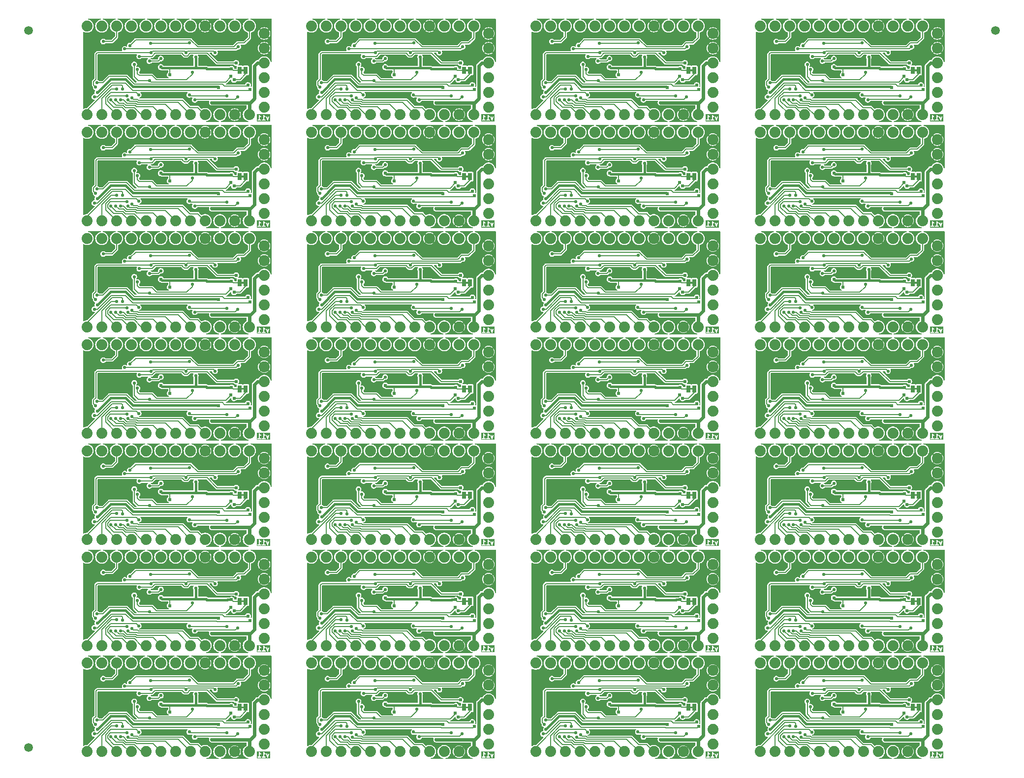
<source format=gbl>
%TF.GenerationSoftware,KiCad,Pcbnew,7.0.6*%
%TF.CreationDate,2023-09-18T12:22:23-06:00*%
%TF.ProjectId,SparkFun_ESP32_Qwiic_Pro_Mini_panelized,53706172-6b46-4756-9e5f-45535033325f,rev?*%
%TF.SameCoordinates,Original*%
%TF.FileFunction,Copper,L2,Bot*%
%TF.FilePolarity,Positive*%
%FSLAX46Y46*%
G04 Gerber Fmt 4.6, Leading zero omitted, Abs format (unit mm)*
G04 Created by KiCad (PCBNEW 7.0.6) date 2023-09-18 12:22:23*
%MOMM*%
%LPD*%
G01*
G04 APERTURE LIST*
%ADD10C,0.200000*%
%TA.AperFunction,ComponentPad*%
%ADD11C,1.879600*%
%TD*%
%TA.AperFunction,SMDPad,CuDef*%
%ADD12C,1.500000*%
%TD*%
%TA.AperFunction,SMDPad,CuDef*%
%ADD13R,0.660400X1.270000*%
%TD*%
%TA.AperFunction,ViaPad*%
%ADD14C,0.609600*%
%TD*%
%TA.AperFunction,ViaPad*%
%ADD15C,0.560000*%
%TD*%
%TA.AperFunction,Conductor*%
%ADD16C,0.406400*%
%TD*%
%TA.AperFunction,Conductor*%
%ADD17C,0.152400*%
%TD*%
%TA.AperFunction,Conductor*%
%ADD18C,0.558800*%
%TD*%
G04 APERTURE END LIST*
D10*
G36*
X148566205Y54956794D02*
G01*
X146279902Y54956794D01*
X146279902Y55140178D01*
X146394188Y55140178D01*
X146430515Y55090178D01*
X146489294Y55071080D01*
X146946437Y55071080D01*
X147005216Y55090178D01*
X147041543Y55140178D01*
X147156093Y55140178D01*
X147192420Y55090178D01*
X147251199Y55071080D01*
X147708342Y55071080D01*
X147767121Y55090178D01*
X147803448Y55140178D01*
X147803448Y55201982D01*
X147767121Y55251982D01*
X147708342Y55271080D01*
X147579770Y55271080D01*
X147579770Y55698706D01*
X147587430Y55691161D01*
X147663621Y55653066D01*
X147724736Y55643861D01*
X147779588Y55672337D01*
X147807227Y55727616D01*
X147806406Y55732558D01*
X147879050Y55732558D01*
X147880834Y55670780D01*
X148071311Y55137447D01*
X148088506Y55115161D01*
X148104396Y55091908D01*
X148107228Y55090897D01*
X148109066Y55088515D01*
X148136077Y55080594D01*
X148162599Y55071121D01*
X148165486Y55071968D01*
X148168371Y55071122D01*
X148194869Y55080586D01*
X148221904Y55088515D01*
X148223742Y55090898D01*
X148226574Y55091909D01*
X148242456Y55115152D01*
X148259659Y55137446D01*
X148450135Y55670780D01*
X148451919Y55732558D01*
X148417050Y55783586D01*
X148358847Y55804373D01*
X148299542Y55786979D01*
X148261787Y55738048D01*
X148165484Y55468402D01*
X148069182Y55738048D01*
X148031427Y55786979D01*
X147972122Y55804373D01*
X147913919Y55783586D01*
X147879050Y55732558D01*
X147806406Y55732558D01*
X147797096Y55788584D01*
X147753063Y55831952D01*
X147691386Y55862791D01*
X147633675Y55920501D01*
X147562975Y56026551D01*
X147561322Y56027857D01*
X147560672Y56029859D01*
X147537223Y56046895D01*
X147514479Y56064864D01*
X147512374Y56064949D01*
X147510672Y56066186D01*
X147481693Y56066186D01*
X147452726Y56067354D01*
X147450974Y56066186D01*
X147448868Y56066186D01*
X147425415Y56049147D01*
X147401302Y56033071D01*
X147400571Y56031097D01*
X147398868Y56029859D01*
X147389913Y56002298D01*
X147379851Y55975110D01*
X147380420Y55973083D01*
X147379770Y55971080D01*
X147379770Y55271080D01*
X147251199Y55271080D01*
X147192420Y55251982D01*
X147156093Y55201982D01*
X147156093Y55140178D01*
X147041543Y55140178D01*
X147041543Y55201982D01*
X147005216Y55251982D01*
X146946437Y55271080D01*
X146817865Y55271080D01*
X146817865Y55698706D01*
X146825525Y55691161D01*
X146901716Y55653066D01*
X146962831Y55643861D01*
X147017683Y55672337D01*
X147045322Y55727616D01*
X147035191Y55788584D01*
X146991158Y55831952D01*
X146929481Y55862791D01*
X146871770Y55920501D01*
X146801070Y56026551D01*
X146799417Y56027857D01*
X146798767Y56029859D01*
X146775318Y56046895D01*
X146752574Y56064864D01*
X146750469Y56064949D01*
X146748767Y56066186D01*
X146719788Y56066186D01*
X146690821Y56067354D01*
X146689069Y56066186D01*
X146686963Y56066186D01*
X146663510Y56049147D01*
X146639397Y56033071D01*
X146638666Y56031097D01*
X146636963Y56029859D01*
X146628008Y56002298D01*
X146617946Y55975110D01*
X146618515Y55973083D01*
X146617865Y55971080D01*
X146617865Y55271080D01*
X146489294Y55271080D01*
X146430515Y55251982D01*
X146394188Y55201982D01*
X146394188Y55140178D01*
X146279902Y55140178D01*
X146279902Y56181640D01*
X148566205Y56181640D01*
X148566205Y54956794D01*
G37*
G36*
X109966205Y109796794D02*
G01*
X107679902Y109796794D01*
X107679902Y109980178D01*
X107794188Y109980178D01*
X107830515Y109930178D01*
X107889294Y109911080D01*
X108346437Y109911080D01*
X108405216Y109930178D01*
X108441543Y109980178D01*
X108556093Y109980178D01*
X108592420Y109930178D01*
X108651199Y109911080D01*
X109108342Y109911080D01*
X109167121Y109930178D01*
X109203448Y109980178D01*
X109203448Y110041982D01*
X109167121Y110091982D01*
X109108342Y110111080D01*
X108979770Y110111080D01*
X108979770Y110538706D01*
X108987430Y110531161D01*
X109063621Y110493066D01*
X109124736Y110483861D01*
X109179588Y110512337D01*
X109207227Y110567616D01*
X109206406Y110572558D01*
X109279050Y110572558D01*
X109280834Y110510780D01*
X109471311Y109977447D01*
X109488506Y109955161D01*
X109504396Y109931908D01*
X109507228Y109930897D01*
X109509066Y109928515D01*
X109536077Y109920594D01*
X109562599Y109911121D01*
X109565486Y109911968D01*
X109568371Y109911122D01*
X109594869Y109920586D01*
X109621904Y109928515D01*
X109623742Y109930898D01*
X109626574Y109931909D01*
X109642456Y109955152D01*
X109659659Y109977446D01*
X109850135Y110510780D01*
X109851919Y110572558D01*
X109817050Y110623586D01*
X109758847Y110644373D01*
X109699542Y110626979D01*
X109661787Y110578048D01*
X109565484Y110308402D01*
X109469182Y110578048D01*
X109431427Y110626979D01*
X109372122Y110644373D01*
X109313919Y110623586D01*
X109279050Y110572558D01*
X109206406Y110572558D01*
X109197096Y110628584D01*
X109153063Y110671952D01*
X109091386Y110702791D01*
X109033675Y110760501D01*
X108962975Y110866551D01*
X108961322Y110867857D01*
X108960672Y110869859D01*
X108937223Y110886895D01*
X108914479Y110904864D01*
X108912374Y110904949D01*
X108910672Y110906186D01*
X108881693Y110906186D01*
X108852726Y110907354D01*
X108850974Y110906186D01*
X108848868Y110906186D01*
X108825415Y110889147D01*
X108801302Y110873071D01*
X108800571Y110871097D01*
X108798868Y110869859D01*
X108789913Y110842298D01*
X108779851Y110815110D01*
X108780420Y110813083D01*
X108779770Y110811080D01*
X108779770Y110111080D01*
X108651199Y110111080D01*
X108592420Y110091982D01*
X108556093Y110041982D01*
X108556093Y109980178D01*
X108441543Y109980178D01*
X108441543Y110041982D01*
X108405216Y110091982D01*
X108346437Y110111080D01*
X108217865Y110111080D01*
X108217865Y110538706D01*
X108225525Y110531161D01*
X108301716Y110493066D01*
X108362831Y110483861D01*
X108417683Y110512337D01*
X108445322Y110567616D01*
X108435191Y110628584D01*
X108391158Y110671952D01*
X108329481Y110702791D01*
X108271770Y110760501D01*
X108201070Y110866551D01*
X108199417Y110867857D01*
X108198767Y110869859D01*
X108175318Y110886895D01*
X108152574Y110904864D01*
X108150469Y110904949D01*
X108148767Y110906186D01*
X108119788Y110906186D01*
X108090821Y110907354D01*
X108089069Y110906186D01*
X108086963Y110906186D01*
X108063510Y110889147D01*
X108039397Y110873071D01*
X108038666Y110871097D01*
X108036963Y110869859D01*
X108028008Y110842298D01*
X108017946Y110815110D01*
X108018515Y110813083D01*
X108017865Y110811080D01*
X108017865Y110111080D01*
X107889294Y110111080D01*
X107830515Y110091982D01*
X107794188Y110041982D01*
X107794188Y109980178D01*
X107679902Y109980178D01*
X107679902Y111021640D01*
X109966205Y111021640D01*
X109966205Y109796794D01*
G37*
G36*
X71366205Y109796794D02*
G01*
X69079902Y109796794D01*
X69079902Y109980178D01*
X69194188Y109980178D01*
X69230515Y109930178D01*
X69289294Y109911080D01*
X69746437Y109911080D01*
X69805216Y109930178D01*
X69841543Y109980178D01*
X69956093Y109980178D01*
X69992420Y109930178D01*
X70051199Y109911080D01*
X70508342Y109911080D01*
X70567121Y109930178D01*
X70603448Y109980178D01*
X70603448Y110041982D01*
X70567121Y110091982D01*
X70508342Y110111080D01*
X70379770Y110111080D01*
X70379770Y110538706D01*
X70387430Y110531161D01*
X70463621Y110493066D01*
X70524736Y110483861D01*
X70579588Y110512337D01*
X70607227Y110567616D01*
X70606406Y110572558D01*
X70679050Y110572558D01*
X70680834Y110510780D01*
X70871311Y109977447D01*
X70888506Y109955161D01*
X70904396Y109931908D01*
X70907228Y109930897D01*
X70909066Y109928515D01*
X70936077Y109920594D01*
X70962599Y109911121D01*
X70965486Y109911968D01*
X70968371Y109911122D01*
X70994869Y109920586D01*
X71021904Y109928515D01*
X71023742Y109930898D01*
X71026574Y109931909D01*
X71042456Y109955152D01*
X71059659Y109977446D01*
X71250135Y110510780D01*
X71251919Y110572558D01*
X71217050Y110623586D01*
X71158847Y110644373D01*
X71099542Y110626979D01*
X71061787Y110578048D01*
X70965484Y110308402D01*
X70869182Y110578048D01*
X70831427Y110626979D01*
X70772122Y110644373D01*
X70713919Y110623586D01*
X70679050Y110572558D01*
X70606406Y110572558D01*
X70597096Y110628584D01*
X70553063Y110671952D01*
X70491386Y110702791D01*
X70433675Y110760501D01*
X70362975Y110866551D01*
X70361322Y110867857D01*
X70360672Y110869859D01*
X70337223Y110886895D01*
X70314479Y110904864D01*
X70312374Y110904949D01*
X70310672Y110906186D01*
X70281693Y110906186D01*
X70252726Y110907354D01*
X70250974Y110906186D01*
X70248868Y110906186D01*
X70225415Y110889147D01*
X70201302Y110873071D01*
X70200571Y110871097D01*
X70198868Y110869859D01*
X70189913Y110842298D01*
X70179851Y110815110D01*
X70180420Y110813083D01*
X70179770Y110811080D01*
X70179770Y110111080D01*
X70051199Y110111080D01*
X69992420Y110091982D01*
X69956093Y110041982D01*
X69956093Y109980178D01*
X69841543Y109980178D01*
X69841543Y110041982D01*
X69805216Y110091982D01*
X69746437Y110111080D01*
X69617865Y110111080D01*
X69617865Y110538706D01*
X69625525Y110531161D01*
X69701716Y110493066D01*
X69762831Y110483861D01*
X69817683Y110512337D01*
X69845322Y110567616D01*
X69835191Y110628584D01*
X69791158Y110671952D01*
X69729481Y110702791D01*
X69671770Y110760501D01*
X69601070Y110866551D01*
X69599417Y110867857D01*
X69598767Y110869859D01*
X69575318Y110886895D01*
X69552574Y110904864D01*
X69550469Y110904949D01*
X69548767Y110906186D01*
X69519788Y110906186D01*
X69490821Y110907354D01*
X69489069Y110906186D01*
X69486963Y110906186D01*
X69463510Y110889147D01*
X69439397Y110873071D01*
X69438666Y110871097D01*
X69436963Y110869859D01*
X69428008Y110842298D01*
X69417946Y110815110D01*
X69418515Y110813083D01*
X69417865Y110811080D01*
X69417865Y110111080D01*
X69289294Y110111080D01*
X69230515Y110091982D01*
X69194188Y110041982D01*
X69194188Y109980178D01*
X69079902Y109980178D01*
X69079902Y111021640D01*
X71366205Y111021640D01*
X71366205Y109796794D01*
G37*
G36*
X148566205Y36676794D02*
G01*
X146279902Y36676794D01*
X146279902Y36860178D01*
X146394188Y36860178D01*
X146430515Y36810178D01*
X146489294Y36791080D01*
X146946437Y36791080D01*
X147005216Y36810178D01*
X147041543Y36860178D01*
X147156093Y36860178D01*
X147192420Y36810178D01*
X147251199Y36791080D01*
X147708342Y36791080D01*
X147767121Y36810178D01*
X147803448Y36860178D01*
X147803448Y36921982D01*
X147767121Y36971982D01*
X147708342Y36991080D01*
X147579770Y36991080D01*
X147579770Y37418706D01*
X147587430Y37411161D01*
X147663621Y37373066D01*
X147724736Y37363861D01*
X147779588Y37392337D01*
X147807227Y37447616D01*
X147806406Y37452558D01*
X147879050Y37452558D01*
X147880834Y37390780D01*
X148071311Y36857447D01*
X148088506Y36835161D01*
X148104396Y36811908D01*
X148107228Y36810897D01*
X148109066Y36808515D01*
X148136077Y36800594D01*
X148162599Y36791121D01*
X148165486Y36791968D01*
X148168371Y36791122D01*
X148194869Y36800586D01*
X148221904Y36808515D01*
X148223742Y36810898D01*
X148226574Y36811909D01*
X148242456Y36835152D01*
X148259659Y36857446D01*
X148450135Y37390780D01*
X148451919Y37452558D01*
X148417050Y37503586D01*
X148358847Y37524373D01*
X148299542Y37506979D01*
X148261787Y37458048D01*
X148165484Y37188402D01*
X148069182Y37458048D01*
X148031427Y37506979D01*
X147972122Y37524373D01*
X147913919Y37503586D01*
X147879050Y37452558D01*
X147806406Y37452558D01*
X147797096Y37508584D01*
X147753063Y37551952D01*
X147691386Y37582791D01*
X147633675Y37640501D01*
X147562975Y37746551D01*
X147561322Y37747857D01*
X147560672Y37749859D01*
X147537223Y37766895D01*
X147514479Y37784864D01*
X147512374Y37784949D01*
X147510672Y37786186D01*
X147481693Y37786186D01*
X147452726Y37787354D01*
X147450974Y37786186D01*
X147448868Y37786186D01*
X147425415Y37769147D01*
X147401302Y37753071D01*
X147400571Y37751097D01*
X147398868Y37749859D01*
X147389913Y37722298D01*
X147379851Y37695110D01*
X147380420Y37693083D01*
X147379770Y37691080D01*
X147379770Y36991080D01*
X147251199Y36991080D01*
X147192420Y36971982D01*
X147156093Y36921982D01*
X147156093Y36860178D01*
X147041543Y36860178D01*
X147041543Y36921982D01*
X147005216Y36971982D01*
X146946437Y36991080D01*
X146817865Y36991080D01*
X146817865Y37418706D01*
X146825525Y37411161D01*
X146901716Y37373066D01*
X146962831Y37363861D01*
X147017683Y37392337D01*
X147045322Y37447616D01*
X147035191Y37508584D01*
X146991158Y37551952D01*
X146929481Y37582791D01*
X146871770Y37640501D01*
X146801070Y37746551D01*
X146799417Y37747857D01*
X146798767Y37749859D01*
X146775318Y37766895D01*
X146752574Y37784864D01*
X146750469Y37784949D01*
X146748767Y37786186D01*
X146719788Y37786186D01*
X146690821Y37787354D01*
X146689069Y37786186D01*
X146686963Y37786186D01*
X146663510Y37769147D01*
X146639397Y37753071D01*
X146638666Y37751097D01*
X146636963Y37749859D01*
X146628008Y37722298D01*
X146617946Y37695110D01*
X146618515Y37693083D01*
X146617865Y37691080D01*
X146617865Y36991080D01*
X146489294Y36991080D01*
X146430515Y36971982D01*
X146394188Y36921982D01*
X146394188Y36860178D01*
X146279902Y36860178D01*
X146279902Y37901640D01*
X148566205Y37901640D01*
X148566205Y36676794D01*
G37*
G36*
X71366205Y116794D02*
G01*
X69079902Y116794D01*
X69079902Y300178D01*
X69194188Y300178D01*
X69230515Y250178D01*
X69289294Y231080D01*
X69746437Y231080D01*
X69805216Y250178D01*
X69841543Y300178D01*
X69956093Y300178D01*
X69992420Y250178D01*
X70051199Y231080D01*
X70508342Y231080D01*
X70567121Y250178D01*
X70603448Y300178D01*
X70603448Y361982D01*
X70567121Y411982D01*
X70508342Y431080D01*
X70379770Y431080D01*
X70379770Y858706D01*
X70387430Y851161D01*
X70463621Y813066D01*
X70524736Y803861D01*
X70579588Y832337D01*
X70607227Y887616D01*
X70606406Y892558D01*
X70679050Y892558D01*
X70680834Y830780D01*
X70871311Y297447D01*
X70888506Y275161D01*
X70904396Y251908D01*
X70907228Y250897D01*
X70909066Y248515D01*
X70936077Y240594D01*
X70962599Y231121D01*
X70965486Y231968D01*
X70968371Y231122D01*
X70994869Y240586D01*
X71021904Y248515D01*
X71023742Y250898D01*
X71026574Y251909D01*
X71042456Y275152D01*
X71059659Y297446D01*
X71250135Y830780D01*
X71251919Y892558D01*
X71217050Y943586D01*
X71158847Y964373D01*
X71099542Y946979D01*
X71061787Y898048D01*
X70965484Y628402D01*
X70869182Y898048D01*
X70831427Y946979D01*
X70772122Y964373D01*
X70713919Y943586D01*
X70679050Y892558D01*
X70606406Y892558D01*
X70597096Y948584D01*
X70553063Y991952D01*
X70491386Y1022791D01*
X70433675Y1080501D01*
X70362975Y1186551D01*
X70361322Y1187857D01*
X70360672Y1189859D01*
X70337223Y1206895D01*
X70314479Y1224864D01*
X70312374Y1224949D01*
X70310672Y1226186D01*
X70281693Y1226186D01*
X70252726Y1227354D01*
X70250974Y1226186D01*
X70248868Y1226186D01*
X70225415Y1209147D01*
X70201302Y1193071D01*
X70200571Y1191097D01*
X70198868Y1189859D01*
X70189913Y1162298D01*
X70179851Y1135110D01*
X70180420Y1133083D01*
X70179770Y1131080D01*
X70179770Y431080D01*
X70051199Y431080D01*
X69992420Y411982D01*
X69956093Y361982D01*
X69956093Y300178D01*
X69841543Y300178D01*
X69841543Y361982D01*
X69805216Y411982D01*
X69746437Y431080D01*
X69617865Y431080D01*
X69617865Y858706D01*
X69625525Y851161D01*
X69701716Y813066D01*
X69762831Y803861D01*
X69817683Y832337D01*
X69845322Y887616D01*
X69835191Y948584D01*
X69791158Y991952D01*
X69729481Y1022791D01*
X69671770Y1080501D01*
X69601070Y1186551D01*
X69599417Y1187857D01*
X69598767Y1189859D01*
X69575318Y1206895D01*
X69552574Y1224864D01*
X69550469Y1224949D01*
X69548767Y1226186D01*
X69519788Y1226186D01*
X69490821Y1227354D01*
X69489069Y1226186D01*
X69486963Y1226186D01*
X69463510Y1209147D01*
X69439397Y1193071D01*
X69438666Y1191097D01*
X69436963Y1189859D01*
X69428008Y1162298D01*
X69417946Y1135110D01*
X69418515Y1133083D01*
X69417865Y1131080D01*
X69417865Y431080D01*
X69289294Y431080D01*
X69230515Y411982D01*
X69194188Y361982D01*
X69194188Y300178D01*
X69079902Y300178D01*
X69079902Y1341640D01*
X71366205Y1341640D01*
X71366205Y116794D01*
G37*
G36*
X71366205Y36676794D02*
G01*
X69079902Y36676794D01*
X69079902Y36860178D01*
X69194188Y36860178D01*
X69230515Y36810178D01*
X69289294Y36791080D01*
X69746437Y36791080D01*
X69805216Y36810178D01*
X69841543Y36860178D01*
X69956093Y36860178D01*
X69992420Y36810178D01*
X70051199Y36791080D01*
X70508342Y36791080D01*
X70567121Y36810178D01*
X70603448Y36860178D01*
X70603448Y36921982D01*
X70567121Y36971982D01*
X70508342Y36991080D01*
X70379770Y36991080D01*
X70379770Y37418706D01*
X70387430Y37411161D01*
X70463621Y37373066D01*
X70524736Y37363861D01*
X70579588Y37392337D01*
X70607227Y37447616D01*
X70606406Y37452558D01*
X70679050Y37452558D01*
X70680834Y37390780D01*
X70871311Y36857447D01*
X70888506Y36835161D01*
X70904396Y36811908D01*
X70907228Y36810897D01*
X70909066Y36808515D01*
X70936077Y36800594D01*
X70962599Y36791121D01*
X70965486Y36791968D01*
X70968371Y36791122D01*
X70994869Y36800586D01*
X71021904Y36808515D01*
X71023742Y36810898D01*
X71026574Y36811909D01*
X71042456Y36835152D01*
X71059659Y36857446D01*
X71250135Y37390780D01*
X71251919Y37452558D01*
X71217050Y37503586D01*
X71158847Y37524373D01*
X71099542Y37506979D01*
X71061787Y37458048D01*
X70965484Y37188402D01*
X70869182Y37458048D01*
X70831427Y37506979D01*
X70772122Y37524373D01*
X70713919Y37503586D01*
X70679050Y37452558D01*
X70606406Y37452558D01*
X70597096Y37508584D01*
X70553063Y37551952D01*
X70491386Y37582791D01*
X70433675Y37640501D01*
X70362975Y37746551D01*
X70361322Y37747857D01*
X70360672Y37749859D01*
X70337223Y37766895D01*
X70314479Y37784864D01*
X70312374Y37784949D01*
X70310672Y37786186D01*
X70281693Y37786186D01*
X70252726Y37787354D01*
X70250974Y37786186D01*
X70248868Y37786186D01*
X70225415Y37769147D01*
X70201302Y37753071D01*
X70200571Y37751097D01*
X70198868Y37749859D01*
X70189913Y37722298D01*
X70179851Y37695110D01*
X70180420Y37693083D01*
X70179770Y37691080D01*
X70179770Y36991080D01*
X70051199Y36991080D01*
X69992420Y36971982D01*
X69956093Y36921982D01*
X69956093Y36860178D01*
X69841543Y36860178D01*
X69841543Y36921982D01*
X69805216Y36971982D01*
X69746437Y36991080D01*
X69617865Y36991080D01*
X69617865Y37418706D01*
X69625525Y37411161D01*
X69701716Y37373066D01*
X69762831Y37363861D01*
X69817683Y37392337D01*
X69845322Y37447616D01*
X69835191Y37508584D01*
X69791158Y37551952D01*
X69729481Y37582791D01*
X69671770Y37640501D01*
X69601070Y37746551D01*
X69599417Y37747857D01*
X69598767Y37749859D01*
X69575318Y37766895D01*
X69552574Y37784864D01*
X69550469Y37784949D01*
X69548767Y37786186D01*
X69519788Y37786186D01*
X69490821Y37787354D01*
X69489069Y37786186D01*
X69486963Y37786186D01*
X69463510Y37769147D01*
X69439397Y37753071D01*
X69438666Y37751097D01*
X69436963Y37749859D01*
X69428008Y37722298D01*
X69417946Y37695110D01*
X69418515Y37693083D01*
X69417865Y37691080D01*
X69417865Y36991080D01*
X69289294Y36991080D01*
X69230515Y36971982D01*
X69194188Y36921982D01*
X69194188Y36860178D01*
X69079902Y36860178D01*
X69079902Y37901640D01*
X71366205Y37901640D01*
X71366205Y36676794D01*
G37*
G36*
X109966205Y36676794D02*
G01*
X107679902Y36676794D01*
X107679902Y36860178D01*
X107794188Y36860178D01*
X107830515Y36810178D01*
X107889294Y36791080D01*
X108346437Y36791080D01*
X108405216Y36810178D01*
X108441543Y36860178D01*
X108556093Y36860178D01*
X108592420Y36810178D01*
X108651199Y36791080D01*
X109108342Y36791080D01*
X109167121Y36810178D01*
X109203448Y36860178D01*
X109203448Y36921982D01*
X109167121Y36971982D01*
X109108342Y36991080D01*
X108979770Y36991080D01*
X108979770Y37418706D01*
X108987430Y37411161D01*
X109063621Y37373066D01*
X109124736Y37363861D01*
X109179588Y37392337D01*
X109207227Y37447616D01*
X109206406Y37452558D01*
X109279050Y37452558D01*
X109280834Y37390780D01*
X109471311Y36857447D01*
X109488506Y36835161D01*
X109504396Y36811908D01*
X109507228Y36810897D01*
X109509066Y36808515D01*
X109536077Y36800594D01*
X109562599Y36791121D01*
X109565486Y36791968D01*
X109568371Y36791122D01*
X109594869Y36800586D01*
X109621904Y36808515D01*
X109623742Y36810898D01*
X109626574Y36811909D01*
X109642456Y36835152D01*
X109659659Y36857446D01*
X109850135Y37390780D01*
X109851919Y37452558D01*
X109817050Y37503586D01*
X109758847Y37524373D01*
X109699542Y37506979D01*
X109661787Y37458048D01*
X109565484Y37188402D01*
X109469182Y37458048D01*
X109431427Y37506979D01*
X109372122Y37524373D01*
X109313919Y37503586D01*
X109279050Y37452558D01*
X109206406Y37452558D01*
X109197096Y37508584D01*
X109153063Y37551952D01*
X109091386Y37582791D01*
X109033675Y37640501D01*
X108962975Y37746551D01*
X108961322Y37747857D01*
X108960672Y37749859D01*
X108937223Y37766895D01*
X108914479Y37784864D01*
X108912374Y37784949D01*
X108910672Y37786186D01*
X108881693Y37786186D01*
X108852726Y37787354D01*
X108850974Y37786186D01*
X108848868Y37786186D01*
X108825415Y37769147D01*
X108801302Y37753071D01*
X108800571Y37751097D01*
X108798868Y37749859D01*
X108789913Y37722298D01*
X108779851Y37695110D01*
X108780420Y37693083D01*
X108779770Y37691080D01*
X108779770Y36991080D01*
X108651199Y36991080D01*
X108592420Y36971982D01*
X108556093Y36921982D01*
X108556093Y36860178D01*
X108441543Y36860178D01*
X108441543Y36921982D01*
X108405216Y36971982D01*
X108346437Y36991080D01*
X108217865Y36991080D01*
X108217865Y37418706D01*
X108225525Y37411161D01*
X108301716Y37373066D01*
X108362831Y37363861D01*
X108417683Y37392337D01*
X108445322Y37447616D01*
X108435191Y37508584D01*
X108391158Y37551952D01*
X108329481Y37582791D01*
X108271770Y37640501D01*
X108201070Y37746551D01*
X108199417Y37747857D01*
X108198767Y37749859D01*
X108175318Y37766895D01*
X108152574Y37784864D01*
X108150469Y37784949D01*
X108148767Y37786186D01*
X108119788Y37786186D01*
X108090821Y37787354D01*
X108089069Y37786186D01*
X108086963Y37786186D01*
X108063510Y37769147D01*
X108039397Y37753071D01*
X108038666Y37751097D01*
X108036963Y37749859D01*
X108028008Y37722298D01*
X108017946Y37695110D01*
X108018515Y37693083D01*
X108017865Y37691080D01*
X108017865Y36991080D01*
X107889294Y36991080D01*
X107830515Y36971982D01*
X107794188Y36921982D01*
X107794188Y36860178D01*
X107679902Y36860178D01*
X107679902Y37901640D01*
X109966205Y37901640D01*
X109966205Y36676794D01*
G37*
G36*
X32766205Y18396794D02*
G01*
X30479902Y18396794D01*
X30479902Y18580178D01*
X30594188Y18580178D01*
X30630515Y18530178D01*
X30689294Y18511080D01*
X31146437Y18511080D01*
X31205216Y18530178D01*
X31241543Y18580178D01*
X31356093Y18580178D01*
X31392420Y18530178D01*
X31451199Y18511080D01*
X31908342Y18511080D01*
X31967121Y18530178D01*
X32003448Y18580178D01*
X32003448Y18641982D01*
X31967121Y18691982D01*
X31908342Y18711080D01*
X31779770Y18711080D01*
X31779770Y19138706D01*
X31787430Y19131161D01*
X31863621Y19093066D01*
X31924736Y19083861D01*
X31979588Y19112337D01*
X32007227Y19167616D01*
X32006406Y19172558D01*
X32079050Y19172558D01*
X32080834Y19110780D01*
X32271311Y18577447D01*
X32288506Y18555161D01*
X32304396Y18531908D01*
X32307228Y18530897D01*
X32309066Y18528515D01*
X32336077Y18520594D01*
X32362599Y18511121D01*
X32365486Y18511968D01*
X32368371Y18511122D01*
X32394869Y18520586D01*
X32421904Y18528515D01*
X32423742Y18530898D01*
X32426574Y18531909D01*
X32442456Y18555152D01*
X32459659Y18577446D01*
X32650135Y19110780D01*
X32651919Y19172558D01*
X32617050Y19223586D01*
X32558847Y19244373D01*
X32499542Y19226979D01*
X32461787Y19178048D01*
X32365484Y18908402D01*
X32269182Y19178048D01*
X32231427Y19226979D01*
X32172122Y19244373D01*
X32113919Y19223586D01*
X32079050Y19172558D01*
X32006406Y19172558D01*
X31997096Y19228584D01*
X31953063Y19271952D01*
X31891386Y19302791D01*
X31833675Y19360501D01*
X31762975Y19466551D01*
X31761322Y19467857D01*
X31760672Y19469859D01*
X31737223Y19486895D01*
X31714479Y19504864D01*
X31712374Y19504949D01*
X31710672Y19506186D01*
X31681693Y19506186D01*
X31652726Y19507354D01*
X31650974Y19506186D01*
X31648868Y19506186D01*
X31625415Y19489147D01*
X31601302Y19473071D01*
X31600571Y19471097D01*
X31598868Y19469859D01*
X31589913Y19442298D01*
X31579851Y19415110D01*
X31580420Y19413083D01*
X31579770Y19411080D01*
X31579770Y18711080D01*
X31451199Y18711080D01*
X31392420Y18691982D01*
X31356093Y18641982D01*
X31356093Y18580178D01*
X31241543Y18580178D01*
X31241543Y18641982D01*
X31205216Y18691982D01*
X31146437Y18711080D01*
X31017865Y18711080D01*
X31017865Y19138706D01*
X31025525Y19131161D01*
X31101716Y19093066D01*
X31162831Y19083861D01*
X31217683Y19112337D01*
X31245322Y19167616D01*
X31235191Y19228584D01*
X31191158Y19271952D01*
X31129481Y19302791D01*
X31071770Y19360501D01*
X31001070Y19466551D01*
X30999417Y19467857D01*
X30998767Y19469859D01*
X30975318Y19486895D01*
X30952574Y19504864D01*
X30950469Y19504949D01*
X30948767Y19506186D01*
X30919788Y19506186D01*
X30890821Y19507354D01*
X30889069Y19506186D01*
X30886963Y19506186D01*
X30863510Y19489147D01*
X30839397Y19473071D01*
X30838666Y19471097D01*
X30836963Y19469859D01*
X30828008Y19442298D01*
X30817946Y19415110D01*
X30818515Y19413083D01*
X30817865Y19411080D01*
X30817865Y18711080D01*
X30689294Y18711080D01*
X30630515Y18691982D01*
X30594188Y18641982D01*
X30594188Y18580178D01*
X30479902Y18580178D01*
X30479902Y19621640D01*
X32766205Y19621640D01*
X32766205Y18396794D01*
G37*
G36*
X148566205Y109796794D02*
G01*
X146279902Y109796794D01*
X146279902Y109980178D01*
X146394188Y109980178D01*
X146430515Y109930178D01*
X146489294Y109911080D01*
X146946437Y109911080D01*
X147005216Y109930178D01*
X147041543Y109980178D01*
X147156093Y109980178D01*
X147192420Y109930178D01*
X147251199Y109911080D01*
X147708342Y109911080D01*
X147767121Y109930178D01*
X147803448Y109980178D01*
X147803448Y110041982D01*
X147767121Y110091982D01*
X147708342Y110111080D01*
X147579770Y110111080D01*
X147579770Y110538706D01*
X147587430Y110531161D01*
X147663621Y110493066D01*
X147724736Y110483861D01*
X147779588Y110512337D01*
X147807227Y110567616D01*
X147806406Y110572558D01*
X147879050Y110572558D01*
X147880834Y110510780D01*
X148071311Y109977447D01*
X148088506Y109955161D01*
X148104396Y109931908D01*
X148107228Y109930897D01*
X148109066Y109928515D01*
X148136077Y109920594D01*
X148162599Y109911121D01*
X148165486Y109911968D01*
X148168371Y109911122D01*
X148194869Y109920586D01*
X148221904Y109928515D01*
X148223742Y109930898D01*
X148226574Y109931909D01*
X148242456Y109955152D01*
X148259659Y109977446D01*
X148450135Y110510780D01*
X148451919Y110572558D01*
X148417050Y110623586D01*
X148358847Y110644373D01*
X148299542Y110626979D01*
X148261787Y110578048D01*
X148165484Y110308402D01*
X148069182Y110578048D01*
X148031427Y110626979D01*
X147972122Y110644373D01*
X147913919Y110623586D01*
X147879050Y110572558D01*
X147806406Y110572558D01*
X147797096Y110628584D01*
X147753063Y110671952D01*
X147691386Y110702791D01*
X147633675Y110760501D01*
X147562975Y110866551D01*
X147561322Y110867857D01*
X147560672Y110869859D01*
X147537223Y110886895D01*
X147514479Y110904864D01*
X147512374Y110904949D01*
X147510672Y110906186D01*
X147481693Y110906186D01*
X147452726Y110907354D01*
X147450974Y110906186D01*
X147448868Y110906186D01*
X147425415Y110889147D01*
X147401302Y110873071D01*
X147400571Y110871097D01*
X147398868Y110869859D01*
X147389913Y110842298D01*
X147379851Y110815110D01*
X147380420Y110813083D01*
X147379770Y110811080D01*
X147379770Y110111080D01*
X147251199Y110111080D01*
X147192420Y110091982D01*
X147156093Y110041982D01*
X147156093Y109980178D01*
X147041543Y109980178D01*
X147041543Y110041982D01*
X147005216Y110091982D01*
X146946437Y110111080D01*
X146817865Y110111080D01*
X146817865Y110538706D01*
X146825525Y110531161D01*
X146901716Y110493066D01*
X146962831Y110483861D01*
X147017683Y110512337D01*
X147045322Y110567616D01*
X147035191Y110628584D01*
X146991158Y110671952D01*
X146929481Y110702791D01*
X146871770Y110760501D01*
X146801070Y110866551D01*
X146799417Y110867857D01*
X146798767Y110869859D01*
X146775318Y110886895D01*
X146752574Y110904864D01*
X146750469Y110904949D01*
X146748767Y110906186D01*
X146719788Y110906186D01*
X146690821Y110907354D01*
X146689069Y110906186D01*
X146686963Y110906186D01*
X146663510Y110889147D01*
X146639397Y110873071D01*
X146638666Y110871097D01*
X146636963Y110869859D01*
X146628008Y110842298D01*
X146617946Y110815110D01*
X146618515Y110813083D01*
X146617865Y110811080D01*
X146617865Y110111080D01*
X146489294Y110111080D01*
X146430515Y110091982D01*
X146394188Y110041982D01*
X146394188Y109980178D01*
X146279902Y109980178D01*
X146279902Y111021640D01*
X148566205Y111021640D01*
X148566205Y109796794D01*
G37*
G36*
X71366205Y18396794D02*
G01*
X69079902Y18396794D01*
X69079902Y18580178D01*
X69194188Y18580178D01*
X69230515Y18530178D01*
X69289294Y18511080D01*
X69746437Y18511080D01*
X69805216Y18530178D01*
X69841543Y18580178D01*
X69956093Y18580178D01*
X69992420Y18530178D01*
X70051199Y18511080D01*
X70508342Y18511080D01*
X70567121Y18530178D01*
X70603448Y18580178D01*
X70603448Y18641982D01*
X70567121Y18691982D01*
X70508342Y18711080D01*
X70379770Y18711080D01*
X70379770Y19138706D01*
X70387430Y19131161D01*
X70463621Y19093066D01*
X70524736Y19083861D01*
X70579588Y19112337D01*
X70607227Y19167616D01*
X70606406Y19172558D01*
X70679050Y19172558D01*
X70680834Y19110780D01*
X70871311Y18577447D01*
X70888506Y18555161D01*
X70904396Y18531908D01*
X70907228Y18530897D01*
X70909066Y18528515D01*
X70936077Y18520594D01*
X70962599Y18511121D01*
X70965486Y18511968D01*
X70968371Y18511122D01*
X70994869Y18520586D01*
X71021904Y18528515D01*
X71023742Y18530898D01*
X71026574Y18531909D01*
X71042456Y18555152D01*
X71059659Y18577446D01*
X71250135Y19110780D01*
X71251919Y19172558D01*
X71217050Y19223586D01*
X71158847Y19244373D01*
X71099542Y19226979D01*
X71061787Y19178048D01*
X70965484Y18908402D01*
X70869182Y19178048D01*
X70831427Y19226979D01*
X70772122Y19244373D01*
X70713919Y19223586D01*
X70679050Y19172558D01*
X70606406Y19172558D01*
X70597096Y19228584D01*
X70553063Y19271952D01*
X70491386Y19302791D01*
X70433675Y19360501D01*
X70362975Y19466551D01*
X70361322Y19467857D01*
X70360672Y19469859D01*
X70337223Y19486895D01*
X70314479Y19504864D01*
X70312374Y19504949D01*
X70310672Y19506186D01*
X70281693Y19506186D01*
X70252726Y19507354D01*
X70250974Y19506186D01*
X70248868Y19506186D01*
X70225415Y19489147D01*
X70201302Y19473071D01*
X70200571Y19471097D01*
X70198868Y19469859D01*
X70189913Y19442298D01*
X70179851Y19415110D01*
X70180420Y19413083D01*
X70179770Y19411080D01*
X70179770Y18711080D01*
X70051199Y18711080D01*
X69992420Y18691982D01*
X69956093Y18641982D01*
X69956093Y18580178D01*
X69841543Y18580178D01*
X69841543Y18641982D01*
X69805216Y18691982D01*
X69746437Y18711080D01*
X69617865Y18711080D01*
X69617865Y19138706D01*
X69625525Y19131161D01*
X69701716Y19093066D01*
X69762831Y19083861D01*
X69817683Y19112337D01*
X69845322Y19167616D01*
X69835191Y19228584D01*
X69791158Y19271952D01*
X69729481Y19302791D01*
X69671770Y19360501D01*
X69601070Y19466551D01*
X69599417Y19467857D01*
X69598767Y19469859D01*
X69575318Y19486895D01*
X69552574Y19504864D01*
X69550469Y19504949D01*
X69548767Y19506186D01*
X69519788Y19506186D01*
X69490821Y19507354D01*
X69489069Y19506186D01*
X69486963Y19506186D01*
X69463510Y19489147D01*
X69439397Y19473071D01*
X69438666Y19471097D01*
X69436963Y19469859D01*
X69428008Y19442298D01*
X69417946Y19415110D01*
X69418515Y19413083D01*
X69417865Y19411080D01*
X69417865Y18711080D01*
X69289294Y18711080D01*
X69230515Y18691982D01*
X69194188Y18641982D01*
X69194188Y18580178D01*
X69079902Y18580178D01*
X69079902Y19621640D01*
X71366205Y19621640D01*
X71366205Y18396794D01*
G37*
G36*
X148566205Y116794D02*
G01*
X146279902Y116794D01*
X146279902Y300178D01*
X146394188Y300178D01*
X146430515Y250178D01*
X146489294Y231080D01*
X146946437Y231080D01*
X147005216Y250178D01*
X147041543Y300178D01*
X147156093Y300178D01*
X147192420Y250178D01*
X147251199Y231080D01*
X147708342Y231080D01*
X147767121Y250178D01*
X147803448Y300178D01*
X147803448Y361982D01*
X147767121Y411982D01*
X147708342Y431080D01*
X147579770Y431080D01*
X147579770Y858706D01*
X147587430Y851161D01*
X147663621Y813066D01*
X147724736Y803861D01*
X147779588Y832337D01*
X147807227Y887616D01*
X147806406Y892558D01*
X147879050Y892558D01*
X147880834Y830780D01*
X148071311Y297447D01*
X148088506Y275161D01*
X148104396Y251908D01*
X148107228Y250897D01*
X148109066Y248515D01*
X148136077Y240594D01*
X148162599Y231121D01*
X148165486Y231968D01*
X148168371Y231122D01*
X148194869Y240586D01*
X148221904Y248515D01*
X148223742Y250898D01*
X148226574Y251909D01*
X148242456Y275152D01*
X148259659Y297446D01*
X148450135Y830780D01*
X148451919Y892558D01*
X148417050Y943586D01*
X148358847Y964373D01*
X148299542Y946979D01*
X148261787Y898048D01*
X148165484Y628402D01*
X148069182Y898048D01*
X148031427Y946979D01*
X147972122Y964373D01*
X147913919Y943586D01*
X147879050Y892558D01*
X147806406Y892558D01*
X147797096Y948584D01*
X147753063Y991952D01*
X147691386Y1022791D01*
X147633675Y1080501D01*
X147562975Y1186551D01*
X147561322Y1187857D01*
X147560672Y1189859D01*
X147537223Y1206895D01*
X147514479Y1224864D01*
X147512374Y1224949D01*
X147510672Y1226186D01*
X147481693Y1226186D01*
X147452726Y1227354D01*
X147450974Y1226186D01*
X147448868Y1226186D01*
X147425415Y1209147D01*
X147401302Y1193071D01*
X147400571Y1191097D01*
X147398868Y1189859D01*
X147389913Y1162298D01*
X147379851Y1135110D01*
X147380420Y1133083D01*
X147379770Y1131080D01*
X147379770Y431080D01*
X147251199Y431080D01*
X147192420Y411982D01*
X147156093Y361982D01*
X147156093Y300178D01*
X147041543Y300178D01*
X147041543Y361982D01*
X147005216Y411982D01*
X146946437Y431080D01*
X146817865Y431080D01*
X146817865Y858706D01*
X146825525Y851161D01*
X146901716Y813066D01*
X146962831Y803861D01*
X147017683Y832337D01*
X147045322Y887616D01*
X147035191Y948584D01*
X146991158Y991952D01*
X146929481Y1022791D01*
X146871770Y1080501D01*
X146801070Y1186551D01*
X146799417Y1187857D01*
X146798767Y1189859D01*
X146775318Y1206895D01*
X146752574Y1224864D01*
X146750469Y1224949D01*
X146748767Y1226186D01*
X146719788Y1226186D01*
X146690821Y1227354D01*
X146689069Y1226186D01*
X146686963Y1226186D01*
X146663510Y1209147D01*
X146639397Y1193071D01*
X146638666Y1191097D01*
X146636963Y1189859D01*
X146628008Y1162298D01*
X146617946Y1135110D01*
X146618515Y1133083D01*
X146617865Y1131080D01*
X146617865Y431080D01*
X146489294Y431080D01*
X146430515Y411982D01*
X146394188Y361982D01*
X146394188Y300178D01*
X146279902Y300178D01*
X146279902Y1341640D01*
X148566205Y1341640D01*
X148566205Y116794D01*
G37*
G36*
X32766205Y54956794D02*
G01*
X30479902Y54956794D01*
X30479902Y55140178D01*
X30594188Y55140178D01*
X30630515Y55090178D01*
X30689294Y55071080D01*
X31146437Y55071080D01*
X31205216Y55090178D01*
X31241543Y55140178D01*
X31356093Y55140178D01*
X31392420Y55090178D01*
X31451199Y55071080D01*
X31908342Y55071080D01*
X31967121Y55090178D01*
X32003448Y55140178D01*
X32003448Y55201982D01*
X31967121Y55251982D01*
X31908342Y55271080D01*
X31779770Y55271080D01*
X31779770Y55698706D01*
X31787430Y55691161D01*
X31863621Y55653066D01*
X31924736Y55643861D01*
X31979588Y55672337D01*
X32007227Y55727616D01*
X32006406Y55732558D01*
X32079050Y55732558D01*
X32080834Y55670780D01*
X32271311Y55137447D01*
X32288506Y55115161D01*
X32304396Y55091908D01*
X32307228Y55090897D01*
X32309066Y55088515D01*
X32336077Y55080594D01*
X32362599Y55071121D01*
X32365486Y55071968D01*
X32368371Y55071122D01*
X32394869Y55080586D01*
X32421904Y55088515D01*
X32423742Y55090898D01*
X32426574Y55091909D01*
X32442456Y55115152D01*
X32459659Y55137446D01*
X32650135Y55670780D01*
X32651919Y55732558D01*
X32617050Y55783586D01*
X32558847Y55804373D01*
X32499542Y55786979D01*
X32461787Y55738048D01*
X32365484Y55468402D01*
X32269182Y55738048D01*
X32231427Y55786979D01*
X32172122Y55804373D01*
X32113919Y55783586D01*
X32079050Y55732558D01*
X32006406Y55732558D01*
X31997096Y55788584D01*
X31953063Y55831952D01*
X31891386Y55862791D01*
X31833675Y55920501D01*
X31762975Y56026551D01*
X31761322Y56027857D01*
X31760672Y56029859D01*
X31737223Y56046895D01*
X31714479Y56064864D01*
X31712374Y56064949D01*
X31710672Y56066186D01*
X31681693Y56066186D01*
X31652726Y56067354D01*
X31650974Y56066186D01*
X31648868Y56066186D01*
X31625415Y56049147D01*
X31601302Y56033071D01*
X31600571Y56031097D01*
X31598868Y56029859D01*
X31589913Y56002298D01*
X31579851Y55975110D01*
X31580420Y55973083D01*
X31579770Y55971080D01*
X31579770Y55271080D01*
X31451199Y55271080D01*
X31392420Y55251982D01*
X31356093Y55201982D01*
X31356093Y55140178D01*
X31241543Y55140178D01*
X31241543Y55201982D01*
X31205216Y55251982D01*
X31146437Y55271080D01*
X31017865Y55271080D01*
X31017865Y55698706D01*
X31025525Y55691161D01*
X31101716Y55653066D01*
X31162831Y55643861D01*
X31217683Y55672337D01*
X31245322Y55727616D01*
X31235191Y55788584D01*
X31191158Y55831952D01*
X31129481Y55862791D01*
X31071770Y55920501D01*
X31001070Y56026551D01*
X30999417Y56027857D01*
X30998767Y56029859D01*
X30975318Y56046895D01*
X30952574Y56064864D01*
X30950469Y56064949D01*
X30948767Y56066186D01*
X30919788Y56066186D01*
X30890821Y56067354D01*
X30889069Y56066186D01*
X30886963Y56066186D01*
X30863510Y56049147D01*
X30839397Y56033071D01*
X30838666Y56031097D01*
X30836963Y56029859D01*
X30828008Y56002298D01*
X30817946Y55975110D01*
X30818515Y55973083D01*
X30817865Y55971080D01*
X30817865Y55271080D01*
X30689294Y55271080D01*
X30630515Y55251982D01*
X30594188Y55201982D01*
X30594188Y55140178D01*
X30479902Y55140178D01*
X30479902Y56181640D01*
X32766205Y56181640D01*
X32766205Y54956794D01*
G37*
G36*
X109966205Y116794D02*
G01*
X107679902Y116794D01*
X107679902Y300178D01*
X107794188Y300178D01*
X107830515Y250178D01*
X107889294Y231080D01*
X108346437Y231080D01*
X108405216Y250178D01*
X108441543Y300178D01*
X108556093Y300178D01*
X108592420Y250178D01*
X108651199Y231080D01*
X109108342Y231080D01*
X109167121Y250178D01*
X109203448Y300178D01*
X109203448Y361982D01*
X109167121Y411982D01*
X109108342Y431080D01*
X108979770Y431080D01*
X108979770Y858706D01*
X108987430Y851161D01*
X109063621Y813066D01*
X109124736Y803861D01*
X109179588Y832337D01*
X109207227Y887616D01*
X109206406Y892558D01*
X109279050Y892558D01*
X109280834Y830780D01*
X109471311Y297447D01*
X109488506Y275161D01*
X109504396Y251908D01*
X109507228Y250897D01*
X109509066Y248515D01*
X109536077Y240594D01*
X109562599Y231121D01*
X109565486Y231968D01*
X109568371Y231122D01*
X109594869Y240586D01*
X109621904Y248515D01*
X109623742Y250898D01*
X109626574Y251909D01*
X109642456Y275152D01*
X109659659Y297446D01*
X109850135Y830780D01*
X109851919Y892558D01*
X109817050Y943586D01*
X109758847Y964373D01*
X109699542Y946979D01*
X109661787Y898048D01*
X109565484Y628402D01*
X109469182Y898048D01*
X109431427Y946979D01*
X109372122Y964373D01*
X109313919Y943586D01*
X109279050Y892558D01*
X109206406Y892558D01*
X109197096Y948584D01*
X109153063Y991952D01*
X109091386Y1022791D01*
X109033675Y1080501D01*
X108962975Y1186551D01*
X108961322Y1187857D01*
X108960672Y1189859D01*
X108937223Y1206895D01*
X108914479Y1224864D01*
X108912374Y1224949D01*
X108910672Y1226186D01*
X108881693Y1226186D01*
X108852726Y1227354D01*
X108850974Y1226186D01*
X108848868Y1226186D01*
X108825415Y1209147D01*
X108801302Y1193071D01*
X108800571Y1191097D01*
X108798868Y1189859D01*
X108789913Y1162298D01*
X108779851Y1135110D01*
X108780420Y1133083D01*
X108779770Y1131080D01*
X108779770Y431080D01*
X108651199Y431080D01*
X108592420Y411982D01*
X108556093Y361982D01*
X108556093Y300178D01*
X108441543Y300178D01*
X108441543Y361982D01*
X108405216Y411982D01*
X108346437Y431080D01*
X108217865Y431080D01*
X108217865Y858706D01*
X108225525Y851161D01*
X108301716Y813066D01*
X108362831Y803861D01*
X108417683Y832337D01*
X108445322Y887616D01*
X108435191Y948584D01*
X108391158Y991952D01*
X108329481Y1022791D01*
X108271770Y1080501D01*
X108201070Y1186551D01*
X108199417Y1187857D01*
X108198767Y1189859D01*
X108175318Y1206895D01*
X108152574Y1224864D01*
X108150469Y1224949D01*
X108148767Y1226186D01*
X108119788Y1226186D01*
X108090821Y1227354D01*
X108089069Y1226186D01*
X108086963Y1226186D01*
X108063510Y1209147D01*
X108039397Y1193071D01*
X108038666Y1191097D01*
X108036963Y1189859D01*
X108028008Y1162298D01*
X108017946Y1135110D01*
X108018515Y1133083D01*
X108017865Y1131080D01*
X108017865Y431080D01*
X107889294Y431080D01*
X107830515Y411982D01*
X107794188Y361982D01*
X107794188Y300178D01*
X107679902Y300178D01*
X107679902Y1341640D01*
X109966205Y1341640D01*
X109966205Y116794D01*
G37*
G36*
X32766205Y116794D02*
G01*
X30479902Y116794D01*
X30479902Y300178D01*
X30594188Y300178D01*
X30630515Y250178D01*
X30689294Y231080D01*
X31146437Y231080D01*
X31205216Y250178D01*
X31241543Y300178D01*
X31356093Y300178D01*
X31392420Y250178D01*
X31451199Y231080D01*
X31908342Y231080D01*
X31967121Y250178D01*
X32003448Y300178D01*
X32003448Y361982D01*
X31967121Y411982D01*
X31908342Y431080D01*
X31779770Y431080D01*
X31779770Y858706D01*
X31787430Y851161D01*
X31863621Y813066D01*
X31924736Y803861D01*
X31979588Y832337D01*
X32007227Y887616D01*
X32006406Y892558D01*
X32079050Y892558D01*
X32080834Y830780D01*
X32271311Y297447D01*
X32288506Y275161D01*
X32304396Y251908D01*
X32307228Y250897D01*
X32309066Y248515D01*
X32336077Y240594D01*
X32362599Y231121D01*
X32365486Y231968D01*
X32368371Y231122D01*
X32394869Y240586D01*
X32421904Y248515D01*
X32423742Y250898D01*
X32426574Y251909D01*
X32442456Y275152D01*
X32459659Y297446D01*
X32650135Y830780D01*
X32651919Y892558D01*
X32617050Y943586D01*
X32558847Y964373D01*
X32499542Y946979D01*
X32461787Y898048D01*
X32365484Y628402D01*
X32269182Y898048D01*
X32231427Y946979D01*
X32172122Y964373D01*
X32113919Y943586D01*
X32079050Y892558D01*
X32006406Y892558D01*
X31997096Y948584D01*
X31953063Y991952D01*
X31891386Y1022791D01*
X31833675Y1080501D01*
X31762975Y1186551D01*
X31761322Y1187857D01*
X31760672Y1189859D01*
X31737223Y1206895D01*
X31714479Y1224864D01*
X31712374Y1224949D01*
X31710672Y1226186D01*
X31681693Y1226186D01*
X31652726Y1227354D01*
X31650974Y1226186D01*
X31648868Y1226186D01*
X31625415Y1209147D01*
X31601302Y1193071D01*
X31600571Y1191097D01*
X31598868Y1189859D01*
X31589913Y1162298D01*
X31579851Y1135110D01*
X31580420Y1133083D01*
X31579770Y1131080D01*
X31579770Y431080D01*
X31451199Y431080D01*
X31392420Y411982D01*
X31356093Y361982D01*
X31356093Y300178D01*
X31241543Y300178D01*
X31241543Y361982D01*
X31205216Y411982D01*
X31146437Y431080D01*
X31017865Y431080D01*
X31017865Y858706D01*
X31025525Y851161D01*
X31101716Y813066D01*
X31162831Y803861D01*
X31217683Y832337D01*
X31245322Y887616D01*
X31235191Y948584D01*
X31191158Y991952D01*
X31129481Y1022791D01*
X31071770Y1080501D01*
X31001070Y1186551D01*
X30999417Y1187857D01*
X30998767Y1189859D01*
X30975318Y1206895D01*
X30952574Y1224864D01*
X30950469Y1224949D01*
X30948767Y1226186D01*
X30919788Y1226186D01*
X30890821Y1227354D01*
X30889069Y1226186D01*
X30886963Y1226186D01*
X30863510Y1209147D01*
X30839397Y1193071D01*
X30838666Y1191097D01*
X30836963Y1189859D01*
X30828008Y1162298D01*
X30817946Y1135110D01*
X30818515Y1133083D01*
X30817865Y1131080D01*
X30817865Y431080D01*
X30689294Y431080D01*
X30630515Y411982D01*
X30594188Y361982D01*
X30594188Y300178D01*
X30479902Y300178D01*
X30479902Y1341640D01*
X32766205Y1341640D01*
X32766205Y116794D01*
G37*
G36*
X148566205Y91516794D02*
G01*
X146279902Y91516794D01*
X146279902Y91700178D01*
X146394188Y91700178D01*
X146430515Y91650178D01*
X146489294Y91631080D01*
X146946437Y91631080D01*
X147005216Y91650178D01*
X147041543Y91700178D01*
X147156093Y91700178D01*
X147192420Y91650178D01*
X147251199Y91631080D01*
X147708342Y91631080D01*
X147767121Y91650178D01*
X147803448Y91700178D01*
X147803448Y91761982D01*
X147767121Y91811982D01*
X147708342Y91831080D01*
X147579770Y91831080D01*
X147579770Y92258706D01*
X147587430Y92251161D01*
X147663621Y92213066D01*
X147724736Y92203861D01*
X147779588Y92232337D01*
X147807227Y92287616D01*
X147806406Y92292558D01*
X147879050Y92292558D01*
X147880834Y92230780D01*
X148071311Y91697447D01*
X148088506Y91675161D01*
X148104396Y91651908D01*
X148107228Y91650897D01*
X148109066Y91648515D01*
X148136077Y91640594D01*
X148162599Y91631121D01*
X148165486Y91631968D01*
X148168371Y91631122D01*
X148194869Y91640586D01*
X148221904Y91648515D01*
X148223742Y91650898D01*
X148226574Y91651909D01*
X148242456Y91675152D01*
X148259659Y91697446D01*
X148450135Y92230780D01*
X148451919Y92292558D01*
X148417050Y92343586D01*
X148358847Y92364373D01*
X148299542Y92346979D01*
X148261787Y92298048D01*
X148165484Y92028402D01*
X148069182Y92298048D01*
X148031427Y92346979D01*
X147972122Y92364373D01*
X147913919Y92343586D01*
X147879050Y92292558D01*
X147806406Y92292558D01*
X147797096Y92348584D01*
X147753063Y92391952D01*
X147691386Y92422791D01*
X147633675Y92480501D01*
X147562975Y92586551D01*
X147561322Y92587857D01*
X147560672Y92589859D01*
X147537223Y92606895D01*
X147514479Y92624864D01*
X147512374Y92624949D01*
X147510672Y92626186D01*
X147481693Y92626186D01*
X147452726Y92627354D01*
X147450974Y92626186D01*
X147448868Y92626186D01*
X147425415Y92609147D01*
X147401302Y92593071D01*
X147400571Y92591097D01*
X147398868Y92589859D01*
X147389913Y92562298D01*
X147379851Y92535110D01*
X147380420Y92533083D01*
X147379770Y92531080D01*
X147379770Y91831080D01*
X147251199Y91831080D01*
X147192420Y91811982D01*
X147156093Y91761982D01*
X147156093Y91700178D01*
X147041543Y91700178D01*
X147041543Y91761982D01*
X147005216Y91811982D01*
X146946437Y91831080D01*
X146817865Y91831080D01*
X146817865Y92258706D01*
X146825525Y92251161D01*
X146901716Y92213066D01*
X146962831Y92203861D01*
X147017683Y92232337D01*
X147045322Y92287616D01*
X147035191Y92348584D01*
X146991158Y92391952D01*
X146929481Y92422791D01*
X146871770Y92480501D01*
X146801070Y92586551D01*
X146799417Y92587857D01*
X146798767Y92589859D01*
X146775318Y92606895D01*
X146752574Y92624864D01*
X146750469Y92624949D01*
X146748767Y92626186D01*
X146719788Y92626186D01*
X146690821Y92627354D01*
X146689069Y92626186D01*
X146686963Y92626186D01*
X146663510Y92609147D01*
X146639397Y92593071D01*
X146638666Y92591097D01*
X146636963Y92589859D01*
X146628008Y92562298D01*
X146617946Y92535110D01*
X146618515Y92533083D01*
X146617865Y92531080D01*
X146617865Y91831080D01*
X146489294Y91831080D01*
X146430515Y91811982D01*
X146394188Y91761982D01*
X146394188Y91700178D01*
X146279902Y91700178D01*
X146279902Y92741640D01*
X148566205Y92741640D01*
X148566205Y91516794D01*
G37*
G36*
X32766205Y36676794D02*
G01*
X30479902Y36676794D01*
X30479902Y36860178D01*
X30594188Y36860178D01*
X30630515Y36810178D01*
X30689294Y36791080D01*
X31146437Y36791080D01*
X31205216Y36810178D01*
X31241543Y36860178D01*
X31356093Y36860178D01*
X31392420Y36810178D01*
X31451199Y36791080D01*
X31908342Y36791080D01*
X31967121Y36810178D01*
X32003448Y36860178D01*
X32003448Y36921982D01*
X31967121Y36971982D01*
X31908342Y36991080D01*
X31779770Y36991080D01*
X31779770Y37418706D01*
X31787430Y37411161D01*
X31863621Y37373066D01*
X31924736Y37363861D01*
X31979588Y37392337D01*
X32007227Y37447616D01*
X32006406Y37452558D01*
X32079050Y37452558D01*
X32080834Y37390780D01*
X32271311Y36857447D01*
X32288506Y36835161D01*
X32304396Y36811908D01*
X32307228Y36810897D01*
X32309066Y36808515D01*
X32336077Y36800594D01*
X32362599Y36791121D01*
X32365486Y36791968D01*
X32368371Y36791122D01*
X32394869Y36800586D01*
X32421904Y36808515D01*
X32423742Y36810898D01*
X32426574Y36811909D01*
X32442456Y36835152D01*
X32459659Y36857446D01*
X32650135Y37390780D01*
X32651919Y37452558D01*
X32617050Y37503586D01*
X32558847Y37524373D01*
X32499542Y37506979D01*
X32461787Y37458048D01*
X32365484Y37188402D01*
X32269182Y37458048D01*
X32231427Y37506979D01*
X32172122Y37524373D01*
X32113919Y37503586D01*
X32079050Y37452558D01*
X32006406Y37452558D01*
X31997096Y37508584D01*
X31953063Y37551952D01*
X31891386Y37582791D01*
X31833675Y37640501D01*
X31762975Y37746551D01*
X31761322Y37747857D01*
X31760672Y37749859D01*
X31737223Y37766895D01*
X31714479Y37784864D01*
X31712374Y37784949D01*
X31710672Y37786186D01*
X31681693Y37786186D01*
X31652726Y37787354D01*
X31650974Y37786186D01*
X31648868Y37786186D01*
X31625415Y37769147D01*
X31601302Y37753071D01*
X31600571Y37751097D01*
X31598868Y37749859D01*
X31589913Y37722298D01*
X31579851Y37695110D01*
X31580420Y37693083D01*
X31579770Y37691080D01*
X31579770Y36991080D01*
X31451199Y36991080D01*
X31392420Y36971982D01*
X31356093Y36921982D01*
X31356093Y36860178D01*
X31241543Y36860178D01*
X31241543Y36921982D01*
X31205216Y36971982D01*
X31146437Y36991080D01*
X31017865Y36991080D01*
X31017865Y37418706D01*
X31025525Y37411161D01*
X31101716Y37373066D01*
X31162831Y37363861D01*
X31217683Y37392337D01*
X31245322Y37447616D01*
X31235191Y37508584D01*
X31191158Y37551952D01*
X31129481Y37582791D01*
X31071770Y37640501D01*
X31001070Y37746551D01*
X30999417Y37747857D01*
X30998767Y37749859D01*
X30975318Y37766895D01*
X30952574Y37784864D01*
X30950469Y37784949D01*
X30948767Y37786186D01*
X30919788Y37786186D01*
X30890821Y37787354D01*
X30889069Y37786186D01*
X30886963Y37786186D01*
X30863510Y37769147D01*
X30839397Y37753071D01*
X30838666Y37751097D01*
X30836963Y37749859D01*
X30828008Y37722298D01*
X30817946Y37695110D01*
X30818515Y37693083D01*
X30817865Y37691080D01*
X30817865Y36991080D01*
X30689294Y36991080D01*
X30630515Y36971982D01*
X30594188Y36921982D01*
X30594188Y36860178D01*
X30479902Y36860178D01*
X30479902Y37901640D01*
X32766205Y37901640D01*
X32766205Y36676794D01*
G37*
G36*
X71366205Y54956794D02*
G01*
X69079902Y54956794D01*
X69079902Y55140178D01*
X69194188Y55140178D01*
X69230515Y55090178D01*
X69289294Y55071080D01*
X69746437Y55071080D01*
X69805216Y55090178D01*
X69841543Y55140178D01*
X69956093Y55140178D01*
X69992420Y55090178D01*
X70051199Y55071080D01*
X70508342Y55071080D01*
X70567121Y55090178D01*
X70603448Y55140178D01*
X70603448Y55201982D01*
X70567121Y55251982D01*
X70508342Y55271080D01*
X70379770Y55271080D01*
X70379770Y55698706D01*
X70387430Y55691161D01*
X70463621Y55653066D01*
X70524736Y55643861D01*
X70579588Y55672337D01*
X70607227Y55727616D01*
X70606406Y55732558D01*
X70679050Y55732558D01*
X70680834Y55670780D01*
X70871311Y55137447D01*
X70888506Y55115161D01*
X70904396Y55091908D01*
X70907228Y55090897D01*
X70909066Y55088515D01*
X70936077Y55080594D01*
X70962599Y55071121D01*
X70965486Y55071968D01*
X70968371Y55071122D01*
X70994869Y55080586D01*
X71021904Y55088515D01*
X71023742Y55090898D01*
X71026574Y55091909D01*
X71042456Y55115152D01*
X71059659Y55137446D01*
X71250135Y55670780D01*
X71251919Y55732558D01*
X71217050Y55783586D01*
X71158847Y55804373D01*
X71099542Y55786979D01*
X71061787Y55738048D01*
X70965484Y55468402D01*
X70869182Y55738048D01*
X70831427Y55786979D01*
X70772122Y55804373D01*
X70713919Y55783586D01*
X70679050Y55732558D01*
X70606406Y55732558D01*
X70597096Y55788584D01*
X70553063Y55831952D01*
X70491386Y55862791D01*
X70433675Y55920501D01*
X70362975Y56026551D01*
X70361322Y56027857D01*
X70360672Y56029859D01*
X70337223Y56046895D01*
X70314479Y56064864D01*
X70312374Y56064949D01*
X70310672Y56066186D01*
X70281693Y56066186D01*
X70252726Y56067354D01*
X70250974Y56066186D01*
X70248868Y56066186D01*
X70225415Y56049147D01*
X70201302Y56033071D01*
X70200571Y56031097D01*
X70198868Y56029859D01*
X70189913Y56002298D01*
X70179851Y55975110D01*
X70180420Y55973083D01*
X70179770Y55971080D01*
X70179770Y55271080D01*
X70051199Y55271080D01*
X69992420Y55251982D01*
X69956093Y55201982D01*
X69956093Y55140178D01*
X69841543Y55140178D01*
X69841543Y55201982D01*
X69805216Y55251982D01*
X69746437Y55271080D01*
X69617865Y55271080D01*
X69617865Y55698706D01*
X69625525Y55691161D01*
X69701716Y55653066D01*
X69762831Y55643861D01*
X69817683Y55672337D01*
X69845322Y55727616D01*
X69835191Y55788584D01*
X69791158Y55831952D01*
X69729481Y55862791D01*
X69671770Y55920501D01*
X69601070Y56026551D01*
X69599417Y56027857D01*
X69598767Y56029859D01*
X69575318Y56046895D01*
X69552574Y56064864D01*
X69550469Y56064949D01*
X69548767Y56066186D01*
X69519788Y56066186D01*
X69490821Y56067354D01*
X69489069Y56066186D01*
X69486963Y56066186D01*
X69463510Y56049147D01*
X69439397Y56033071D01*
X69438666Y56031097D01*
X69436963Y56029859D01*
X69428008Y56002298D01*
X69417946Y55975110D01*
X69418515Y55973083D01*
X69417865Y55971080D01*
X69417865Y55271080D01*
X69289294Y55271080D01*
X69230515Y55251982D01*
X69194188Y55201982D01*
X69194188Y55140178D01*
X69079902Y55140178D01*
X69079902Y56181640D01*
X71366205Y56181640D01*
X71366205Y54956794D01*
G37*
G36*
X71366205Y73236794D02*
G01*
X69079902Y73236794D01*
X69079902Y73420178D01*
X69194188Y73420178D01*
X69230515Y73370178D01*
X69289294Y73351080D01*
X69746437Y73351080D01*
X69805216Y73370178D01*
X69841543Y73420178D01*
X69956093Y73420178D01*
X69992420Y73370178D01*
X70051199Y73351080D01*
X70508342Y73351080D01*
X70567121Y73370178D01*
X70603448Y73420178D01*
X70603448Y73481982D01*
X70567121Y73531982D01*
X70508342Y73551080D01*
X70379770Y73551080D01*
X70379770Y73978706D01*
X70387430Y73971161D01*
X70463621Y73933066D01*
X70524736Y73923861D01*
X70579588Y73952337D01*
X70607227Y74007616D01*
X70606406Y74012558D01*
X70679050Y74012558D01*
X70680834Y73950780D01*
X70871311Y73417447D01*
X70888506Y73395161D01*
X70904396Y73371908D01*
X70907228Y73370897D01*
X70909066Y73368515D01*
X70936077Y73360594D01*
X70962599Y73351121D01*
X70965486Y73351968D01*
X70968371Y73351122D01*
X70994869Y73360586D01*
X71021904Y73368515D01*
X71023742Y73370898D01*
X71026574Y73371909D01*
X71042456Y73395152D01*
X71059659Y73417446D01*
X71250135Y73950780D01*
X71251919Y74012558D01*
X71217050Y74063586D01*
X71158847Y74084373D01*
X71099542Y74066979D01*
X71061787Y74018048D01*
X70965484Y73748402D01*
X70869182Y74018048D01*
X70831427Y74066979D01*
X70772122Y74084373D01*
X70713919Y74063586D01*
X70679050Y74012558D01*
X70606406Y74012558D01*
X70597096Y74068584D01*
X70553063Y74111952D01*
X70491386Y74142791D01*
X70433675Y74200501D01*
X70362975Y74306551D01*
X70361322Y74307857D01*
X70360672Y74309859D01*
X70337223Y74326895D01*
X70314479Y74344864D01*
X70312374Y74344949D01*
X70310672Y74346186D01*
X70281693Y74346186D01*
X70252726Y74347354D01*
X70250974Y74346186D01*
X70248868Y74346186D01*
X70225415Y74329147D01*
X70201302Y74313071D01*
X70200571Y74311097D01*
X70198868Y74309859D01*
X70189913Y74282298D01*
X70179851Y74255110D01*
X70180420Y74253083D01*
X70179770Y74251080D01*
X70179770Y73551080D01*
X70051199Y73551080D01*
X69992420Y73531982D01*
X69956093Y73481982D01*
X69956093Y73420178D01*
X69841543Y73420178D01*
X69841543Y73481982D01*
X69805216Y73531982D01*
X69746437Y73551080D01*
X69617865Y73551080D01*
X69617865Y73978706D01*
X69625525Y73971161D01*
X69701716Y73933066D01*
X69762831Y73923861D01*
X69817683Y73952337D01*
X69845322Y74007616D01*
X69835191Y74068584D01*
X69791158Y74111952D01*
X69729481Y74142791D01*
X69671770Y74200501D01*
X69601070Y74306551D01*
X69599417Y74307857D01*
X69598767Y74309859D01*
X69575318Y74326895D01*
X69552574Y74344864D01*
X69550469Y74344949D01*
X69548767Y74346186D01*
X69519788Y74346186D01*
X69490821Y74347354D01*
X69489069Y74346186D01*
X69486963Y74346186D01*
X69463510Y74329147D01*
X69439397Y74313071D01*
X69438666Y74311097D01*
X69436963Y74309859D01*
X69428008Y74282298D01*
X69417946Y74255110D01*
X69418515Y74253083D01*
X69417865Y74251080D01*
X69417865Y73551080D01*
X69289294Y73551080D01*
X69230515Y73531982D01*
X69194188Y73481982D01*
X69194188Y73420178D01*
X69079902Y73420178D01*
X69079902Y74461640D01*
X71366205Y74461640D01*
X71366205Y73236794D01*
G37*
G36*
X109966205Y91516794D02*
G01*
X107679902Y91516794D01*
X107679902Y91700178D01*
X107794188Y91700178D01*
X107830515Y91650178D01*
X107889294Y91631080D01*
X108346437Y91631080D01*
X108405216Y91650178D01*
X108441543Y91700178D01*
X108556093Y91700178D01*
X108592420Y91650178D01*
X108651199Y91631080D01*
X109108342Y91631080D01*
X109167121Y91650178D01*
X109203448Y91700178D01*
X109203448Y91761982D01*
X109167121Y91811982D01*
X109108342Y91831080D01*
X108979770Y91831080D01*
X108979770Y92258706D01*
X108987430Y92251161D01*
X109063621Y92213066D01*
X109124736Y92203861D01*
X109179588Y92232337D01*
X109207227Y92287616D01*
X109206406Y92292558D01*
X109279050Y92292558D01*
X109280834Y92230780D01*
X109471311Y91697447D01*
X109488506Y91675161D01*
X109504396Y91651908D01*
X109507228Y91650897D01*
X109509066Y91648515D01*
X109536077Y91640594D01*
X109562599Y91631121D01*
X109565486Y91631968D01*
X109568371Y91631122D01*
X109594869Y91640586D01*
X109621904Y91648515D01*
X109623742Y91650898D01*
X109626574Y91651909D01*
X109642456Y91675152D01*
X109659659Y91697446D01*
X109850135Y92230780D01*
X109851919Y92292558D01*
X109817050Y92343586D01*
X109758847Y92364373D01*
X109699542Y92346979D01*
X109661787Y92298048D01*
X109565484Y92028402D01*
X109469182Y92298048D01*
X109431427Y92346979D01*
X109372122Y92364373D01*
X109313919Y92343586D01*
X109279050Y92292558D01*
X109206406Y92292558D01*
X109197096Y92348584D01*
X109153063Y92391952D01*
X109091386Y92422791D01*
X109033675Y92480501D01*
X108962975Y92586551D01*
X108961322Y92587857D01*
X108960672Y92589859D01*
X108937223Y92606895D01*
X108914479Y92624864D01*
X108912374Y92624949D01*
X108910672Y92626186D01*
X108881693Y92626186D01*
X108852726Y92627354D01*
X108850974Y92626186D01*
X108848868Y92626186D01*
X108825415Y92609147D01*
X108801302Y92593071D01*
X108800571Y92591097D01*
X108798868Y92589859D01*
X108789913Y92562298D01*
X108779851Y92535110D01*
X108780420Y92533083D01*
X108779770Y92531080D01*
X108779770Y91831080D01*
X108651199Y91831080D01*
X108592420Y91811982D01*
X108556093Y91761982D01*
X108556093Y91700178D01*
X108441543Y91700178D01*
X108441543Y91761982D01*
X108405216Y91811982D01*
X108346437Y91831080D01*
X108217865Y91831080D01*
X108217865Y92258706D01*
X108225525Y92251161D01*
X108301716Y92213066D01*
X108362831Y92203861D01*
X108417683Y92232337D01*
X108445322Y92287616D01*
X108435191Y92348584D01*
X108391158Y92391952D01*
X108329481Y92422791D01*
X108271770Y92480501D01*
X108201070Y92586551D01*
X108199417Y92587857D01*
X108198767Y92589859D01*
X108175318Y92606895D01*
X108152574Y92624864D01*
X108150469Y92624949D01*
X108148767Y92626186D01*
X108119788Y92626186D01*
X108090821Y92627354D01*
X108089069Y92626186D01*
X108086963Y92626186D01*
X108063510Y92609147D01*
X108039397Y92593071D01*
X108038666Y92591097D01*
X108036963Y92589859D01*
X108028008Y92562298D01*
X108017946Y92535110D01*
X108018515Y92533083D01*
X108017865Y92531080D01*
X108017865Y91831080D01*
X107889294Y91831080D01*
X107830515Y91811982D01*
X107794188Y91761982D01*
X107794188Y91700178D01*
X107679902Y91700178D01*
X107679902Y92741640D01*
X109966205Y92741640D01*
X109966205Y91516794D01*
G37*
G36*
X32766205Y73236794D02*
G01*
X30479902Y73236794D01*
X30479902Y73420178D01*
X30594188Y73420178D01*
X30630515Y73370178D01*
X30689294Y73351080D01*
X31146437Y73351080D01*
X31205216Y73370178D01*
X31241543Y73420178D01*
X31356093Y73420178D01*
X31392420Y73370178D01*
X31451199Y73351080D01*
X31908342Y73351080D01*
X31967121Y73370178D01*
X32003448Y73420178D01*
X32003448Y73481982D01*
X31967121Y73531982D01*
X31908342Y73551080D01*
X31779770Y73551080D01*
X31779770Y73978706D01*
X31787430Y73971161D01*
X31863621Y73933066D01*
X31924736Y73923861D01*
X31979588Y73952337D01*
X32007227Y74007616D01*
X32006406Y74012558D01*
X32079050Y74012558D01*
X32080834Y73950780D01*
X32271311Y73417447D01*
X32288506Y73395161D01*
X32304396Y73371908D01*
X32307228Y73370897D01*
X32309066Y73368515D01*
X32336077Y73360594D01*
X32362599Y73351121D01*
X32365486Y73351968D01*
X32368371Y73351122D01*
X32394869Y73360586D01*
X32421904Y73368515D01*
X32423742Y73370898D01*
X32426574Y73371909D01*
X32442456Y73395152D01*
X32459659Y73417446D01*
X32650135Y73950780D01*
X32651919Y74012558D01*
X32617050Y74063586D01*
X32558847Y74084373D01*
X32499542Y74066979D01*
X32461787Y74018048D01*
X32365484Y73748402D01*
X32269182Y74018048D01*
X32231427Y74066979D01*
X32172122Y74084373D01*
X32113919Y74063586D01*
X32079050Y74012558D01*
X32006406Y74012558D01*
X31997096Y74068584D01*
X31953063Y74111952D01*
X31891386Y74142791D01*
X31833675Y74200501D01*
X31762975Y74306551D01*
X31761322Y74307857D01*
X31760672Y74309859D01*
X31737223Y74326895D01*
X31714479Y74344864D01*
X31712374Y74344949D01*
X31710672Y74346186D01*
X31681693Y74346186D01*
X31652726Y74347354D01*
X31650974Y74346186D01*
X31648868Y74346186D01*
X31625415Y74329147D01*
X31601302Y74313071D01*
X31600571Y74311097D01*
X31598868Y74309859D01*
X31589913Y74282298D01*
X31579851Y74255110D01*
X31580420Y74253083D01*
X31579770Y74251080D01*
X31579770Y73551080D01*
X31451199Y73551080D01*
X31392420Y73531982D01*
X31356093Y73481982D01*
X31356093Y73420178D01*
X31241543Y73420178D01*
X31241543Y73481982D01*
X31205216Y73531982D01*
X31146437Y73551080D01*
X31017865Y73551080D01*
X31017865Y73978706D01*
X31025525Y73971161D01*
X31101716Y73933066D01*
X31162831Y73923861D01*
X31217683Y73952337D01*
X31245322Y74007616D01*
X31235191Y74068584D01*
X31191158Y74111952D01*
X31129481Y74142791D01*
X31071770Y74200501D01*
X31001070Y74306551D01*
X30999417Y74307857D01*
X30998767Y74309859D01*
X30975318Y74326895D01*
X30952574Y74344864D01*
X30950469Y74344949D01*
X30948767Y74346186D01*
X30919788Y74346186D01*
X30890821Y74347354D01*
X30889069Y74346186D01*
X30886963Y74346186D01*
X30863510Y74329147D01*
X30839397Y74313071D01*
X30838666Y74311097D01*
X30836963Y74309859D01*
X30828008Y74282298D01*
X30817946Y74255110D01*
X30818515Y74253083D01*
X30817865Y74251080D01*
X30817865Y73551080D01*
X30689294Y73551080D01*
X30630515Y73531982D01*
X30594188Y73481982D01*
X30594188Y73420178D01*
X30479902Y73420178D01*
X30479902Y74461640D01*
X32766205Y74461640D01*
X32766205Y73236794D01*
G37*
G36*
X32766205Y109796794D02*
G01*
X30479902Y109796794D01*
X30479902Y109980178D01*
X30594188Y109980178D01*
X30630515Y109930178D01*
X30689294Y109911080D01*
X31146437Y109911080D01*
X31205216Y109930178D01*
X31241543Y109980178D01*
X31356093Y109980178D01*
X31392420Y109930178D01*
X31451199Y109911080D01*
X31908342Y109911080D01*
X31967121Y109930178D01*
X32003448Y109980178D01*
X32003448Y110041982D01*
X31967121Y110091982D01*
X31908342Y110111080D01*
X31779770Y110111080D01*
X31779770Y110538706D01*
X31787430Y110531161D01*
X31863621Y110493066D01*
X31924736Y110483861D01*
X31979588Y110512337D01*
X32007227Y110567616D01*
X32006406Y110572558D01*
X32079050Y110572558D01*
X32080834Y110510780D01*
X32271311Y109977447D01*
X32288506Y109955161D01*
X32304396Y109931908D01*
X32307228Y109930897D01*
X32309066Y109928515D01*
X32336077Y109920594D01*
X32362599Y109911121D01*
X32365486Y109911968D01*
X32368371Y109911122D01*
X32394869Y109920586D01*
X32421904Y109928515D01*
X32423742Y109930898D01*
X32426574Y109931909D01*
X32442456Y109955152D01*
X32459659Y109977446D01*
X32650135Y110510780D01*
X32651919Y110572558D01*
X32617050Y110623586D01*
X32558847Y110644373D01*
X32499542Y110626979D01*
X32461787Y110578048D01*
X32365484Y110308402D01*
X32269182Y110578048D01*
X32231427Y110626979D01*
X32172122Y110644373D01*
X32113919Y110623586D01*
X32079050Y110572558D01*
X32006406Y110572558D01*
X31997096Y110628584D01*
X31953063Y110671952D01*
X31891386Y110702791D01*
X31833675Y110760501D01*
X31762975Y110866551D01*
X31761322Y110867857D01*
X31760672Y110869859D01*
X31737223Y110886895D01*
X31714479Y110904864D01*
X31712374Y110904949D01*
X31710672Y110906186D01*
X31681693Y110906186D01*
X31652726Y110907354D01*
X31650974Y110906186D01*
X31648868Y110906186D01*
X31625415Y110889147D01*
X31601302Y110873071D01*
X31600571Y110871097D01*
X31598868Y110869859D01*
X31589913Y110842298D01*
X31579851Y110815110D01*
X31580420Y110813083D01*
X31579770Y110811080D01*
X31579770Y110111080D01*
X31451199Y110111080D01*
X31392420Y110091982D01*
X31356093Y110041982D01*
X31356093Y109980178D01*
X31241543Y109980178D01*
X31241543Y110041982D01*
X31205216Y110091982D01*
X31146437Y110111080D01*
X31017865Y110111080D01*
X31017865Y110538706D01*
X31025525Y110531161D01*
X31101716Y110493066D01*
X31162831Y110483861D01*
X31217683Y110512337D01*
X31245322Y110567616D01*
X31235191Y110628584D01*
X31191158Y110671952D01*
X31129481Y110702791D01*
X31071770Y110760501D01*
X31001070Y110866551D01*
X30999417Y110867857D01*
X30998767Y110869859D01*
X30975318Y110886895D01*
X30952574Y110904864D01*
X30950469Y110904949D01*
X30948767Y110906186D01*
X30919788Y110906186D01*
X30890821Y110907354D01*
X30889069Y110906186D01*
X30886963Y110906186D01*
X30863510Y110889147D01*
X30839397Y110873071D01*
X30838666Y110871097D01*
X30836963Y110869859D01*
X30828008Y110842298D01*
X30817946Y110815110D01*
X30818515Y110813083D01*
X30817865Y110811080D01*
X30817865Y110111080D01*
X30689294Y110111080D01*
X30630515Y110091982D01*
X30594188Y110041982D01*
X30594188Y109980178D01*
X30479902Y109980178D01*
X30479902Y111021640D01*
X32766205Y111021640D01*
X32766205Y109796794D01*
G37*
G36*
X32766205Y91516794D02*
G01*
X30479902Y91516794D01*
X30479902Y91700178D01*
X30594188Y91700178D01*
X30630515Y91650178D01*
X30689294Y91631080D01*
X31146437Y91631080D01*
X31205216Y91650178D01*
X31241543Y91700178D01*
X31356093Y91700178D01*
X31392420Y91650178D01*
X31451199Y91631080D01*
X31908342Y91631080D01*
X31967121Y91650178D01*
X32003448Y91700178D01*
X32003448Y91761982D01*
X31967121Y91811982D01*
X31908342Y91831080D01*
X31779770Y91831080D01*
X31779770Y92258706D01*
X31787430Y92251161D01*
X31863621Y92213066D01*
X31924736Y92203861D01*
X31979588Y92232337D01*
X32007227Y92287616D01*
X32006406Y92292558D01*
X32079050Y92292558D01*
X32080834Y92230780D01*
X32271311Y91697447D01*
X32288506Y91675161D01*
X32304396Y91651908D01*
X32307228Y91650897D01*
X32309066Y91648515D01*
X32336077Y91640594D01*
X32362599Y91631121D01*
X32365486Y91631968D01*
X32368371Y91631122D01*
X32394869Y91640586D01*
X32421904Y91648515D01*
X32423742Y91650898D01*
X32426574Y91651909D01*
X32442456Y91675152D01*
X32459659Y91697446D01*
X32650135Y92230780D01*
X32651919Y92292558D01*
X32617050Y92343586D01*
X32558847Y92364373D01*
X32499542Y92346979D01*
X32461787Y92298048D01*
X32365484Y92028402D01*
X32269182Y92298048D01*
X32231427Y92346979D01*
X32172122Y92364373D01*
X32113919Y92343586D01*
X32079050Y92292558D01*
X32006406Y92292558D01*
X31997096Y92348584D01*
X31953063Y92391952D01*
X31891386Y92422791D01*
X31833675Y92480501D01*
X31762975Y92586551D01*
X31761322Y92587857D01*
X31760672Y92589859D01*
X31737223Y92606895D01*
X31714479Y92624864D01*
X31712374Y92624949D01*
X31710672Y92626186D01*
X31681693Y92626186D01*
X31652726Y92627354D01*
X31650974Y92626186D01*
X31648868Y92626186D01*
X31625415Y92609147D01*
X31601302Y92593071D01*
X31600571Y92591097D01*
X31598868Y92589859D01*
X31589913Y92562298D01*
X31579851Y92535110D01*
X31580420Y92533083D01*
X31579770Y92531080D01*
X31579770Y91831080D01*
X31451199Y91831080D01*
X31392420Y91811982D01*
X31356093Y91761982D01*
X31356093Y91700178D01*
X31241543Y91700178D01*
X31241543Y91761982D01*
X31205216Y91811982D01*
X31146437Y91831080D01*
X31017865Y91831080D01*
X31017865Y92258706D01*
X31025525Y92251161D01*
X31101716Y92213066D01*
X31162831Y92203861D01*
X31217683Y92232337D01*
X31245322Y92287616D01*
X31235191Y92348584D01*
X31191158Y92391952D01*
X31129481Y92422791D01*
X31071770Y92480501D01*
X31001070Y92586551D01*
X30999417Y92587857D01*
X30998767Y92589859D01*
X30975318Y92606895D01*
X30952574Y92624864D01*
X30950469Y92624949D01*
X30948767Y92626186D01*
X30919788Y92626186D01*
X30890821Y92627354D01*
X30889069Y92626186D01*
X30886963Y92626186D01*
X30863510Y92609147D01*
X30839397Y92593071D01*
X30838666Y92591097D01*
X30836963Y92589859D01*
X30828008Y92562298D01*
X30817946Y92535110D01*
X30818515Y92533083D01*
X30817865Y92531080D01*
X30817865Y91831080D01*
X30689294Y91831080D01*
X30630515Y91811982D01*
X30594188Y91761982D01*
X30594188Y91700178D01*
X30479902Y91700178D01*
X30479902Y92741640D01*
X32766205Y92741640D01*
X32766205Y91516794D01*
G37*
G36*
X148566205Y18396794D02*
G01*
X146279902Y18396794D01*
X146279902Y18580178D01*
X146394188Y18580178D01*
X146430515Y18530178D01*
X146489294Y18511080D01*
X146946437Y18511080D01*
X147005216Y18530178D01*
X147041543Y18580178D01*
X147156093Y18580178D01*
X147192420Y18530178D01*
X147251199Y18511080D01*
X147708342Y18511080D01*
X147767121Y18530178D01*
X147803448Y18580178D01*
X147803448Y18641982D01*
X147767121Y18691982D01*
X147708342Y18711080D01*
X147579770Y18711080D01*
X147579770Y19138706D01*
X147587430Y19131161D01*
X147663621Y19093066D01*
X147724736Y19083861D01*
X147779588Y19112337D01*
X147807227Y19167616D01*
X147806406Y19172558D01*
X147879050Y19172558D01*
X147880834Y19110780D01*
X148071311Y18577447D01*
X148088506Y18555161D01*
X148104396Y18531908D01*
X148107228Y18530897D01*
X148109066Y18528515D01*
X148136077Y18520594D01*
X148162599Y18511121D01*
X148165486Y18511968D01*
X148168371Y18511122D01*
X148194869Y18520586D01*
X148221904Y18528515D01*
X148223742Y18530898D01*
X148226574Y18531909D01*
X148242456Y18555152D01*
X148259659Y18577446D01*
X148450135Y19110780D01*
X148451919Y19172558D01*
X148417050Y19223586D01*
X148358847Y19244373D01*
X148299542Y19226979D01*
X148261787Y19178048D01*
X148165484Y18908402D01*
X148069182Y19178048D01*
X148031427Y19226979D01*
X147972122Y19244373D01*
X147913919Y19223586D01*
X147879050Y19172558D01*
X147806406Y19172558D01*
X147797096Y19228584D01*
X147753063Y19271952D01*
X147691386Y19302791D01*
X147633675Y19360501D01*
X147562975Y19466551D01*
X147561322Y19467857D01*
X147560672Y19469859D01*
X147537223Y19486895D01*
X147514479Y19504864D01*
X147512374Y19504949D01*
X147510672Y19506186D01*
X147481693Y19506186D01*
X147452726Y19507354D01*
X147450974Y19506186D01*
X147448868Y19506186D01*
X147425415Y19489147D01*
X147401302Y19473071D01*
X147400571Y19471097D01*
X147398868Y19469859D01*
X147389913Y19442298D01*
X147379851Y19415110D01*
X147380420Y19413083D01*
X147379770Y19411080D01*
X147379770Y18711080D01*
X147251199Y18711080D01*
X147192420Y18691982D01*
X147156093Y18641982D01*
X147156093Y18580178D01*
X147041543Y18580178D01*
X147041543Y18641982D01*
X147005216Y18691982D01*
X146946437Y18711080D01*
X146817865Y18711080D01*
X146817865Y19138706D01*
X146825525Y19131161D01*
X146901716Y19093066D01*
X146962831Y19083861D01*
X147017683Y19112337D01*
X147045322Y19167616D01*
X147035191Y19228584D01*
X146991158Y19271952D01*
X146929481Y19302791D01*
X146871770Y19360501D01*
X146801070Y19466551D01*
X146799417Y19467857D01*
X146798767Y19469859D01*
X146775318Y19486895D01*
X146752574Y19504864D01*
X146750469Y19504949D01*
X146748767Y19506186D01*
X146719788Y19506186D01*
X146690821Y19507354D01*
X146689069Y19506186D01*
X146686963Y19506186D01*
X146663510Y19489147D01*
X146639397Y19473071D01*
X146638666Y19471097D01*
X146636963Y19469859D01*
X146628008Y19442298D01*
X146617946Y19415110D01*
X146618515Y19413083D01*
X146617865Y19411080D01*
X146617865Y18711080D01*
X146489294Y18711080D01*
X146430515Y18691982D01*
X146394188Y18641982D01*
X146394188Y18580178D01*
X146279902Y18580178D01*
X146279902Y19621640D01*
X148566205Y19621640D01*
X148566205Y18396794D01*
G37*
G36*
X71366205Y91516794D02*
G01*
X69079902Y91516794D01*
X69079902Y91700178D01*
X69194188Y91700178D01*
X69230515Y91650178D01*
X69289294Y91631080D01*
X69746437Y91631080D01*
X69805216Y91650178D01*
X69841543Y91700178D01*
X69956093Y91700178D01*
X69992420Y91650178D01*
X70051199Y91631080D01*
X70508342Y91631080D01*
X70567121Y91650178D01*
X70603448Y91700178D01*
X70603448Y91761982D01*
X70567121Y91811982D01*
X70508342Y91831080D01*
X70379770Y91831080D01*
X70379770Y92258706D01*
X70387430Y92251161D01*
X70463621Y92213066D01*
X70524736Y92203861D01*
X70579588Y92232337D01*
X70607227Y92287616D01*
X70606406Y92292558D01*
X70679050Y92292558D01*
X70680834Y92230780D01*
X70871311Y91697447D01*
X70888506Y91675161D01*
X70904396Y91651908D01*
X70907228Y91650897D01*
X70909066Y91648515D01*
X70936077Y91640594D01*
X70962599Y91631121D01*
X70965486Y91631968D01*
X70968371Y91631122D01*
X70994869Y91640586D01*
X71021904Y91648515D01*
X71023742Y91650898D01*
X71026574Y91651909D01*
X71042456Y91675152D01*
X71059659Y91697446D01*
X71250135Y92230780D01*
X71251919Y92292558D01*
X71217050Y92343586D01*
X71158847Y92364373D01*
X71099542Y92346979D01*
X71061787Y92298048D01*
X70965484Y92028402D01*
X70869182Y92298048D01*
X70831427Y92346979D01*
X70772122Y92364373D01*
X70713919Y92343586D01*
X70679050Y92292558D01*
X70606406Y92292558D01*
X70597096Y92348584D01*
X70553063Y92391952D01*
X70491386Y92422791D01*
X70433675Y92480501D01*
X70362975Y92586551D01*
X70361322Y92587857D01*
X70360672Y92589859D01*
X70337223Y92606895D01*
X70314479Y92624864D01*
X70312374Y92624949D01*
X70310672Y92626186D01*
X70281693Y92626186D01*
X70252726Y92627354D01*
X70250974Y92626186D01*
X70248868Y92626186D01*
X70225415Y92609147D01*
X70201302Y92593071D01*
X70200571Y92591097D01*
X70198868Y92589859D01*
X70189913Y92562298D01*
X70179851Y92535110D01*
X70180420Y92533083D01*
X70179770Y92531080D01*
X70179770Y91831080D01*
X70051199Y91831080D01*
X69992420Y91811982D01*
X69956093Y91761982D01*
X69956093Y91700178D01*
X69841543Y91700178D01*
X69841543Y91761982D01*
X69805216Y91811982D01*
X69746437Y91831080D01*
X69617865Y91831080D01*
X69617865Y92258706D01*
X69625525Y92251161D01*
X69701716Y92213066D01*
X69762831Y92203861D01*
X69817683Y92232337D01*
X69845322Y92287616D01*
X69835191Y92348584D01*
X69791158Y92391952D01*
X69729481Y92422791D01*
X69671770Y92480501D01*
X69601070Y92586551D01*
X69599417Y92587857D01*
X69598767Y92589859D01*
X69575318Y92606895D01*
X69552574Y92624864D01*
X69550469Y92624949D01*
X69548767Y92626186D01*
X69519788Y92626186D01*
X69490821Y92627354D01*
X69489069Y92626186D01*
X69486963Y92626186D01*
X69463510Y92609147D01*
X69439397Y92593071D01*
X69438666Y92591097D01*
X69436963Y92589859D01*
X69428008Y92562298D01*
X69417946Y92535110D01*
X69418515Y92533083D01*
X69417865Y92531080D01*
X69417865Y91831080D01*
X69289294Y91831080D01*
X69230515Y91811982D01*
X69194188Y91761982D01*
X69194188Y91700178D01*
X69079902Y91700178D01*
X69079902Y92741640D01*
X71366205Y92741640D01*
X71366205Y91516794D01*
G37*
G36*
X148566205Y73236794D02*
G01*
X146279902Y73236794D01*
X146279902Y73420178D01*
X146394188Y73420178D01*
X146430515Y73370178D01*
X146489294Y73351080D01*
X146946437Y73351080D01*
X147005216Y73370178D01*
X147041543Y73420178D01*
X147156093Y73420178D01*
X147192420Y73370178D01*
X147251199Y73351080D01*
X147708342Y73351080D01*
X147767121Y73370178D01*
X147803448Y73420178D01*
X147803448Y73481982D01*
X147767121Y73531982D01*
X147708342Y73551080D01*
X147579770Y73551080D01*
X147579770Y73978706D01*
X147587430Y73971161D01*
X147663621Y73933066D01*
X147724736Y73923861D01*
X147779588Y73952337D01*
X147807227Y74007616D01*
X147806406Y74012558D01*
X147879050Y74012558D01*
X147880834Y73950780D01*
X148071311Y73417447D01*
X148088506Y73395161D01*
X148104396Y73371908D01*
X148107228Y73370897D01*
X148109066Y73368515D01*
X148136077Y73360594D01*
X148162599Y73351121D01*
X148165486Y73351968D01*
X148168371Y73351122D01*
X148194869Y73360586D01*
X148221904Y73368515D01*
X148223742Y73370898D01*
X148226574Y73371909D01*
X148242456Y73395152D01*
X148259659Y73417446D01*
X148450135Y73950780D01*
X148451919Y74012558D01*
X148417050Y74063586D01*
X148358847Y74084373D01*
X148299542Y74066979D01*
X148261787Y74018048D01*
X148165484Y73748402D01*
X148069182Y74018048D01*
X148031427Y74066979D01*
X147972122Y74084373D01*
X147913919Y74063586D01*
X147879050Y74012558D01*
X147806406Y74012558D01*
X147797096Y74068584D01*
X147753063Y74111952D01*
X147691386Y74142791D01*
X147633675Y74200501D01*
X147562975Y74306551D01*
X147561322Y74307857D01*
X147560672Y74309859D01*
X147537223Y74326895D01*
X147514479Y74344864D01*
X147512374Y74344949D01*
X147510672Y74346186D01*
X147481693Y74346186D01*
X147452726Y74347354D01*
X147450974Y74346186D01*
X147448868Y74346186D01*
X147425415Y74329147D01*
X147401302Y74313071D01*
X147400571Y74311097D01*
X147398868Y74309859D01*
X147389913Y74282298D01*
X147379851Y74255110D01*
X147380420Y74253083D01*
X147379770Y74251080D01*
X147379770Y73551080D01*
X147251199Y73551080D01*
X147192420Y73531982D01*
X147156093Y73481982D01*
X147156093Y73420178D01*
X147041543Y73420178D01*
X147041543Y73481982D01*
X147005216Y73531982D01*
X146946437Y73551080D01*
X146817865Y73551080D01*
X146817865Y73978706D01*
X146825525Y73971161D01*
X146901716Y73933066D01*
X146962831Y73923861D01*
X147017683Y73952337D01*
X147045322Y74007616D01*
X147035191Y74068584D01*
X146991158Y74111952D01*
X146929481Y74142791D01*
X146871770Y74200501D01*
X146801070Y74306551D01*
X146799417Y74307857D01*
X146798767Y74309859D01*
X146775318Y74326895D01*
X146752574Y74344864D01*
X146750469Y74344949D01*
X146748767Y74346186D01*
X146719788Y74346186D01*
X146690821Y74347354D01*
X146689069Y74346186D01*
X146686963Y74346186D01*
X146663510Y74329147D01*
X146639397Y74313071D01*
X146638666Y74311097D01*
X146636963Y74309859D01*
X146628008Y74282298D01*
X146617946Y74255110D01*
X146618515Y74253083D01*
X146617865Y74251080D01*
X146617865Y73551080D01*
X146489294Y73551080D01*
X146430515Y73531982D01*
X146394188Y73481982D01*
X146394188Y73420178D01*
X146279902Y73420178D01*
X146279902Y74461640D01*
X148566205Y74461640D01*
X148566205Y73236794D01*
G37*
G36*
X109966205Y73236794D02*
G01*
X107679902Y73236794D01*
X107679902Y73420178D01*
X107794188Y73420178D01*
X107830515Y73370178D01*
X107889294Y73351080D01*
X108346437Y73351080D01*
X108405216Y73370178D01*
X108441543Y73420178D01*
X108556093Y73420178D01*
X108592420Y73370178D01*
X108651199Y73351080D01*
X109108342Y73351080D01*
X109167121Y73370178D01*
X109203448Y73420178D01*
X109203448Y73481982D01*
X109167121Y73531982D01*
X109108342Y73551080D01*
X108979770Y73551080D01*
X108979770Y73978706D01*
X108987430Y73971161D01*
X109063621Y73933066D01*
X109124736Y73923861D01*
X109179588Y73952337D01*
X109207227Y74007616D01*
X109206406Y74012558D01*
X109279050Y74012558D01*
X109280834Y73950780D01*
X109471311Y73417447D01*
X109488506Y73395161D01*
X109504396Y73371908D01*
X109507228Y73370897D01*
X109509066Y73368515D01*
X109536077Y73360594D01*
X109562599Y73351121D01*
X109565486Y73351968D01*
X109568371Y73351122D01*
X109594869Y73360586D01*
X109621904Y73368515D01*
X109623742Y73370898D01*
X109626574Y73371909D01*
X109642456Y73395152D01*
X109659659Y73417446D01*
X109850135Y73950780D01*
X109851919Y74012558D01*
X109817050Y74063586D01*
X109758847Y74084373D01*
X109699542Y74066979D01*
X109661787Y74018048D01*
X109565484Y73748402D01*
X109469182Y74018048D01*
X109431427Y74066979D01*
X109372122Y74084373D01*
X109313919Y74063586D01*
X109279050Y74012558D01*
X109206406Y74012558D01*
X109197096Y74068584D01*
X109153063Y74111952D01*
X109091386Y74142791D01*
X109033675Y74200501D01*
X108962975Y74306551D01*
X108961322Y74307857D01*
X108960672Y74309859D01*
X108937223Y74326895D01*
X108914479Y74344864D01*
X108912374Y74344949D01*
X108910672Y74346186D01*
X108881693Y74346186D01*
X108852726Y74347354D01*
X108850974Y74346186D01*
X108848868Y74346186D01*
X108825415Y74329147D01*
X108801302Y74313071D01*
X108800571Y74311097D01*
X108798868Y74309859D01*
X108789913Y74282298D01*
X108779851Y74255110D01*
X108780420Y74253083D01*
X108779770Y74251080D01*
X108779770Y73551080D01*
X108651199Y73551080D01*
X108592420Y73531982D01*
X108556093Y73481982D01*
X108556093Y73420178D01*
X108441543Y73420178D01*
X108441543Y73481982D01*
X108405216Y73531982D01*
X108346437Y73551080D01*
X108217865Y73551080D01*
X108217865Y73978706D01*
X108225525Y73971161D01*
X108301716Y73933066D01*
X108362831Y73923861D01*
X108417683Y73952337D01*
X108445322Y74007616D01*
X108435191Y74068584D01*
X108391158Y74111952D01*
X108329481Y74142791D01*
X108271770Y74200501D01*
X108201070Y74306551D01*
X108199417Y74307857D01*
X108198767Y74309859D01*
X108175318Y74326895D01*
X108152574Y74344864D01*
X108150469Y74344949D01*
X108148767Y74346186D01*
X108119788Y74346186D01*
X108090821Y74347354D01*
X108089069Y74346186D01*
X108086963Y74346186D01*
X108063510Y74329147D01*
X108039397Y74313071D01*
X108038666Y74311097D01*
X108036963Y74309859D01*
X108028008Y74282298D01*
X108017946Y74255110D01*
X108018515Y74253083D01*
X108017865Y74251080D01*
X108017865Y73551080D01*
X107889294Y73551080D01*
X107830515Y73531982D01*
X107794188Y73481982D01*
X107794188Y73420178D01*
X107679902Y73420178D01*
X107679902Y74461640D01*
X109966205Y74461640D01*
X109966205Y73236794D01*
G37*
G36*
X109966205Y18396794D02*
G01*
X107679902Y18396794D01*
X107679902Y18580178D01*
X107794188Y18580178D01*
X107830515Y18530178D01*
X107889294Y18511080D01*
X108346437Y18511080D01*
X108405216Y18530178D01*
X108441543Y18580178D01*
X108556093Y18580178D01*
X108592420Y18530178D01*
X108651199Y18511080D01*
X109108342Y18511080D01*
X109167121Y18530178D01*
X109203448Y18580178D01*
X109203448Y18641982D01*
X109167121Y18691982D01*
X109108342Y18711080D01*
X108979770Y18711080D01*
X108979770Y19138706D01*
X108987430Y19131161D01*
X109063621Y19093066D01*
X109124736Y19083861D01*
X109179588Y19112337D01*
X109207227Y19167616D01*
X109206406Y19172558D01*
X109279050Y19172558D01*
X109280834Y19110780D01*
X109471311Y18577447D01*
X109488506Y18555161D01*
X109504396Y18531908D01*
X109507228Y18530897D01*
X109509066Y18528515D01*
X109536077Y18520594D01*
X109562599Y18511121D01*
X109565486Y18511968D01*
X109568371Y18511122D01*
X109594869Y18520586D01*
X109621904Y18528515D01*
X109623742Y18530898D01*
X109626574Y18531909D01*
X109642456Y18555152D01*
X109659659Y18577446D01*
X109850135Y19110780D01*
X109851919Y19172558D01*
X109817050Y19223586D01*
X109758847Y19244373D01*
X109699542Y19226979D01*
X109661787Y19178048D01*
X109565484Y18908402D01*
X109469182Y19178048D01*
X109431427Y19226979D01*
X109372122Y19244373D01*
X109313919Y19223586D01*
X109279050Y19172558D01*
X109206406Y19172558D01*
X109197096Y19228584D01*
X109153063Y19271952D01*
X109091386Y19302791D01*
X109033675Y19360501D01*
X108962975Y19466551D01*
X108961322Y19467857D01*
X108960672Y19469859D01*
X108937223Y19486895D01*
X108914479Y19504864D01*
X108912374Y19504949D01*
X108910672Y19506186D01*
X108881693Y19506186D01*
X108852726Y19507354D01*
X108850974Y19506186D01*
X108848868Y19506186D01*
X108825415Y19489147D01*
X108801302Y19473071D01*
X108800571Y19471097D01*
X108798868Y19469859D01*
X108789913Y19442298D01*
X108779851Y19415110D01*
X108780420Y19413083D01*
X108779770Y19411080D01*
X108779770Y18711080D01*
X108651199Y18711080D01*
X108592420Y18691982D01*
X108556093Y18641982D01*
X108556093Y18580178D01*
X108441543Y18580178D01*
X108441543Y18641982D01*
X108405216Y18691982D01*
X108346437Y18711080D01*
X108217865Y18711080D01*
X108217865Y19138706D01*
X108225525Y19131161D01*
X108301716Y19093066D01*
X108362831Y19083861D01*
X108417683Y19112337D01*
X108445322Y19167616D01*
X108435191Y19228584D01*
X108391158Y19271952D01*
X108329481Y19302791D01*
X108271770Y19360501D01*
X108201070Y19466551D01*
X108199417Y19467857D01*
X108198767Y19469859D01*
X108175318Y19486895D01*
X108152574Y19504864D01*
X108150469Y19504949D01*
X108148767Y19506186D01*
X108119788Y19506186D01*
X108090821Y19507354D01*
X108089069Y19506186D01*
X108086963Y19506186D01*
X108063510Y19489147D01*
X108039397Y19473071D01*
X108038666Y19471097D01*
X108036963Y19469859D01*
X108028008Y19442298D01*
X108017946Y19415110D01*
X108018515Y19413083D01*
X108017865Y19411080D01*
X108017865Y18711080D01*
X107889294Y18711080D01*
X107830515Y18691982D01*
X107794188Y18641982D01*
X107794188Y18580178D01*
X107679902Y18580178D01*
X107679902Y19621640D01*
X109966205Y19621640D01*
X109966205Y18396794D01*
G37*
G36*
X109966205Y54956794D02*
G01*
X107679902Y54956794D01*
X107679902Y55140178D01*
X107794188Y55140178D01*
X107830515Y55090178D01*
X107889294Y55071080D01*
X108346437Y55071080D01*
X108405216Y55090178D01*
X108441543Y55140178D01*
X108556093Y55140178D01*
X108592420Y55090178D01*
X108651199Y55071080D01*
X109108342Y55071080D01*
X109167121Y55090178D01*
X109203448Y55140178D01*
X109203448Y55201982D01*
X109167121Y55251982D01*
X109108342Y55271080D01*
X108979770Y55271080D01*
X108979770Y55698706D01*
X108987430Y55691161D01*
X109063621Y55653066D01*
X109124736Y55643861D01*
X109179588Y55672337D01*
X109207227Y55727616D01*
X109206406Y55732558D01*
X109279050Y55732558D01*
X109280834Y55670780D01*
X109471311Y55137447D01*
X109488506Y55115161D01*
X109504396Y55091908D01*
X109507228Y55090897D01*
X109509066Y55088515D01*
X109536077Y55080594D01*
X109562599Y55071121D01*
X109565486Y55071968D01*
X109568371Y55071122D01*
X109594869Y55080586D01*
X109621904Y55088515D01*
X109623742Y55090898D01*
X109626574Y55091909D01*
X109642456Y55115152D01*
X109659659Y55137446D01*
X109850135Y55670780D01*
X109851919Y55732558D01*
X109817050Y55783586D01*
X109758847Y55804373D01*
X109699542Y55786979D01*
X109661787Y55738048D01*
X109565484Y55468402D01*
X109469182Y55738048D01*
X109431427Y55786979D01*
X109372122Y55804373D01*
X109313919Y55783586D01*
X109279050Y55732558D01*
X109206406Y55732558D01*
X109197096Y55788584D01*
X109153063Y55831952D01*
X109091386Y55862791D01*
X109033675Y55920501D01*
X108962975Y56026551D01*
X108961322Y56027857D01*
X108960672Y56029859D01*
X108937223Y56046895D01*
X108914479Y56064864D01*
X108912374Y56064949D01*
X108910672Y56066186D01*
X108881693Y56066186D01*
X108852726Y56067354D01*
X108850974Y56066186D01*
X108848868Y56066186D01*
X108825415Y56049147D01*
X108801302Y56033071D01*
X108800571Y56031097D01*
X108798868Y56029859D01*
X108789913Y56002298D01*
X108779851Y55975110D01*
X108780420Y55973083D01*
X108779770Y55971080D01*
X108779770Y55271080D01*
X108651199Y55271080D01*
X108592420Y55251982D01*
X108556093Y55201982D01*
X108556093Y55140178D01*
X108441543Y55140178D01*
X108441543Y55201982D01*
X108405216Y55251982D01*
X108346437Y55271080D01*
X108217865Y55271080D01*
X108217865Y55698706D01*
X108225525Y55691161D01*
X108301716Y55653066D01*
X108362831Y55643861D01*
X108417683Y55672337D01*
X108445322Y55727616D01*
X108435191Y55788584D01*
X108391158Y55831952D01*
X108329481Y55862791D01*
X108271770Y55920501D01*
X108201070Y56026551D01*
X108199417Y56027857D01*
X108198767Y56029859D01*
X108175318Y56046895D01*
X108152574Y56064864D01*
X108150469Y56064949D01*
X108148767Y56066186D01*
X108119788Y56066186D01*
X108090821Y56067354D01*
X108089069Y56066186D01*
X108086963Y56066186D01*
X108063510Y56049147D01*
X108039397Y56033071D01*
X108038666Y56031097D01*
X108036963Y56029859D01*
X108028008Y56002298D01*
X108017946Y55975110D01*
X108018515Y55973083D01*
X108017865Y55971080D01*
X108017865Y55271080D01*
X107889294Y55271080D01*
X107830515Y55251982D01*
X107794188Y55201982D01*
X107794188Y55140178D01*
X107679902Y55140178D01*
X107679902Y56181640D01*
X109966205Y56181640D01*
X109966205Y54956794D01*
G37*
%TA.AperFunction,EtchedComponent*%
%TO.C,JP1*%
G36*
X28317000Y8740000D02*
G01*
X27817000Y8740000D01*
X27817000Y9040000D01*
X28317000Y9040000D01*
X28317000Y8740000D01*
G37*
%TD.AperFunction*%
%TA.AperFunction,EtchedComponent*%
G36*
X28317000Y100140000D02*
G01*
X27817000Y100140000D01*
X27817000Y100440000D01*
X28317000Y100440000D01*
X28317000Y100140000D01*
G37*
%TD.AperFunction*%
%TA.AperFunction,EtchedComponent*%
G36*
X28317000Y45300000D02*
G01*
X27817000Y45300000D01*
X27817000Y45600000D01*
X28317000Y45600000D01*
X28317000Y45300000D01*
G37*
%TD.AperFunction*%
%TA.AperFunction,EtchedComponent*%
G36*
X28317000Y63580000D02*
G01*
X27817000Y63580000D01*
X27817000Y63880000D01*
X28317000Y63880000D01*
X28317000Y63580000D01*
G37*
%TD.AperFunction*%
%TA.AperFunction,EtchedComponent*%
G36*
X28317000Y27020000D02*
G01*
X27817000Y27020000D01*
X27817000Y27320000D01*
X28317000Y27320000D01*
X28317000Y27020000D01*
G37*
%TD.AperFunction*%
%TA.AperFunction,EtchedComponent*%
G36*
X28317000Y81860000D02*
G01*
X27817000Y81860000D01*
X27817000Y82160000D01*
X28317000Y82160000D01*
X28317000Y81860000D01*
G37*
%TD.AperFunction*%
%TA.AperFunction,EtchedComponent*%
G36*
X105517000Y27020000D02*
G01*
X105017000Y27020000D01*
X105017000Y27320000D01*
X105517000Y27320000D01*
X105517000Y27020000D01*
G37*
%TD.AperFunction*%
%TA.AperFunction,EtchedComponent*%
G36*
X144117000Y27020000D02*
G01*
X143617000Y27020000D01*
X143617000Y27320000D01*
X144117000Y27320000D01*
X144117000Y27020000D01*
G37*
%TD.AperFunction*%
%TA.AperFunction,EtchedComponent*%
G36*
X66917000Y45300000D02*
G01*
X66417000Y45300000D01*
X66417000Y45600000D01*
X66917000Y45600000D01*
X66917000Y45300000D01*
G37*
%TD.AperFunction*%
%TA.AperFunction,EtchedComponent*%
G36*
X105517000Y100140000D02*
G01*
X105017000Y100140000D01*
X105017000Y100440000D01*
X105517000Y100440000D01*
X105517000Y100140000D01*
G37*
%TD.AperFunction*%
%TA.AperFunction,EtchedComponent*%
G36*
X66917000Y27020000D02*
G01*
X66417000Y27020000D01*
X66417000Y27320000D01*
X66917000Y27320000D01*
X66917000Y27020000D01*
G37*
%TD.AperFunction*%
%TA.AperFunction,EtchedComponent*%
G36*
X144117000Y118420000D02*
G01*
X143617000Y118420000D01*
X143617000Y118720000D01*
X144117000Y118720000D01*
X144117000Y118420000D01*
G37*
%TD.AperFunction*%
%TA.AperFunction,EtchedComponent*%
G36*
X105517000Y81860000D02*
G01*
X105017000Y81860000D01*
X105017000Y82160000D01*
X105517000Y82160000D01*
X105517000Y81860000D01*
G37*
%TD.AperFunction*%
%TA.AperFunction,EtchedComponent*%
G36*
X66917000Y81860000D02*
G01*
X66417000Y81860000D01*
X66417000Y82160000D01*
X66917000Y82160000D01*
X66917000Y81860000D01*
G37*
%TD.AperFunction*%
%TA.AperFunction,EtchedComponent*%
G36*
X105517000Y8740000D02*
G01*
X105017000Y8740000D01*
X105017000Y9040000D01*
X105517000Y9040000D01*
X105517000Y8740000D01*
G37*
%TD.AperFunction*%
%TA.AperFunction,EtchedComponent*%
G36*
X144117000Y8740000D02*
G01*
X143617000Y8740000D01*
X143617000Y9040000D01*
X144117000Y9040000D01*
X144117000Y8740000D01*
G37*
%TD.AperFunction*%
%TA.AperFunction,EtchedComponent*%
G36*
X144117000Y45300000D02*
G01*
X143617000Y45300000D01*
X143617000Y45600000D01*
X144117000Y45600000D01*
X144117000Y45300000D01*
G37*
%TD.AperFunction*%
%TA.AperFunction,EtchedComponent*%
G36*
X105517000Y45300000D02*
G01*
X105017000Y45300000D01*
X105017000Y45600000D01*
X105517000Y45600000D01*
X105517000Y45300000D01*
G37*
%TD.AperFunction*%
%TA.AperFunction,EtchedComponent*%
G36*
X66917000Y8740000D02*
G01*
X66417000Y8740000D01*
X66417000Y9040000D01*
X66917000Y9040000D01*
X66917000Y8740000D01*
G37*
%TD.AperFunction*%
%TA.AperFunction,EtchedComponent*%
G36*
X105517000Y118420000D02*
G01*
X105017000Y118420000D01*
X105017000Y118720000D01*
X105517000Y118720000D01*
X105517000Y118420000D01*
G37*
%TD.AperFunction*%
%TA.AperFunction,EtchedComponent*%
G36*
X144117000Y63580000D02*
G01*
X143617000Y63580000D01*
X143617000Y63880000D01*
X144117000Y63880000D01*
X144117000Y63580000D01*
G37*
%TD.AperFunction*%
%TA.AperFunction,EtchedComponent*%
G36*
X105517000Y63580000D02*
G01*
X105017000Y63580000D01*
X105017000Y63880000D01*
X105517000Y63880000D01*
X105517000Y63580000D01*
G37*
%TD.AperFunction*%
%TA.AperFunction,EtchedComponent*%
G36*
X66917000Y118420000D02*
G01*
X66417000Y118420000D01*
X66417000Y118720000D01*
X66917000Y118720000D01*
X66917000Y118420000D01*
G37*
%TD.AperFunction*%
%TA.AperFunction,EtchedComponent*%
G36*
X66917000Y100140000D02*
G01*
X66417000Y100140000D01*
X66417000Y100440000D01*
X66917000Y100440000D01*
X66917000Y100140000D01*
G37*
%TD.AperFunction*%
%TA.AperFunction,EtchedComponent*%
G36*
X28317000Y118420000D02*
G01*
X27817000Y118420000D01*
X27817000Y118720000D01*
X28317000Y118720000D01*
X28317000Y118420000D01*
G37*
%TD.AperFunction*%
%TA.AperFunction,EtchedComponent*%
G36*
X66917000Y63580000D02*
G01*
X66417000Y63580000D01*
X66417000Y63880000D01*
X66917000Y63880000D01*
X66917000Y63580000D01*
G37*
%TD.AperFunction*%
%TA.AperFunction,EtchedComponent*%
G36*
X144117000Y81860000D02*
G01*
X143617000Y81860000D01*
X143617000Y82160000D01*
X144117000Y82160000D01*
X144117000Y81860000D01*
G37*
%TD.AperFunction*%
%TA.AperFunction,EtchedComponent*%
G36*
X144117000Y100140000D02*
G01*
X143617000Y100140000D01*
X143617000Y100440000D01*
X144117000Y100440000D01*
X144117000Y100140000D01*
G37*
%TD.AperFunction*%
%TD*%
D11*
%TO.P,J1,1,Pin_1*%
%TO.N,unconnected-(J1-Pin_1-Pad1)*%
X31750000Y2540000D03*
%TO.P,J1,2,Pin_2*%
%TO.N,ESP_1{slash}TX*%
X31750000Y5080000D03*
%TO.P,J1,3,Pin_3*%
%TO.N,ESP_3{slash}RX*%
X31750000Y7620000D03*
%TO.P,J1,4,Pin_4*%
%TO.N,VCC*%
X31750000Y10160000D03*
%TO.P,J1,5,Pin_5*%
%TO.N,GND*%
X31750000Y12700000D03*
%TO.P,J1,6,Pin_6*%
X31750000Y15240000D03*
%TD*%
%TO.P,J1,1,Pin_1*%
%TO.N,unconnected-(J1-Pin_1-Pad1)*%
X70350000Y57380000D03*
%TO.P,J1,2,Pin_2*%
%TO.N,ESP_1{slash}TX*%
X70350000Y59920000D03*
%TO.P,J1,3,Pin_3*%
%TO.N,ESP_3{slash}RX*%
X70350000Y62460000D03*
%TO.P,J1,4,Pin_4*%
%TO.N,VCC*%
X70350000Y65000000D03*
%TO.P,J1,5,Pin_5*%
%TO.N,GND*%
X70350000Y67540000D03*
%TO.P,J1,6,Pin_6*%
X70350000Y70080000D03*
%TD*%
%TO.P,J1,1,Pin_1*%
%TO.N,unconnected-(J1-Pin_1-Pad1)*%
X108950000Y57380000D03*
%TO.P,J1,2,Pin_2*%
%TO.N,ESP_1{slash}TX*%
X108950000Y59920000D03*
%TO.P,J1,3,Pin_3*%
%TO.N,ESP_3{slash}RX*%
X108950000Y62460000D03*
%TO.P,J1,4,Pin_4*%
%TO.N,VCC*%
X108950000Y65000000D03*
%TO.P,J1,5,Pin_5*%
%TO.N,GND*%
X108950000Y67540000D03*
%TO.P,J1,6,Pin_6*%
X108950000Y70080000D03*
%TD*%
%TO.P,J1,1,Pin_1*%
%TO.N,unconnected-(J1-Pin_1-Pad1)*%
X31750000Y20820000D03*
%TO.P,J1,2,Pin_2*%
%TO.N,ESP_1{slash}TX*%
X31750000Y23360000D03*
%TO.P,J1,3,Pin_3*%
%TO.N,ESP_3{slash}RX*%
X31750000Y25900000D03*
%TO.P,J1,4,Pin_4*%
%TO.N,VCC*%
X31750000Y28440000D03*
%TO.P,J1,5,Pin_5*%
%TO.N,GND*%
X31750000Y30980000D03*
%TO.P,J1,6,Pin_6*%
X31750000Y33520000D03*
%TD*%
%TO.P,J1,1,Pin_1*%
%TO.N,unconnected-(J1-Pin_1-Pad1)*%
X70350000Y75660000D03*
%TO.P,J1,2,Pin_2*%
%TO.N,ESP_1{slash}TX*%
X70350000Y78200000D03*
%TO.P,J1,3,Pin_3*%
%TO.N,ESP_3{slash}RX*%
X70350000Y80740000D03*
%TO.P,J1,4,Pin_4*%
%TO.N,VCC*%
X70350000Y83280000D03*
%TO.P,J1,5,Pin_5*%
%TO.N,GND*%
X70350000Y85820000D03*
%TO.P,J1,6,Pin_6*%
X70350000Y88360000D03*
%TD*%
%TO.P,J1,1,Pin_1*%
%TO.N,unconnected-(J1-Pin_1-Pad1)*%
X108950000Y20820000D03*
%TO.P,J1,2,Pin_2*%
%TO.N,ESP_1{slash}TX*%
X108950000Y23360000D03*
%TO.P,J1,3,Pin_3*%
%TO.N,ESP_3{slash}RX*%
X108950000Y25900000D03*
%TO.P,J1,4,Pin_4*%
%TO.N,VCC*%
X108950000Y28440000D03*
%TO.P,J1,5,Pin_5*%
%TO.N,GND*%
X108950000Y30980000D03*
%TO.P,J1,6,Pin_6*%
X108950000Y33520000D03*
%TD*%
%TO.P,J1,1,Pin_1*%
%TO.N,unconnected-(J1-Pin_1-Pad1)*%
X31750000Y57380000D03*
%TO.P,J1,2,Pin_2*%
%TO.N,ESP_1{slash}TX*%
X31750000Y59920000D03*
%TO.P,J1,3,Pin_3*%
%TO.N,ESP_3{slash}RX*%
X31750000Y62460000D03*
%TO.P,J1,4,Pin_4*%
%TO.N,VCC*%
X31750000Y65000000D03*
%TO.P,J1,5,Pin_5*%
%TO.N,GND*%
X31750000Y67540000D03*
%TO.P,J1,6,Pin_6*%
X31750000Y70080000D03*
%TD*%
%TO.P,J1,1,Pin_1*%
%TO.N,unconnected-(J1-Pin_1-Pad1)*%
X108950000Y2540000D03*
%TO.P,J1,2,Pin_2*%
%TO.N,ESP_1{slash}TX*%
X108950000Y5080000D03*
%TO.P,J1,3,Pin_3*%
%TO.N,ESP_3{slash}RX*%
X108950000Y7620000D03*
%TO.P,J1,4,Pin_4*%
%TO.N,VCC*%
X108950000Y10160000D03*
%TO.P,J1,5,Pin_5*%
%TO.N,GND*%
X108950000Y12700000D03*
%TO.P,J1,6,Pin_6*%
X108950000Y15240000D03*
%TD*%
%TO.P,J1,1,Pin_1*%
%TO.N,unconnected-(J1-Pin_1-Pad1)*%
X70350000Y93940000D03*
%TO.P,J1,2,Pin_2*%
%TO.N,ESP_1{slash}TX*%
X70350000Y96480000D03*
%TO.P,J1,3,Pin_3*%
%TO.N,ESP_3{slash}RX*%
X70350000Y99020000D03*
%TO.P,J1,4,Pin_4*%
%TO.N,VCC*%
X70350000Y101560000D03*
%TO.P,J1,5,Pin_5*%
%TO.N,GND*%
X70350000Y104100000D03*
%TO.P,J1,6,Pin_6*%
X70350000Y106640000D03*
%TD*%
%TO.P,J1,1,Pin_1*%
%TO.N,unconnected-(J1-Pin_1-Pad1)*%
X70350000Y39100000D03*
%TO.P,J1,2,Pin_2*%
%TO.N,ESP_1{slash}TX*%
X70350000Y41640000D03*
%TO.P,J1,3,Pin_3*%
%TO.N,ESP_3{slash}RX*%
X70350000Y44180000D03*
%TO.P,J1,4,Pin_4*%
%TO.N,VCC*%
X70350000Y46720000D03*
%TO.P,J1,5,Pin_5*%
%TO.N,GND*%
X70350000Y49260000D03*
%TO.P,J1,6,Pin_6*%
X70350000Y51800000D03*
%TD*%
%TO.P,J1,1,Pin_1*%
%TO.N,unconnected-(J1-Pin_1-Pad1)*%
X70350000Y112220000D03*
%TO.P,J1,2,Pin_2*%
%TO.N,ESP_1{slash}TX*%
X70350000Y114760000D03*
%TO.P,J1,3,Pin_3*%
%TO.N,ESP_3{slash}RX*%
X70350000Y117300000D03*
%TO.P,J1,4,Pin_4*%
%TO.N,VCC*%
X70350000Y119840000D03*
%TO.P,J1,5,Pin_5*%
%TO.N,GND*%
X70350000Y122380000D03*
%TO.P,J1,6,Pin_6*%
X70350000Y124920000D03*
%TD*%
%TO.P,J1,1,Pin_1*%
%TO.N,unconnected-(J1-Pin_1-Pad1)*%
X31750000Y93940000D03*
%TO.P,J1,2,Pin_2*%
%TO.N,ESP_1{slash}TX*%
X31750000Y96480000D03*
%TO.P,J1,3,Pin_3*%
%TO.N,ESP_3{slash}RX*%
X31750000Y99020000D03*
%TO.P,J1,4,Pin_4*%
%TO.N,VCC*%
X31750000Y101560000D03*
%TO.P,J1,5,Pin_5*%
%TO.N,GND*%
X31750000Y104100000D03*
%TO.P,J1,6,Pin_6*%
X31750000Y106640000D03*
%TD*%
%TO.P,J1,1,Pin_1*%
%TO.N,unconnected-(J1-Pin_1-Pad1)*%
X31750000Y39100000D03*
%TO.P,J1,2,Pin_2*%
%TO.N,ESP_1{slash}TX*%
X31750000Y41640000D03*
%TO.P,J1,3,Pin_3*%
%TO.N,ESP_3{slash}RX*%
X31750000Y44180000D03*
%TO.P,J1,4,Pin_4*%
%TO.N,VCC*%
X31750000Y46720000D03*
%TO.P,J1,5,Pin_5*%
%TO.N,GND*%
X31750000Y49260000D03*
%TO.P,J1,6,Pin_6*%
X31750000Y51800000D03*
%TD*%
%TO.P,J1,1,Pin_1*%
%TO.N,unconnected-(J1-Pin_1-Pad1)*%
X31750000Y75660000D03*
%TO.P,J1,2,Pin_2*%
%TO.N,ESP_1{slash}TX*%
X31750000Y78200000D03*
%TO.P,J1,3,Pin_3*%
%TO.N,ESP_3{slash}RX*%
X31750000Y80740000D03*
%TO.P,J1,4,Pin_4*%
%TO.N,VCC*%
X31750000Y83280000D03*
%TO.P,J1,5,Pin_5*%
%TO.N,GND*%
X31750000Y85820000D03*
%TO.P,J1,6,Pin_6*%
X31750000Y88360000D03*
%TD*%
%TO.P,J1,1,Pin_1*%
%TO.N,unconnected-(J1-Pin_1-Pad1)*%
X31750000Y112220000D03*
%TO.P,J1,2,Pin_2*%
%TO.N,ESP_1{slash}TX*%
X31750000Y114760000D03*
%TO.P,J1,3,Pin_3*%
%TO.N,ESP_3{slash}RX*%
X31750000Y117300000D03*
%TO.P,J1,4,Pin_4*%
%TO.N,VCC*%
X31750000Y119840000D03*
%TO.P,J1,5,Pin_5*%
%TO.N,GND*%
X31750000Y122380000D03*
%TO.P,J1,6,Pin_6*%
X31750000Y124920000D03*
%TD*%
%TO.P,J1,1,Pin_1*%
%TO.N,unconnected-(J1-Pin_1-Pad1)*%
X70350000Y2540000D03*
%TO.P,J1,2,Pin_2*%
%TO.N,ESP_1{slash}TX*%
X70350000Y5080000D03*
%TO.P,J1,3,Pin_3*%
%TO.N,ESP_3{slash}RX*%
X70350000Y7620000D03*
%TO.P,J1,4,Pin_4*%
%TO.N,VCC*%
X70350000Y10160000D03*
%TO.P,J1,5,Pin_5*%
%TO.N,GND*%
X70350000Y12700000D03*
%TO.P,J1,6,Pin_6*%
X70350000Y15240000D03*
%TD*%
%TO.P,J1,1,Pin_1*%
%TO.N,unconnected-(J1-Pin_1-Pad1)*%
X70350000Y20820000D03*
%TO.P,J1,2,Pin_2*%
%TO.N,ESP_1{slash}TX*%
X70350000Y23360000D03*
%TO.P,J1,3,Pin_3*%
%TO.N,ESP_3{slash}RX*%
X70350000Y25900000D03*
%TO.P,J1,4,Pin_4*%
%TO.N,VCC*%
X70350000Y28440000D03*
%TO.P,J1,5,Pin_5*%
%TO.N,GND*%
X70350000Y30980000D03*
%TO.P,J1,6,Pin_6*%
X70350000Y33520000D03*
%TD*%
%TO.P,J1,1,Pin_1*%
%TO.N,unconnected-(J1-Pin_1-Pad1)*%
X108950000Y39100000D03*
%TO.P,J1,2,Pin_2*%
%TO.N,ESP_1{slash}TX*%
X108950000Y41640000D03*
%TO.P,J1,3,Pin_3*%
%TO.N,ESP_3{slash}RX*%
X108950000Y44180000D03*
%TO.P,J1,4,Pin_4*%
%TO.N,VCC*%
X108950000Y46720000D03*
%TO.P,J1,5,Pin_5*%
%TO.N,GND*%
X108950000Y49260000D03*
%TO.P,J1,6,Pin_6*%
X108950000Y51800000D03*
%TD*%
%TO.P,J1,1,Pin_1*%
%TO.N,unconnected-(J1-Pin_1-Pad1)*%
X108950000Y112220000D03*
%TO.P,J1,2,Pin_2*%
%TO.N,ESP_1{slash}TX*%
X108950000Y114760000D03*
%TO.P,J1,3,Pin_3*%
%TO.N,ESP_3{slash}RX*%
X108950000Y117300000D03*
%TO.P,J1,4,Pin_4*%
%TO.N,VCC*%
X108950000Y119840000D03*
%TO.P,J1,5,Pin_5*%
%TO.N,GND*%
X108950000Y122380000D03*
%TO.P,J1,6,Pin_6*%
X108950000Y124920000D03*
%TD*%
%TO.P,J1,1,Pin_1*%
%TO.N,unconnected-(J1-Pin_1-Pad1)*%
X147550000Y2540000D03*
%TO.P,J1,2,Pin_2*%
%TO.N,ESP_1{slash}TX*%
X147550000Y5080000D03*
%TO.P,J1,3,Pin_3*%
%TO.N,ESP_3{slash}RX*%
X147550000Y7620000D03*
%TO.P,J1,4,Pin_4*%
%TO.N,VCC*%
X147550000Y10160000D03*
%TO.P,J1,5,Pin_5*%
%TO.N,GND*%
X147550000Y12700000D03*
%TO.P,J1,6,Pin_6*%
X147550000Y15240000D03*
%TD*%
%TO.P,J1,1,Pin_1*%
%TO.N,unconnected-(J1-Pin_1-Pad1)*%
X108950000Y93940000D03*
%TO.P,J1,2,Pin_2*%
%TO.N,ESP_1{slash}TX*%
X108950000Y96480000D03*
%TO.P,J1,3,Pin_3*%
%TO.N,ESP_3{slash}RX*%
X108950000Y99020000D03*
%TO.P,J1,4,Pin_4*%
%TO.N,VCC*%
X108950000Y101560000D03*
%TO.P,J1,5,Pin_5*%
%TO.N,GND*%
X108950000Y104100000D03*
%TO.P,J1,6,Pin_6*%
X108950000Y106640000D03*
%TD*%
%TO.P,J1,1,Pin_1*%
%TO.N,unconnected-(J1-Pin_1-Pad1)*%
X147550000Y39100000D03*
%TO.P,J1,2,Pin_2*%
%TO.N,ESP_1{slash}TX*%
X147550000Y41640000D03*
%TO.P,J1,3,Pin_3*%
%TO.N,ESP_3{slash}RX*%
X147550000Y44180000D03*
%TO.P,J1,4,Pin_4*%
%TO.N,VCC*%
X147550000Y46720000D03*
%TO.P,J1,5,Pin_5*%
%TO.N,GND*%
X147550000Y49260000D03*
%TO.P,J1,6,Pin_6*%
X147550000Y51800000D03*
%TD*%
%TO.P,J1,1,Pin_1*%
%TO.N,unconnected-(J1-Pin_1-Pad1)*%
X147550000Y75660000D03*
%TO.P,J1,2,Pin_2*%
%TO.N,ESP_1{slash}TX*%
X147550000Y78200000D03*
%TO.P,J1,3,Pin_3*%
%TO.N,ESP_3{slash}RX*%
X147550000Y80740000D03*
%TO.P,J1,4,Pin_4*%
%TO.N,VCC*%
X147550000Y83280000D03*
%TO.P,J1,5,Pin_5*%
%TO.N,GND*%
X147550000Y85820000D03*
%TO.P,J1,6,Pin_6*%
X147550000Y88360000D03*
%TD*%
%TO.P,J1,1,Pin_1*%
%TO.N,unconnected-(J1-Pin_1-Pad1)*%
X147550000Y93940000D03*
%TO.P,J1,2,Pin_2*%
%TO.N,ESP_1{slash}TX*%
X147550000Y96480000D03*
%TO.P,J1,3,Pin_3*%
%TO.N,ESP_3{slash}RX*%
X147550000Y99020000D03*
%TO.P,J1,4,Pin_4*%
%TO.N,VCC*%
X147550000Y101560000D03*
%TO.P,J1,5,Pin_5*%
%TO.N,GND*%
X147550000Y104100000D03*
%TO.P,J1,6,Pin_6*%
X147550000Y106640000D03*
%TD*%
%TO.P,J1,1,Pin_1*%
%TO.N,unconnected-(J1-Pin_1-Pad1)*%
X108950000Y75660000D03*
%TO.P,J1,2,Pin_2*%
%TO.N,ESP_1{slash}TX*%
X108950000Y78200000D03*
%TO.P,J1,3,Pin_3*%
%TO.N,ESP_3{slash}RX*%
X108950000Y80740000D03*
%TO.P,J1,4,Pin_4*%
%TO.N,VCC*%
X108950000Y83280000D03*
%TO.P,J1,5,Pin_5*%
%TO.N,GND*%
X108950000Y85820000D03*
%TO.P,J1,6,Pin_6*%
X108950000Y88360000D03*
%TD*%
%TO.P,J1,1,Pin_1*%
%TO.N,unconnected-(J1-Pin_1-Pad1)*%
X147550000Y20820000D03*
%TO.P,J1,2,Pin_2*%
%TO.N,ESP_1{slash}TX*%
X147550000Y23360000D03*
%TO.P,J1,3,Pin_3*%
%TO.N,ESP_3{slash}RX*%
X147550000Y25900000D03*
%TO.P,J1,4,Pin_4*%
%TO.N,VCC*%
X147550000Y28440000D03*
%TO.P,J1,5,Pin_5*%
%TO.N,GND*%
X147550000Y30980000D03*
%TO.P,J1,6,Pin_6*%
X147550000Y33520000D03*
%TD*%
%TO.P,J1,1,Pin_1*%
%TO.N,unconnected-(J1-Pin_1-Pad1)*%
X147550000Y112220000D03*
%TO.P,J1,2,Pin_2*%
%TO.N,ESP_1{slash}TX*%
X147550000Y114760000D03*
%TO.P,J1,3,Pin_3*%
%TO.N,ESP_3{slash}RX*%
X147550000Y117300000D03*
%TO.P,J1,4,Pin_4*%
%TO.N,VCC*%
X147550000Y119840000D03*
%TO.P,J1,5,Pin_5*%
%TO.N,GND*%
X147550000Y122380000D03*
%TO.P,J1,6,Pin_6*%
X147550000Y124920000D03*
%TD*%
%TO.P,J1,1,Pin_1*%
%TO.N,unconnected-(J1-Pin_1-Pad1)*%
X147550000Y57380000D03*
%TO.P,J1,2,Pin_2*%
%TO.N,ESP_1{slash}TX*%
X147550000Y59920000D03*
%TO.P,J1,3,Pin_3*%
%TO.N,ESP_3{slash}RX*%
X147550000Y62460000D03*
%TO.P,J1,4,Pin_4*%
%TO.N,VCC*%
X147550000Y65000000D03*
%TO.P,J1,5,Pin_5*%
%TO.N,GND*%
X147550000Y67540000D03*
%TO.P,J1,6,Pin_6*%
X147550000Y70080000D03*
%TD*%
%TO.P,J3,1,Pin_1*%
%TO.N,ESP_21*%
X1270000Y16510000D03*
%TO.P,J3,2,Pin_2*%
%TO.N,ESP_22*%
X3810000Y16510000D03*
%TO.P,J3,3,Pin_3*%
%TO.N,ESP_19*%
X6350000Y16510000D03*
%TO.P,J3,4,Pin_4*%
%TO.N,ESP_20*%
X8890000Y16510000D03*
%TO.P,J3,5,Pin_5*%
%TO.N,ESP_4A*%
X11430000Y16510000D03*
%TO.P,J3,6,Pin_6*%
%TO.N,ESP_13A*%
X13970000Y16510000D03*
%TO.P,J3,7,Pin_7*%
%TO.N,ESP_14A*%
X16510000Y16510000D03*
%TO.P,J3,8,Pin_8*%
%TO.N,ESP_27A*%
X19050000Y16510000D03*
%TO.P,J3,9,Pin_9*%
%TO.N,GND*%
X21590000Y16510000D03*
%TO.P,J3,10,Pin_10*%
%TO.N,~{RESET}*%
X24130000Y16510000D03*
%TO.P,J3,11,Pin_11*%
%TO.N,ESP_8*%
X26670000Y16510000D03*
%TO.P,J3,12,Pin_12*%
%TO.N,ESP_7*%
X29210000Y16510000D03*
%TD*%
%TO.P,J3,1,Pin_1*%
%TO.N,ESP_21*%
X1270000Y107910000D03*
%TO.P,J3,2,Pin_2*%
%TO.N,ESP_22*%
X3810000Y107910000D03*
%TO.P,J3,3,Pin_3*%
%TO.N,ESP_19*%
X6350000Y107910000D03*
%TO.P,J3,4,Pin_4*%
%TO.N,ESP_20*%
X8890000Y107910000D03*
%TO.P,J3,5,Pin_5*%
%TO.N,ESP_4A*%
X11430000Y107910000D03*
%TO.P,J3,6,Pin_6*%
%TO.N,ESP_13A*%
X13970000Y107910000D03*
%TO.P,J3,7,Pin_7*%
%TO.N,ESP_14A*%
X16510000Y107910000D03*
%TO.P,J3,8,Pin_8*%
%TO.N,ESP_27A*%
X19050000Y107910000D03*
%TO.P,J3,9,Pin_9*%
%TO.N,GND*%
X21590000Y107910000D03*
%TO.P,J3,10,Pin_10*%
%TO.N,~{RESET}*%
X24130000Y107910000D03*
%TO.P,J3,11,Pin_11*%
%TO.N,ESP_8*%
X26670000Y107910000D03*
%TO.P,J3,12,Pin_12*%
%TO.N,ESP_7*%
X29210000Y107910000D03*
%TD*%
%TO.P,J3,1,Pin_1*%
%TO.N,ESP_21*%
X39870000Y34790000D03*
%TO.P,J3,2,Pin_2*%
%TO.N,ESP_22*%
X42410000Y34790000D03*
%TO.P,J3,3,Pin_3*%
%TO.N,ESP_19*%
X44950000Y34790000D03*
%TO.P,J3,4,Pin_4*%
%TO.N,ESP_20*%
X47490000Y34790000D03*
%TO.P,J3,5,Pin_5*%
%TO.N,ESP_4A*%
X50030000Y34790000D03*
%TO.P,J3,6,Pin_6*%
%TO.N,ESP_13A*%
X52570000Y34790000D03*
%TO.P,J3,7,Pin_7*%
%TO.N,ESP_14A*%
X55110000Y34790000D03*
%TO.P,J3,8,Pin_8*%
%TO.N,ESP_27A*%
X57650000Y34790000D03*
%TO.P,J3,9,Pin_9*%
%TO.N,GND*%
X60190000Y34790000D03*
%TO.P,J3,10,Pin_10*%
%TO.N,~{RESET}*%
X62730000Y34790000D03*
%TO.P,J3,11,Pin_11*%
%TO.N,ESP_8*%
X65270000Y34790000D03*
%TO.P,J3,12,Pin_12*%
%TO.N,ESP_7*%
X67810000Y34790000D03*
%TD*%
%TO.P,J3,1,Pin_1*%
%TO.N,ESP_21*%
X39870000Y89630000D03*
%TO.P,J3,2,Pin_2*%
%TO.N,ESP_22*%
X42410000Y89630000D03*
%TO.P,J3,3,Pin_3*%
%TO.N,ESP_19*%
X44950000Y89630000D03*
%TO.P,J3,4,Pin_4*%
%TO.N,ESP_20*%
X47490000Y89630000D03*
%TO.P,J3,5,Pin_5*%
%TO.N,ESP_4A*%
X50030000Y89630000D03*
%TO.P,J3,6,Pin_6*%
%TO.N,ESP_13A*%
X52570000Y89630000D03*
%TO.P,J3,7,Pin_7*%
%TO.N,ESP_14A*%
X55110000Y89630000D03*
%TO.P,J3,8,Pin_8*%
%TO.N,ESP_27A*%
X57650000Y89630000D03*
%TO.P,J3,9,Pin_9*%
%TO.N,GND*%
X60190000Y89630000D03*
%TO.P,J3,10,Pin_10*%
%TO.N,~{RESET}*%
X62730000Y89630000D03*
%TO.P,J3,11,Pin_11*%
%TO.N,ESP_8*%
X65270000Y89630000D03*
%TO.P,J3,12,Pin_12*%
%TO.N,ESP_7*%
X67810000Y89630000D03*
%TD*%
%TO.P,J3,1,Pin_1*%
%TO.N,ESP_21*%
X39870000Y126190000D03*
%TO.P,J3,2,Pin_2*%
%TO.N,ESP_22*%
X42410000Y126190000D03*
%TO.P,J3,3,Pin_3*%
%TO.N,ESP_19*%
X44950000Y126190000D03*
%TO.P,J3,4,Pin_4*%
%TO.N,ESP_20*%
X47490000Y126190000D03*
%TO.P,J3,5,Pin_5*%
%TO.N,ESP_4A*%
X50030000Y126190000D03*
%TO.P,J3,6,Pin_6*%
%TO.N,ESP_13A*%
X52570000Y126190000D03*
%TO.P,J3,7,Pin_7*%
%TO.N,ESP_14A*%
X55110000Y126190000D03*
%TO.P,J3,8,Pin_8*%
%TO.N,ESP_27A*%
X57650000Y126190000D03*
%TO.P,J3,9,Pin_9*%
%TO.N,GND*%
X60190000Y126190000D03*
%TO.P,J3,10,Pin_10*%
%TO.N,~{RESET}*%
X62730000Y126190000D03*
%TO.P,J3,11,Pin_11*%
%TO.N,ESP_8*%
X65270000Y126190000D03*
%TO.P,J3,12,Pin_12*%
%TO.N,ESP_7*%
X67810000Y126190000D03*
%TD*%
%TO.P,J3,1,Pin_1*%
%TO.N,ESP_21*%
X1270000Y71350000D03*
%TO.P,J3,2,Pin_2*%
%TO.N,ESP_22*%
X3810000Y71350000D03*
%TO.P,J3,3,Pin_3*%
%TO.N,ESP_19*%
X6350000Y71350000D03*
%TO.P,J3,4,Pin_4*%
%TO.N,ESP_20*%
X8890000Y71350000D03*
%TO.P,J3,5,Pin_5*%
%TO.N,ESP_4A*%
X11430000Y71350000D03*
%TO.P,J3,6,Pin_6*%
%TO.N,ESP_13A*%
X13970000Y71350000D03*
%TO.P,J3,7,Pin_7*%
%TO.N,ESP_14A*%
X16510000Y71350000D03*
%TO.P,J3,8,Pin_8*%
%TO.N,ESP_27A*%
X19050000Y71350000D03*
%TO.P,J3,9,Pin_9*%
%TO.N,GND*%
X21590000Y71350000D03*
%TO.P,J3,10,Pin_10*%
%TO.N,~{RESET}*%
X24130000Y71350000D03*
%TO.P,J3,11,Pin_11*%
%TO.N,ESP_8*%
X26670000Y71350000D03*
%TO.P,J3,12,Pin_12*%
%TO.N,ESP_7*%
X29210000Y71350000D03*
%TD*%
%TO.P,J3,1,Pin_1*%
%TO.N,ESP_21*%
X1270000Y53070000D03*
%TO.P,J3,2,Pin_2*%
%TO.N,ESP_22*%
X3810000Y53070000D03*
%TO.P,J3,3,Pin_3*%
%TO.N,ESP_19*%
X6350000Y53070000D03*
%TO.P,J3,4,Pin_4*%
%TO.N,ESP_20*%
X8890000Y53070000D03*
%TO.P,J3,5,Pin_5*%
%TO.N,ESP_4A*%
X11430000Y53070000D03*
%TO.P,J3,6,Pin_6*%
%TO.N,ESP_13A*%
X13970000Y53070000D03*
%TO.P,J3,7,Pin_7*%
%TO.N,ESP_14A*%
X16510000Y53070000D03*
%TO.P,J3,8,Pin_8*%
%TO.N,ESP_27A*%
X19050000Y53070000D03*
%TO.P,J3,9,Pin_9*%
%TO.N,GND*%
X21590000Y53070000D03*
%TO.P,J3,10,Pin_10*%
%TO.N,~{RESET}*%
X24130000Y53070000D03*
%TO.P,J3,11,Pin_11*%
%TO.N,ESP_8*%
X26670000Y53070000D03*
%TO.P,J3,12,Pin_12*%
%TO.N,ESP_7*%
X29210000Y53070000D03*
%TD*%
%TO.P,J3,1,Pin_1*%
%TO.N,ESP_21*%
X1270000Y89630000D03*
%TO.P,J3,2,Pin_2*%
%TO.N,ESP_22*%
X3810000Y89630000D03*
%TO.P,J3,3,Pin_3*%
%TO.N,ESP_19*%
X6350000Y89630000D03*
%TO.P,J3,4,Pin_4*%
%TO.N,ESP_20*%
X8890000Y89630000D03*
%TO.P,J3,5,Pin_5*%
%TO.N,ESP_4A*%
X11430000Y89630000D03*
%TO.P,J3,6,Pin_6*%
%TO.N,ESP_13A*%
X13970000Y89630000D03*
%TO.P,J3,7,Pin_7*%
%TO.N,ESP_14A*%
X16510000Y89630000D03*
%TO.P,J3,8,Pin_8*%
%TO.N,ESP_27A*%
X19050000Y89630000D03*
%TO.P,J3,9,Pin_9*%
%TO.N,GND*%
X21590000Y89630000D03*
%TO.P,J3,10,Pin_10*%
%TO.N,~{RESET}*%
X24130000Y89630000D03*
%TO.P,J3,11,Pin_11*%
%TO.N,ESP_8*%
X26670000Y89630000D03*
%TO.P,J3,12,Pin_12*%
%TO.N,ESP_7*%
X29210000Y89630000D03*
%TD*%
%TO.P,J3,1,Pin_1*%
%TO.N,ESP_21*%
X1270000Y126190000D03*
%TO.P,J3,2,Pin_2*%
%TO.N,ESP_22*%
X3810000Y126190000D03*
%TO.P,J3,3,Pin_3*%
%TO.N,ESP_19*%
X6350000Y126190000D03*
%TO.P,J3,4,Pin_4*%
%TO.N,ESP_20*%
X8890000Y126190000D03*
%TO.P,J3,5,Pin_5*%
%TO.N,ESP_4A*%
X11430000Y126190000D03*
%TO.P,J3,6,Pin_6*%
%TO.N,ESP_13A*%
X13970000Y126190000D03*
%TO.P,J3,7,Pin_7*%
%TO.N,ESP_14A*%
X16510000Y126190000D03*
%TO.P,J3,8,Pin_8*%
%TO.N,ESP_27A*%
X19050000Y126190000D03*
%TO.P,J3,9,Pin_9*%
%TO.N,GND*%
X21590000Y126190000D03*
%TO.P,J3,10,Pin_10*%
%TO.N,~{RESET}*%
X24130000Y126190000D03*
%TO.P,J3,11,Pin_11*%
%TO.N,ESP_8*%
X26670000Y126190000D03*
%TO.P,J3,12,Pin_12*%
%TO.N,ESP_7*%
X29210000Y126190000D03*
%TD*%
%TO.P,J3,1,Pin_1*%
%TO.N,ESP_21*%
X1270000Y34790000D03*
%TO.P,J3,2,Pin_2*%
%TO.N,ESP_22*%
X3810000Y34790000D03*
%TO.P,J3,3,Pin_3*%
%TO.N,ESP_19*%
X6350000Y34790000D03*
%TO.P,J3,4,Pin_4*%
%TO.N,ESP_20*%
X8890000Y34790000D03*
%TO.P,J3,5,Pin_5*%
%TO.N,ESP_4A*%
X11430000Y34790000D03*
%TO.P,J3,6,Pin_6*%
%TO.N,ESP_13A*%
X13970000Y34790000D03*
%TO.P,J3,7,Pin_7*%
%TO.N,ESP_14A*%
X16510000Y34790000D03*
%TO.P,J3,8,Pin_8*%
%TO.N,ESP_27A*%
X19050000Y34790000D03*
%TO.P,J3,9,Pin_9*%
%TO.N,GND*%
X21590000Y34790000D03*
%TO.P,J3,10,Pin_10*%
%TO.N,~{RESET}*%
X24130000Y34790000D03*
%TO.P,J3,11,Pin_11*%
%TO.N,ESP_8*%
X26670000Y34790000D03*
%TO.P,J3,12,Pin_12*%
%TO.N,ESP_7*%
X29210000Y34790000D03*
%TD*%
%TO.P,J3,1,Pin_1*%
%TO.N,ESP_21*%
X39870000Y16510000D03*
%TO.P,J3,2,Pin_2*%
%TO.N,ESP_22*%
X42410000Y16510000D03*
%TO.P,J3,3,Pin_3*%
%TO.N,ESP_19*%
X44950000Y16510000D03*
%TO.P,J3,4,Pin_4*%
%TO.N,ESP_20*%
X47490000Y16510000D03*
%TO.P,J3,5,Pin_5*%
%TO.N,ESP_4A*%
X50030000Y16510000D03*
%TO.P,J3,6,Pin_6*%
%TO.N,ESP_13A*%
X52570000Y16510000D03*
%TO.P,J3,7,Pin_7*%
%TO.N,ESP_14A*%
X55110000Y16510000D03*
%TO.P,J3,8,Pin_8*%
%TO.N,ESP_27A*%
X57650000Y16510000D03*
%TO.P,J3,9,Pin_9*%
%TO.N,GND*%
X60190000Y16510000D03*
%TO.P,J3,10,Pin_10*%
%TO.N,~{RESET}*%
X62730000Y16510000D03*
%TO.P,J3,11,Pin_11*%
%TO.N,ESP_8*%
X65270000Y16510000D03*
%TO.P,J3,12,Pin_12*%
%TO.N,ESP_7*%
X67810000Y16510000D03*
%TD*%
%TO.P,J3,1,Pin_1*%
%TO.N,ESP_21*%
X39870000Y53070000D03*
%TO.P,J3,2,Pin_2*%
%TO.N,ESP_22*%
X42410000Y53070000D03*
%TO.P,J3,3,Pin_3*%
%TO.N,ESP_19*%
X44950000Y53070000D03*
%TO.P,J3,4,Pin_4*%
%TO.N,ESP_20*%
X47490000Y53070000D03*
%TO.P,J3,5,Pin_5*%
%TO.N,ESP_4A*%
X50030000Y53070000D03*
%TO.P,J3,6,Pin_6*%
%TO.N,ESP_13A*%
X52570000Y53070000D03*
%TO.P,J3,7,Pin_7*%
%TO.N,ESP_14A*%
X55110000Y53070000D03*
%TO.P,J3,8,Pin_8*%
%TO.N,ESP_27A*%
X57650000Y53070000D03*
%TO.P,J3,9,Pin_9*%
%TO.N,GND*%
X60190000Y53070000D03*
%TO.P,J3,10,Pin_10*%
%TO.N,~{RESET}*%
X62730000Y53070000D03*
%TO.P,J3,11,Pin_11*%
%TO.N,ESP_8*%
X65270000Y53070000D03*
%TO.P,J3,12,Pin_12*%
%TO.N,ESP_7*%
X67810000Y53070000D03*
%TD*%
%TO.P,J3,1,Pin_1*%
%TO.N,ESP_21*%
X39870000Y71350000D03*
%TO.P,J3,2,Pin_2*%
%TO.N,ESP_22*%
X42410000Y71350000D03*
%TO.P,J3,3,Pin_3*%
%TO.N,ESP_19*%
X44950000Y71350000D03*
%TO.P,J3,4,Pin_4*%
%TO.N,ESP_20*%
X47490000Y71350000D03*
%TO.P,J3,5,Pin_5*%
%TO.N,ESP_4A*%
X50030000Y71350000D03*
%TO.P,J3,6,Pin_6*%
%TO.N,ESP_13A*%
X52570000Y71350000D03*
%TO.P,J3,7,Pin_7*%
%TO.N,ESP_14A*%
X55110000Y71350000D03*
%TO.P,J3,8,Pin_8*%
%TO.N,ESP_27A*%
X57650000Y71350000D03*
%TO.P,J3,9,Pin_9*%
%TO.N,GND*%
X60190000Y71350000D03*
%TO.P,J3,10,Pin_10*%
%TO.N,~{RESET}*%
X62730000Y71350000D03*
%TO.P,J3,11,Pin_11*%
%TO.N,ESP_8*%
X65270000Y71350000D03*
%TO.P,J3,12,Pin_12*%
%TO.N,ESP_7*%
X67810000Y71350000D03*
%TD*%
%TO.P,J3,1,Pin_1*%
%TO.N,ESP_21*%
X39870000Y107910000D03*
%TO.P,J3,2,Pin_2*%
%TO.N,ESP_22*%
X42410000Y107910000D03*
%TO.P,J3,3,Pin_3*%
%TO.N,ESP_19*%
X44950000Y107910000D03*
%TO.P,J3,4,Pin_4*%
%TO.N,ESP_20*%
X47490000Y107910000D03*
%TO.P,J3,5,Pin_5*%
%TO.N,ESP_4A*%
X50030000Y107910000D03*
%TO.P,J3,6,Pin_6*%
%TO.N,ESP_13A*%
X52570000Y107910000D03*
%TO.P,J3,7,Pin_7*%
%TO.N,ESP_14A*%
X55110000Y107910000D03*
%TO.P,J3,8,Pin_8*%
%TO.N,ESP_27A*%
X57650000Y107910000D03*
%TO.P,J3,9,Pin_9*%
%TO.N,GND*%
X60190000Y107910000D03*
%TO.P,J3,10,Pin_10*%
%TO.N,~{RESET}*%
X62730000Y107910000D03*
%TO.P,J3,11,Pin_11*%
%TO.N,ESP_8*%
X65270000Y107910000D03*
%TO.P,J3,12,Pin_12*%
%TO.N,ESP_7*%
X67810000Y107910000D03*
%TD*%
%TO.P,J3,1,Pin_1*%
%TO.N,ESP_21*%
X78470000Y89630000D03*
%TO.P,J3,2,Pin_2*%
%TO.N,ESP_22*%
X81010000Y89630000D03*
%TO.P,J3,3,Pin_3*%
%TO.N,ESP_19*%
X83550000Y89630000D03*
%TO.P,J3,4,Pin_4*%
%TO.N,ESP_20*%
X86090000Y89630000D03*
%TO.P,J3,5,Pin_5*%
%TO.N,ESP_4A*%
X88630000Y89630000D03*
%TO.P,J3,6,Pin_6*%
%TO.N,ESP_13A*%
X91170000Y89630000D03*
%TO.P,J3,7,Pin_7*%
%TO.N,ESP_14A*%
X93710000Y89630000D03*
%TO.P,J3,8,Pin_8*%
%TO.N,ESP_27A*%
X96250000Y89630000D03*
%TO.P,J3,9,Pin_9*%
%TO.N,GND*%
X98790000Y89630000D03*
%TO.P,J3,10,Pin_10*%
%TO.N,~{RESET}*%
X101330000Y89630000D03*
%TO.P,J3,11,Pin_11*%
%TO.N,ESP_8*%
X103870000Y89630000D03*
%TO.P,J3,12,Pin_12*%
%TO.N,ESP_7*%
X106410000Y89630000D03*
%TD*%
%TO.P,J3,1,Pin_1*%
%TO.N,ESP_21*%
X117070000Y126190000D03*
%TO.P,J3,2,Pin_2*%
%TO.N,ESP_22*%
X119610000Y126190000D03*
%TO.P,J3,3,Pin_3*%
%TO.N,ESP_19*%
X122150000Y126190000D03*
%TO.P,J3,4,Pin_4*%
%TO.N,ESP_20*%
X124690000Y126190000D03*
%TO.P,J3,5,Pin_5*%
%TO.N,ESP_4A*%
X127230000Y126190000D03*
%TO.P,J3,6,Pin_6*%
%TO.N,ESP_13A*%
X129770000Y126190000D03*
%TO.P,J3,7,Pin_7*%
%TO.N,ESP_14A*%
X132310000Y126190000D03*
%TO.P,J3,8,Pin_8*%
%TO.N,ESP_27A*%
X134850000Y126190000D03*
%TO.P,J3,9,Pin_9*%
%TO.N,GND*%
X137390000Y126190000D03*
%TO.P,J3,10,Pin_10*%
%TO.N,~{RESET}*%
X139930000Y126190000D03*
%TO.P,J3,11,Pin_11*%
%TO.N,ESP_8*%
X142470000Y126190000D03*
%TO.P,J3,12,Pin_12*%
%TO.N,ESP_7*%
X145010000Y126190000D03*
%TD*%
%TO.P,J3,1,Pin_1*%
%TO.N,ESP_21*%
X117070000Y89630000D03*
%TO.P,J3,2,Pin_2*%
%TO.N,ESP_22*%
X119610000Y89630000D03*
%TO.P,J3,3,Pin_3*%
%TO.N,ESP_19*%
X122150000Y89630000D03*
%TO.P,J3,4,Pin_4*%
%TO.N,ESP_20*%
X124690000Y89630000D03*
%TO.P,J3,5,Pin_5*%
%TO.N,ESP_4A*%
X127230000Y89630000D03*
%TO.P,J3,6,Pin_6*%
%TO.N,ESP_13A*%
X129770000Y89630000D03*
%TO.P,J3,7,Pin_7*%
%TO.N,ESP_14A*%
X132310000Y89630000D03*
%TO.P,J3,8,Pin_8*%
%TO.N,ESP_27A*%
X134850000Y89630000D03*
%TO.P,J3,9,Pin_9*%
%TO.N,GND*%
X137390000Y89630000D03*
%TO.P,J3,10,Pin_10*%
%TO.N,~{RESET}*%
X139930000Y89630000D03*
%TO.P,J3,11,Pin_11*%
%TO.N,ESP_8*%
X142470000Y89630000D03*
%TO.P,J3,12,Pin_12*%
%TO.N,ESP_7*%
X145010000Y89630000D03*
%TD*%
%TO.P,J3,1,Pin_1*%
%TO.N,ESP_21*%
X78470000Y53070000D03*
%TO.P,J3,2,Pin_2*%
%TO.N,ESP_22*%
X81010000Y53070000D03*
%TO.P,J3,3,Pin_3*%
%TO.N,ESP_19*%
X83550000Y53070000D03*
%TO.P,J3,4,Pin_4*%
%TO.N,ESP_20*%
X86090000Y53070000D03*
%TO.P,J3,5,Pin_5*%
%TO.N,ESP_4A*%
X88630000Y53070000D03*
%TO.P,J3,6,Pin_6*%
%TO.N,ESP_13A*%
X91170000Y53070000D03*
%TO.P,J3,7,Pin_7*%
%TO.N,ESP_14A*%
X93710000Y53070000D03*
%TO.P,J3,8,Pin_8*%
%TO.N,ESP_27A*%
X96250000Y53070000D03*
%TO.P,J3,9,Pin_9*%
%TO.N,GND*%
X98790000Y53070000D03*
%TO.P,J3,10,Pin_10*%
%TO.N,~{RESET}*%
X101330000Y53070000D03*
%TO.P,J3,11,Pin_11*%
%TO.N,ESP_8*%
X103870000Y53070000D03*
%TO.P,J3,12,Pin_12*%
%TO.N,ESP_7*%
X106410000Y53070000D03*
%TD*%
%TO.P,J3,1,Pin_1*%
%TO.N,ESP_21*%
X78470000Y16510000D03*
%TO.P,J3,2,Pin_2*%
%TO.N,ESP_22*%
X81010000Y16510000D03*
%TO.P,J3,3,Pin_3*%
%TO.N,ESP_19*%
X83550000Y16510000D03*
%TO.P,J3,4,Pin_4*%
%TO.N,ESP_20*%
X86090000Y16510000D03*
%TO.P,J3,5,Pin_5*%
%TO.N,ESP_4A*%
X88630000Y16510000D03*
%TO.P,J3,6,Pin_6*%
%TO.N,ESP_13A*%
X91170000Y16510000D03*
%TO.P,J3,7,Pin_7*%
%TO.N,ESP_14A*%
X93710000Y16510000D03*
%TO.P,J3,8,Pin_8*%
%TO.N,ESP_27A*%
X96250000Y16510000D03*
%TO.P,J3,9,Pin_9*%
%TO.N,GND*%
X98790000Y16510000D03*
%TO.P,J3,10,Pin_10*%
%TO.N,~{RESET}*%
X101330000Y16510000D03*
%TO.P,J3,11,Pin_11*%
%TO.N,ESP_8*%
X103870000Y16510000D03*
%TO.P,J3,12,Pin_12*%
%TO.N,ESP_7*%
X106410000Y16510000D03*
%TD*%
%TO.P,J3,1,Pin_1*%
%TO.N,ESP_21*%
X78470000Y107910000D03*
%TO.P,J3,2,Pin_2*%
%TO.N,ESP_22*%
X81010000Y107910000D03*
%TO.P,J3,3,Pin_3*%
%TO.N,ESP_19*%
X83550000Y107910000D03*
%TO.P,J3,4,Pin_4*%
%TO.N,ESP_20*%
X86090000Y107910000D03*
%TO.P,J3,5,Pin_5*%
%TO.N,ESP_4A*%
X88630000Y107910000D03*
%TO.P,J3,6,Pin_6*%
%TO.N,ESP_13A*%
X91170000Y107910000D03*
%TO.P,J3,7,Pin_7*%
%TO.N,ESP_14A*%
X93710000Y107910000D03*
%TO.P,J3,8,Pin_8*%
%TO.N,ESP_27A*%
X96250000Y107910000D03*
%TO.P,J3,9,Pin_9*%
%TO.N,GND*%
X98790000Y107910000D03*
%TO.P,J3,10,Pin_10*%
%TO.N,~{RESET}*%
X101330000Y107910000D03*
%TO.P,J3,11,Pin_11*%
%TO.N,ESP_8*%
X103870000Y107910000D03*
%TO.P,J3,12,Pin_12*%
%TO.N,ESP_7*%
X106410000Y107910000D03*
%TD*%
%TO.P,J3,1,Pin_1*%
%TO.N,ESP_21*%
X117070000Y71350000D03*
%TO.P,J3,2,Pin_2*%
%TO.N,ESP_22*%
X119610000Y71350000D03*
%TO.P,J3,3,Pin_3*%
%TO.N,ESP_19*%
X122150000Y71350000D03*
%TO.P,J3,4,Pin_4*%
%TO.N,ESP_20*%
X124690000Y71350000D03*
%TO.P,J3,5,Pin_5*%
%TO.N,ESP_4A*%
X127230000Y71350000D03*
%TO.P,J3,6,Pin_6*%
%TO.N,ESP_13A*%
X129770000Y71350000D03*
%TO.P,J3,7,Pin_7*%
%TO.N,ESP_14A*%
X132310000Y71350000D03*
%TO.P,J3,8,Pin_8*%
%TO.N,ESP_27A*%
X134850000Y71350000D03*
%TO.P,J3,9,Pin_9*%
%TO.N,GND*%
X137390000Y71350000D03*
%TO.P,J3,10,Pin_10*%
%TO.N,~{RESET}*%
X139930000Y71350000D03*
%TO.P,J3,11,Pin_11*%
%TO.N,ESP_8*%
X142470000Y71350000D03*
%TO.P,J3,12,Pin_12*%
%TO.N,ESP_7*%
X145010000Y71350000D03*
%TD*%
%TO.P,J3,1,Pin_1*%
%TO.N,ESP_21*%
X78470000Y34790000D03*
%TO.P,J3,2,Pin_2*%
%TO.N,ESP_22*%
X81010000Y34790000D03*
%TO.P,J3,3,Pin_3*%
%TO.N,ESP_19*%
X83550000Y34790000D03*
%TO.P,J3,4,Pin_4*%
%TO.N,ESP_20*%
X86090000Y34790000D03*
%TO.P,J3,5,Pin_5*%
%TO.N,ESP_4A*%
X88630000Y34790000D03*
%TO.P,J3,6,Pin_6*%
%TO.N,ESP_13A*%
X91170000Y34790000D03*
%TO.P,J3,7,Pin_7*%
%TO.N,ESP_14A*%
X93710000Y34790000D03*
%TO.P,J3,8,Pin_8*%
%TO.N,ESP_27A*%
X96250000Y34790000D03*
%TO.P,J3,9,Pin_9*%
%TO.N,GND*%
X98790000Y34790000D03*
%TO.P,J3,10,Pin_10*%
%TO.N,~{RESET}*%
X101330000Y34790000D03*
%TO.P,J3,11,Pin_11*%
%TO.N,ESP_8*%
X103870000Y34790000D03*
%TO.P,J3,12,Pin_12*%
%TO.N,ESP_7*%
X106410000Y34790000D03*
%TD*%
%TO.P,J3,1,Pin_1*%
%TO.N,ESP_21*%
X78470000Y71350000D03*
%TO.P,J3,2,Pin_2*%
%TO.N,ESP_22*%
X81010000Y71350000D03*
%TO.P,J3,3,Pin_3*%
%TO.N,ESP_19*%
X83550000Y71350000D03*
%TO.P,J3,4,Pin_4*%
%TO.N,ESP_20*%
X86090000Y71350000D03*
%TO.P,J3,5,Pin_5*%
%TO.N,ESP_4A*%
X88630000Y71350000D03*
%TO.P,J3,6,Pin_6*%
%TO.N,ESP_13A*%
X91170000Y71350000D03*
%TO.P,J3,7,Pin_7*%
%TO.N,ESP_14A*%
X93710000Y71350000D03*
%TO.P,J3,8,Pin_8*%
%TO.N,ESP_27A*%
X96250000Y71350000D03*
%TO.P,J3,9,Pin_9*%
%TO.N,GND*%
X98790000Y71350000D03*
%TO.P,J3,10,Pin_10*%
%TO.N,~{RESET}*%
X101330000Y71350000D03*
%TO.P,J3,11,Pin_11*%
%TO.N,ESP_8*%
X103870000Y71350000D03*
%TO.P,J3,12,Pin_12*%
%TO.N,ESP_7*%
X106410000Y71350000D03*
%TD*%
%TO.P,J3,1,Pin_1*%
%TO.N,ESP_21*%
X78470000Y126190000D03*
%TO.P,J3,2,Pin_2*%
%TO.N,ESP_22*%
X81010000Y126190000D03*
%TO.P,J3,3,Pin_3*%
%TO.N,ESP_19*%
X83550000Y126190000D03*
%TO.P,J3,4,Pin_4*%
%TO.N,ESP_20*%
X86090000Y126190000D03*
%TO.P,J3,5,Pin_5*%
%TO.N,ESP_4A*%
X88630000Y126190000D03*
%TO.P,J3,6,Pin_6*%
%TO.N,ESP_13A*%
X91170000Y126190000D03*
%TO.P,J3,7,Pin_7*%
%TO.N,ESP_14A*%
X93710000Y126190000D03*
%TO.P,J3,8,Pin_8*%
%TO.N,ESP_27A*%
X96250000Y126190000D03*
%TO.P,J3,9,Pin_9*%
%TO.N,GND*%
X98790000Y126190000D03*
%TO.P,J3,10,Pin_10*%
%TO.N,~{RESET}*%
X101330000Y126190000D03*
%TO.P,J3,11,Pin_11*%
%TO.N,ESP_8*%
X103870000Y126190000D03*
%TO.P,J3,12,Pin_12*%
%TO.N,ESP_7*%
X106410000Y126190000D03*
%TD*%
%TO.P,J3,1,Pin_1*%
%TO.N,ESP_21*%
X117070000Y16510000D03*
%TO.P,J3,2,Pin_2*%
%TO.N,ESP_22*%
X119610000Y16510000D03*
%TO.P,J3,3,Pin_3*%
%TO.N,ESP_19*%
X122150000Y16510000D03*
%TO.P,J3,4,Pin_4*%
%TO.N,ESP_20*%
X124690000Y16510000D03*
%TO.P,J3,5,Pin_5*%
%TO.N,ESP_4A*%
X127230000Y16510000D03*
%TO.P,J3,6,Pin_6*%
%TO.N,ESP_13A*%
X129770000Y16510000D03*
%TO.P,J3,7,Pin_7*%
%TO.N,ESP_14A*%
X132310000Y16510000D03*
%TO.P,J3,8,Pin_8*%
%TO.N,ESP_27A*%
X134850000Y16510000D03*
%TO.P,J3,9,Pin_9*%
%TO.N,GND*%
X137390000Y16510000D03*
%TO.P,J3,10,Pin_10*%
%TO.N,~{RESET}*%
X139930000Y16510000D03*
%TO.P,J3,11,Pin_11*%
%TO.N,ESP_8*%
X142470000Y16510000D03*
%TO.P,J3,12,Pin_12*%
%TO.N,ESP_7*%
X145010000Y16510000D03*
%TD*%
%TO.P,J3,1,Pin_1*%
%TO.N,ESP_21*%
X117070000Y107910000D03*
%TO.P,J3,2,Pin_2*%
%TO.N,ESP_22*%
X119610000Y107910000D03*
%TO.P,J3,3,Pin_3*%
%TO.N,ESP_19*%
X122150000Y107910000D03*
%TO.P,J3,4,Pin_4*%
%TO.N,ESP_20*%
X124690000Y107910000D03*
%TO.P,J3,5,Pin_5*%
%TO.N,ESP_4A*%
X127230000Y107910000D03*
%TO.P,J3,6,Pin_6*%
%TO.N,ESP_13A*%
X129770000Y107910000D03*
%TO.P,J3,7,Pin_7*%
%TO.N,ESP_14A*%
X132310000Y107910000D03*
%TO.P,J3,8,Pin_8*%
%TO.N,ESP_27A*%
X134850000Y107910000D03*
%TO.P,J3,9,Pin_9*%
%TO.N,GND*%
X137390000Y107910000D03*
%TO.P,J3,10,Pin_10*%
%TO.N,~{RESET}*%
X139930000Y107910000D03*
%TO.P,J3,11,Pin_11*%
%TO.N,ESP_8*%
X142470000Y107910000D03*
%TO.P,J3,12,Pin_12*%
%TO.N,ESP_7*%
X145010000Y107910000D03*
%TD*%
%TO.P,J3,1,Pin_1*%
%TO.N,ESP_21*%
X117070000Y34790000D03*
%TO.P,J3,2,Pin_2*%
%TO.N,ESP_22*%
X119610000Y34790000D03*
%TO.P,J3,3,Pin_3*%
%TO.N,ESP_19*%
X122150000Y34790000D03*
%TO.P,J3,4,Pin_4*%
%TO.N,ESP_20*%
X124690000Y34790000D03*
%TO.P,J3,5,Pin_5*%
%TO.N,ESP_4A*%
X127230000Y34790000D03*
%TO.P,J3,6,Pin_6*%
%TO.N,ESP_13A*%
X129770000Y34790000D03*
%TO.P,J3,7,Pin_7*%
%TO.N,ESP_14A*%
X132310000Y34790000D03*
%TO.P,J3,8,Pin_8*%
%TO.N,ESP_27A*%
X134850000Y34790000D03*
%TO.P,J3,9,Pin_9*%
%TO.N,GND*%
X137390000Y34790000D03*
%TO.P,J3,10,Pin_10*%
%TO.N,~{RESET}*%
X139930000Y34790000D03*
%TO.P,J3,11,Pin_11*%
%TO.N,ESP_8*%
X142470000Y34790000D03*
%TO.P,J3,12,Pin_12*%
%TO.N,ESP_7*%
X145010000Y34790000D03*
%TD*%
%TO.P,J3,1,Pin_1*%
%TO.N,ESP_21*%
X117070000Y53070000D03*
%TO.P,J3,2,Pin_2*%
%TO.N,ESP_22*%
X119610000Y53070000D03*
%TO.P,J3,3,Pin_3*%
%TO.N,ESP_19*%
X122150000Y53070000D03*
%TO.P,J3,4,Pin_4*%
%TO.N,ESP_20*%
X124690000Y53070000D03*
%TO.P,J3,5,Pin_5*%
%TO.N,ESP_4A*%
X127230000Y53070000D03*
%TO.P,J3,6,Pin_6*%
%TO.N,ESP_13A*%
X129770000Y53070000D03*
%TO.P,J3,7,Pin_7*%
%TO.N,ESP_14A*%
X132310000Y53070000D03*
%TO.P,J3,8,Pin_8*%
%TO.N,ESP_27A*%
X134850000Y53070000D03*
%TO.P,J3,9,Pin_9*%
%TO.N,GND*%
X137390000Y53070000D03*
%TO.P,J3,10,Pin_10*%
%TO.N,~{RESET}*%
X139930000Y53070000D03*
%TO.P,J3,11,Pin_11*%
%TO.N,ESP_8*%
X142470000Y53070000D03*
%TO.P,J3,12,Pin_12*%
%TO.N,ESP_7*%
X145010000Y53070000D03*
%TD*%
D12*
%TO.P,,*%
%TO.N,*%
X-8755000Y125460000D03*
%TD*%
D11*
%TO.P,J2,1,Pin_1*%
%TO.N,ESP_26A*%
X1270000Y1270000D03*
%TO.P,J2,2,Pin_2*%
%TO.N,ESP_25A*%
X3810000Y1270000D03*
%TO.P,J2,3,Pin_3*%
%TO.N,ESP_33A*%
X6350000Y1270000D03*
%TO.P,J2,4,Pin_4*%
%TO.N,ESP_32A*%
X8890000Y1270000D03*
%TO.P,J2,5,Pin_5*%
%TO.N,ESP_37A*%
X11430000Y1270000D03*
%TO.P,J2,6,Pin_6*%
%TO.N,ESP_38A*%
X13970000Y1270000D03*
%TO.P,J2,7,Pin_7*%
%TO.N,ESP_39A*%
X16510000Y1270000D03*
%TO.P,J2,8,Pin_8*%
%TO.N,ESP_34A*%
X19050000Y1270000D03*
%TO.P,J2,9,Pin_9*%
%TO.N,ESP_35A*%
X21590000Y1270000D03*
%TO.P,J2,10,Pin_10*%
%TO.N,+3.3V*%
X24130000Y1270000D03*
%TO.P,J2,11,Pin_11*%
%TO.N,GND*%
X26670000Y1270000D03*
%TO.P,J2,12,Pin_12*%
%TO.N,VCC*%
X29210000Y1270000D03*
%TD*%
%TO.P,J2,1,Pin_1*%
%TO.N,ESP_26A*%
X1270000Y56110000D03*
%TO.P,J2,2,Pin_2*%
%TO.N,ESP_25A*%
X3810000Y56110000D03*
%TO.P,J2,3,Pin_3*%
%TO.N,ESP_33A*%
X6350000Y56110000D03*
%TO.P,J2,4,Pin_4*%
%TO.N,ESP_32A*%
X8890000Y56110000D03*
%TO.P,J2,5,Pin_5*%
%TO.N,ESP_37A*%
X11430000Y56110000D03*
%TO.P,J2,6,Pin_6*%
%TO.N,ESP_38A*%
X13970000Y56110000D03*
%TO.P,J2,7,Pin_7*%
%TO.N,ESP_39A*%
X16510000Y56110000D03*
%TO.P,J2,8,Pin_8*%
%TO.N,ESP_34A*%
X19050000Y56110000D03*
%TO.P,J2,9,Pin_9*%
%TO.N,ESP_35A*%
X21590000Y56110000D03*
%TO.P,J2,10,Pin_10*%
%TO.N,+3.3V*%
X24130000Y56110000D03*
%TO.P,J2,11,Pin_11*%
%TO.N,GND*%
X26670000Y56110000D03*
%TO.P,J2,12,Pin_12*%
%TO.N,VCC*%
X29210000Y56110000D03*
%TD*%
%TO.P,J2,1,Pin_1*%
%TO.N,ESP_26A*%
X1270000Y92670000D03*
%TO.P,J2,2,Pin_2*%
%TO.N,ESP_25A*%
X3810000Y92670000D03*
%TO.P,J2,3,Pin_3*%
%TO.N,ESP_33A*%
X6350000Y92670000D03*
%TO.P,J2,4,Pin_4*%
%TO.N,ESP_32A*%
X8890000Y92670000D03*
%TO.P,J2,5,Pin_5*%
%TO.N,ESP_37A*%
X11430000Y92670000D03*
%TO.P,J2,6,Pin_6*%
%TO.N,ESP_38A*%
X13970000Y92670000D03*
%TO.P,J2,7,Pin_7*%
%TO.N,ESP_39A*%
X16510000Y92670000D03*
%TO.P,J2,8,Pin_8*%
%TO.N,ESP_34A*%
X19050000Y92670000D03*
%TO.P,J2,9,Pin_9*%
%TO.N,ESP_35A*%
X21590000Y92670000D03*
%TO.P,J2,10,Pin_10*%
%TO.N,+3.3V*%
X24130000Y92670000D03*
%TO.P,J2,11,Pin_11*%
%TO.N,GND*%
X26670000Y92670000D03*
%TO.P,J2,12,Pin_12*%
%TO.N,VCC*%
X29210000Y92670000D03*
%TD*%
%TO.P,J2,1,Pin_1*%
%TO.N,ESP_26A*%
X39870000Y1270000D03*
%TO.P,J2,2,Pin_2*%
%TO.N,ESP_25A*%
X42410000Y1270000D03*
%TO.P,J2,3,Pin_3*%
%TO.N,ESP_33A*%
X44950000Y1270000D03*
%TO.P,J2,4,Pin_4*%
%TO.N,ESP_32A*%
X47490000Y1270000D03*
%TO.P,J2,5,Pin_5*%
%TO.N,ESP_37A*%
X50030000Y1270000D03*
%TO.P,J2,6,Pin_6*%
%TO.N,ESP_38A*%
X52570000Y1270000D03*
%TO.P,J2,7,Pin_7*%
%TO.N,ESP_39A*%
X55110000Y1270000D03*
%TO.P,J2,8,Pin_8*%
%TO.N,ESP_34A*%
X57650000Y1270000D03*
%TO.P,J2,9,Pin_9*%
%TO.N,ESP_35A*%
X60190000Y1270000D03*
%TO.P,J2,10,Pin_10*%
%TO.N,+3.3V*%
X62730000Y1270000D03*
%TO.P,J2,11,Pin_11*%
%TO.N,GND*%
X65270000Y1270000D03*
%TO.P,J2,12,Pin_12*%
%TO.N,VCC*%
X67810000Y1270000D03*
%TD*%
%TO.P,J2,1,Pin_1*%
%TO.N,ESP_26A*%
X39870000Y37830000D03*
%TO.P,J2,2,Pin_2*%
%TO.N,ESP_25A*%
X42410000Y37830000D03*
%TO.P,J2,3,Pin_3*%
%TO.N,ESP_33A*%
X44950000Y37830000D03*
%TO.P,J2,4,Pin_4*%
%TO.N,ESP_32A*%
X47490000Y37830000D03*
%TO.P,J2,5,Pin_5*%
%TO.N,ESP_37A*%
X50030000Y37830000D03*
%TO.P,J2,6,Pin_6*%
%TO.N,ESP_38A*%
X52570000Y37830000D03*
%TO.P,J2,7,Pin_7*%
%TO.N,ESP_39A*%
X55110000Y37830000D03*
%TO.P,J2,8,Pin_8*%
%TO.N,ESP_34A*%
X57650000Y37830000D03*
%TO.P,J2,9,Pin_9*%
%TO.N,ESP_35A*%
X60190000Y37830000D03*
%TO.P,J2,10,Pin_10*%
%TO.N,+3.3V*%
X62730000Y37830000D03*
%TO.P,J2,11,Pin_11*%
%TO.N,GND*%
X65270000Y37830000D03*
%TO.P,J2,12,Pin_12*%
%TO.N,VCC*%
X67810000Y37830000D03*
%TD*%
%TO.P,J2,1,Pin_1*%
%TO.N,ESP_26A*%
X39870000Y74390000D03*
%TO.P,J2,2,Pin_2*%
%TO.N,ESP_25A*%
X42410000Y74390000D03*
%TO.P,J2,3,Pin_3*%
%TO.N,ESP_33A*%
X44950000Y74390000D03*
%TO.P,J2,4,Pin_4*%
%TO.N,ESP_32A*%
X47490000Y74390000D03*
%TO.P,J2,5,Pin_5*%
%TO.N,ESP_37A*%
X50030000Y74390000D03*
%TO.P,J2,6,Pin_6*%
%TO.N,ESP_38A*%
X52570000Y74390000D03*
%TO.P,J2,7,Pin_7*%
%TO.N,ESP_39A*%
X55110000Y74390000D03*
%TO.P,J2,8,Pin_8*%
%TO.N,ESP_34A*%
X57650000Y74390000D03*
%TO.P,J2,9,Pin_9*%
%TO.N,ESP_35A*%
X60190000Y74390000D03*
%TO.P,J2,10,Pin_10*%
%TO.N,+3.3V*%
X62730000Y74390000D03*
%TO.P,J2,11,Pin_11*%
%TO.N,GND*%
X65270000Y74390000D03*
%TO.P,J2,12,Pin_12*%
%TO.N,VCC*%
X67810000Y74390000D03*
%TD*%
%TO.P,J2,1,Pin_1*%
%TO.N,ESP_26A*%
X78470000Y56110000D03*
%TO.P,J2,2,Pin_2*%
%TO.N,ESP_25A*%
X81010000Y56110000D03*
%TO.P,J2,3,Pin_3*%
%TO.N,ESP_33A*%
X83550000Y56110000D03*
%TO.P,J2,4,Pin_4*%
%TO.N,ESP_32A*%
X86090000Y56110000D03*
%TO.P,J2,5,Pin_5*%
%TO.N,ESP_37A*%
X88630000Y56110000D03*
%TO.P,J2,6,Pin_6*%
%TO.N,ESP_38A*%
X91170000Y56110000D03*
%TO.P,J2,7,Pin_7*%
%TO.N,ESP_39A*%
X93710000Y56110000D03*
%TO.P,J2,8,Pin_8*%
%TO.N,ESP_34A*%
X96250000Y56110000D03*
%TO.P,J2,9,Pin_9*%
%TO.N,ESP_35A*%
X98790000Y56110000D03*
%TO.P,J2,10,Pin_10*%
%TO.N,+3.3V*%
X101330000Y56110000D03*
%TO.P,J2,11,Pin_11*%
%TO.N,GND*%
X103870000Y56110000D03*
%TO.P,J2,12,Pin_12*%
%TO.N,VCC*%
X106410000Y56110000D03*
%TD*%
%TO.P,J2,1,Pin_1*%
%TO.N,ESP_26A*%
X78470000Y19550000D03*
%TO.P,J2,2,Pin_2*%
%TO.N,ESP_25A*%
X81010000Y19550000D03*
%TO.P,J2,3,Pin_3*%
%TO.N,ESP_33A*%
X83550000Y19550000D03*
%TO.P,J2,4,Pin_4*%
%TO.N,ESP_32A*%
X86090000Y19550000D03*
%TO.P,J2,5,Pin_5*%
%TO.N,ESP_37A*%
X88630000Y19550000D03*
%TO.P,J2,6,Pin_6*%
%TO.N,ESP_38A*%
X91170000Y19550000D03*
%TO.P,J2,7,Pin_7*%
%TO.N,ESP_39A*%
X93710000Y19550000D03*
%TO.P,J2,8,Pin_8*%
%TO.N,ESP_34A*%
X96250000Y19550000D03*
%TO.P,J2,9,Pin_9*%
%TO.N,ESP_35A*%
X98790000Y19550000D03*
%TO.P,J2,10,Pin_10*%
%TO.N,+3.3V*%
X101330000Y19550000D03*
%TO.P,J2,11,Pin_11*%
%TO.N,GND*%
X103870000Y19550000D03*
%TO.P,J2,12,Pin_12*%
%TO.N,VCC*%
X106410000Y19550000D03*
%TD*%
%TO.P,J2,1,Pin_1*%
%TO.N,ESP_26A*%
X1270000Y37830000D03*
%TO.P,J2,2,Pin_2*%
%TO.N,ESP_25A*%
X3810000Y37830000D03*
%TO.P,J2,3,Pin_3*%
%TO.N,ESP_33A*%
X6350000Y37830000D03*
%TO.P,J2,4,Pin_4*%
%TO.N,ESP_32A*%
X8890000Y37830000D03*
%TO.P,J2,5,Pin_5*%
%TO.N,ESP_37A*%
X11430000Y37830000D03*
%TO.P,J2,6,Pin_6*%
%TO.N,ESP_38A*%
X13970000Y37830000D03*
%TO.P,J2,7,Pin_7*%
%TO.N,ESP_39A*%
X16510000Y37830000D03*
%TO.P,J2,8,Pin_8*%
%TO.N,ESP_34A*%
X19050000Y37830000D03*
%TO.P,J2,9,Pin_9*%
%TO.N,ESP_35A*%
X21590000Y37830000D03*
%TO.P,J2,10,Pin_10*%
%TO.N,+3.3V*%
X24130000Y37830000D03*
%TO.P,J2,11,Pin_11*%
%TO.N,GND*%
X26670000Y37830000D03*
%TO.P,J2,12,Pin_12*%
%TO.N,VCC*%
X29210000Y37830000D03*
%TD*%
%TO.P,J2,1,Pin_1*%
%TO.N,ESP_26A*%
X1270000Y19550000D03*
%TO.P,J2,2,Pin_2*%
%TO.N,ESP_25A*%
X3810000Y19550000D03*
%TO.P,J2,3,Pin_3*%
%TO.N,ESP_33A*%
X6350000Y19550000D03*
%TO.P,J2,4,Pin_4*%
%TO.N,ESP_32A*%
X8890000Y19550000D03*
%TO.P,J2,5,Pin_5*%
%TO.N,ESP_37A*%
X11430000Y19550000D03*
%TO.P,J2,6,Pin_6*%
%TO.N,ESP_38A*%
X13970000Y19550000D03*
%TO.P,J2,7,Pin_7*%
%TO.N,ESP_39A*%
X16510000Y19550000D03*
%TO.P,J2,8,Pin_8*%
%TO.N,ESP_34A*%
X19050000Y19550000D03*
%TO.P,J2,9,Pin_9*%
%TO.N,ESP_35A*%
X21590000Y19550000D03*
%TO.P,J2,10,Pin_10*%
%TO.N,+3.3V*%
X24130000Y19550000D03*
%TO.P,J2,11,Pin_11*%
%TO.N,GND*%
X26670000Y19550000D03*
%TO.P,J2,12,Pin_12*%
%TO.N,VCC*%
X29210000Y19550000D03*
%TD*%
%TO.P,J2,1,Pin_1*%
%TO.N,ESP_26A*%
X1270000Y74390000D03*
%TO.P,J2,2,Pin_2*%
%TO.N,ESP_25A*%
X3810000Y74390000D03*
%TO.P,J2,3,Pin_3*%
%TO.N,ESP_33A*%
X6350000Y74390000D03*
%TO.P,J2,4,Pin_4*%
%TO.N,ESP_32A*%
X8890000Y74390000D03*
%TO.P,J2,5,Pin_5*%
%TO.N,ESP_37A*%
X11430000Y74390000D03*
%TO.P,J2,6,Pin_6*%
%TO.N,ESP_38A*%
X13970000Y74390000D03*
%TO.P,J2,7,Pin_7*%
%TO.N,ESP_39A*%
X16510000Y74390000D03*
%TO.P,J2,8,Pin_8*%
%TO.N,ESP_34A*%
X19050000Y74390000D03*
%TO.P,J2,9,Pin_9*%
%TO.N,ESP_35A*%
X21590000Y74390000D03*
%TO.P,J2,10,Pin_10*%
%TO.N,+3.3V*%
X24130000Y74390000D03*
%TO.P,J2,11,Pin_11*%
%TO.N,GND*%
X26670000Y74390000D03*
%TO.P,J2,12,Pin_12*%
%TO.N,VCC*%
X29210000Y74390000D03*
%TD*%
%TO.P,J2,1,Pin_1*%
%TO.N,ESP_26A*%
X1270000Y110950000D03*
%TO.P,J2,2,Pin_2*%
%TO.N,ESP_25A*%
X3810000Y110950000D03*
%TO.P,J2,3,Pin_3*%
%TO.N,ESP_33A*%
X6350000Y110950000D03*
%TO.P,J2,4,Pin_4*%
%TO.N,ESP_32A*%
X8890000Y110950000D03*
%TO.P,J2,5,Pin_5*%
%TO.N,ESP_37A*%
X11430000Y110950000D03*
%TO.P,J2,6,Pin_6*%
%TO.N,ESP_38A*%
X13970000Y110950000D03*
%TO.P,J2,7,Pin_7*%
%TO.N,ESP_39A*%
X16510000Y110950000D03*
%TO.P,J2,8,Pin_8*%
%TO.N,ESP_34A*%
X19050000Y110950000D03*
%TO.P,J2,9,Pin_9*%
%TO.N,ESP_35A*%
X21590000Y110950000D03*
%TO.P,J2,10,Pin_10*%
%TO.N,+3.3V*%
X24130000Y110950000D03*
%TO.P,J2,11,Pin_11*%
%TO.N,GND*%
X26670000Y110950000D03*
%TO.P,J2,12,Pin_12*%
%TO.N,VCC*%
X29210000Y110950000D03*
%TD*%
%TO.P,J2,1,Pin_1*%
%TO.N,ESP_26A*%
X39870000Y19550000D03*
%TO.P,J2,2,Pin_2*%
%TO.N,ESP_25A*%
X42410000Y19550000D03*
%TO.P,J2,3,Pin_3*%
%TO.N,ESP_33A*%
X44950000Y19550000D03*
%TO.P,J2,4,Pin_4*%
%TO.N,ESP_32A*%
X47490000Y19550000D03*
%TO.P,J2,5,Pin_5*%
%TO.N,ESP_37A*%
X50030000Y19550000D03*
%TO.P,J2,6,Pin_6*%
%TO.N,ESP_38A*%
X52570000Y19550000D03*
%TO.P,J2,7,Pin_7*%
%TO.N,ESP_39A*%
X55110000Y19550000D03*
%TO.P,J2,8,Pin_8*%
%TO.N,ESP_34A*%
X57650000Y19550000D03*
%TO.P,J2,9,Pin_9*%
%TO.N,ESP_35A*%
X60190000Y19550000D03*
%TO.P,J2,10,Pin_10*%
%TO.N,+3.3V*%
X62730000Y19550000D03*
%TO.P,J2,11,Pin_11*%
%TO.N,GND*%
X65270000Y19550000D03*
%TO.P,J2,12,Pin_12*%
%TO.N,VCC*%
X67810000Y19550000D03*
%TD*%
%TO.P,J2,1,Pin_1*%
%TO.N,ESP_26A*%
X39870000Y56110000D03*
%TO.P,J2,2,Pin_2*%
%TO.N,ESP_25A*%
X42410000Y56110000D03*
%TO.P,J2,3,Pin_3*%
%TO.N,ESP_33A*%
X44950000Y56110000D03*
%TO.P,J2,4,Pin_4*%
%TO.N,ESP_32A*%
X47490000Y56110000D03*
%TO.P,J2,5,Pin_5*%
%TO.N,ESP_37A*%
X50030000Y56110000D03*
%TO.P,J2,6,Pin_6*%
%TO.N,ESP_38A*%
X52570000Y56110000D03*
%TO.P,J2,7,Pin_7*%
%TO.N,ESP_39A*%
X55110000Y56110000D03*
%TO.P,J2,8,Pin_8*%
%TO.N,ESP_34A*%
X57650000Y56110000D03*
%TO.P,J2,9,Pin_9*%
%TO.N,ESP_35A*%
X60190000Y56110000D03*
%TO.P,J2,10,Pin_10*%
%TO.N,+3.3V*%
X62730000Y56110000D03*
%TO.P,J2,11,Pin_11*%
%TO.N,GND*%
X65270000Y56110000D03*
%TO.P,J2,12,Pin_12*%
%TO.N,VCC*%
X67810000Y56110000D03*
%TD*%
%TO.P,J2,1,Pin_1*%
%TO.N,ESP_26A*%
X39870000Y92670000D03*
%TO.P,J2,2,Pin_2*%
%TO.N,ESP_25A*%
X42410000Y92670000D03*
%TO.P,J2,3,Pin_3*%
%TO.N,ESP_33A*%
X44950000Y92670000D03*
%TO.P,J2,4,Pin_4*%
%TO.N,ESP_32A*%
X47490000Y92670000D03*
%TO.P,J2,5,Pin_5*%
%TO.N,ESP_37A*%
X50030000Y92670000D03*
%TO.P,J2,6,Pin_6*%
%TO.N,ESP_38A*%
X52570000Y92670000D03*
%TO.P,J2,7,Pin_7*%
%TO.N,ESP_39A*%
X55110000Y92670000D03*
%TO.P,J2,8,Pin_8*%
%TO.N,ESP_34A*%
X57650000Y92670000D03*
%TO.P,J2,9,Pin_9*%
%TO.N,ESP_35A*%
X60190000Y92670000D03*
%TO.P,J2,10,Pin_10*%
%TO.N,+3.3V*%
X62730000Y92670000D03*
%TO.P,J2,11,Pin_11*%
%TO.N,GND*%
X65270000Y92670000D03*
%TO.P,J2,12,Pin_12*%
%TO.N,VCC*%
X67810000Y92670000D03*
%TD*%
%TO.P,J2,1,Pin_1*%
%TO.N,ESP_26A*%
X39870000Y110950000D03*
%TO.P,J2,2,Pin_2*%
%TO.N,ESP_25A*%
X42410000Y110950000D03*
%TO.P,J2,3,Pin_3*%
%TO.N,ESP_33A*%
X44950000Y110950000D03*
%TO.P,J2,4,Pin_4*%
%TO.N,ESP_32A*%
X47490000Y110950000D03*
%TO.P,J2,5,Pin_5*%
%TO.N,ESP_37A*%
X50030000Y110950000D03*
%TO.P,J2,6,Pin_6*%
%TO.N,ESP_38A*%
X52570000Y110950000D03*
%TO.P,J2,7,Pin_7*%
%TO.N,ESP_39A*%
X55110000Y110950000D03*
%TO.P,J2,8,Pin_8*%
%TO.N,ESP_34A*%
X57650000Y110950000D03*
%TO.P,J2,9,Pin_9*%
%TO.N,ESP_35A*%
X60190000Y110950000D03*
%TO.P,J2,10,Pin_10*%
%TO.N,+3.3V*%
X62730000Y110950000D03*
%TO.P,J2,11,Pin_11*%
%TO.N,GND*%
X65270000Y110950000D03*
%TO.P,J2,12,Pin_12*%
%TO.N,VCC*%
X67810000Y110950000D03*
%TD*%
%TO.P,J2,1,Pin_1*%
%TO.N,ESP_26A*%
X78470000Y1270000D03*
%TO.P,J2,2,Pin_2*%
%TO.N,ESP_25A*%
X81010000Y1270000D03*
%TO.P,J2,3,Pin_3*%
%TO.N,ESP_33A*%
X83550000Y1270000D03*
%TO.P,J2,4,Pin_4*%
%TO.N,ESP_32A*%
X86090000Y1270000D03*
%TO.P,J2,5,Pin_5*%
%TO.N,ESP_37A*%
X88630000Y1270000D03*
%TO.P,J2,6,Pin_6*%
%TO.N,ESP_38A*%
X91170000Y1270000D03*
%TO.P,J2,7,Pin_7*%
%TO.N,ESP_39A*%
X93710000Y1270000D03*
%TO.P,J2,8,Pin_8*%
%TO.N,ESP_34A*%
X96250000Y1270000D03*
%TO.P,J2,9,Pin_9*%
%TO.N,ESP_35A*%
X98790000Y1270000D03*
%TO.P,J2,10,Pin_10*%
%TO.N,+3.3V*%
X101330000Y1270000D03*
%TO.P,J2,11,Pin_11*%
%TO.N,GND*%
X103870000Y1270000D03*
%TO.P,J2,12,Pin_12*%
%TO.N,VCC*%
X106410000Y1270000D03*
%TD*%
%TO.P,J2,1,Pin_1*%
%TO.N,ESP_26A*%
X78470000Y37830000D03*
%TO.P,J2,2,Pin_2*%
%TO.N,ESP_25A*%
X81010000Y37830000D03*
%TO.P,J2,3,Pin_3*%
%TO.N,ESP_33A*%
X83550000Y37830000D03*
%TO.P,J2,4,Pin_4*%
%TO.N,ESP_32A*%
X86090000Y37830000D03*
%TO.P,J2,5,Pin_5*%
%TO.N,ESP_37A*%
X88630000Y37830000D03*
%TO.P,J2,6,Pin_6*%
%TO.N,ESP_38A*%
X91170000Y37830000D03*
%TO.P,J2,7,Pin_7*%
%TO.N,ESP_39A*%
X93710000Y37830000D03*
%TO.P,J2,8,Pin_8*%
%TO.N,ESP_34A*%
X96250000Y37830000D03*
%TO.P,J2,9,Pin_9*%
%TO.N,ESP_35A*%
X98790000Y37830000D03*
%TO.P,J2,10,Pin_10*%
%TO.N,+3.3V*%
X101330000Y37830000D03*
%TO.P,J2,11,Pin_11*%
%TO.N,GND*%
X103870000Y37830000D03*
%TO.P,J2,12,Pin_12*%
%TO.N,VCC*%
X106410000Y37830000D03*
%TD*%
%TO.P,J2,1,Pin_1*%
%TO.N,ESP_26A*%
X78470000Y74390000D03*
%TO.P,J2,2,Pin_2*%
%TO.N,ESP_25A*%
X81010000Y74390000D03*
%TO.P,J2,3,Pin_3*%
%TO.N,ESP_33A*%
X83550000Y74390000D03*
%TO.P,J2,4,Pin_4*%
%TO.N,ESP_32A*%
X86090000Y74390000D03*
%TO.P,J2,5,Pin_5*%
%TO.N,ESP_37A*%
X88630000Y74390000D03*
%TO.P,J2,6,Pin_6*%
%TO.N,ESP_38A*%
X91170000Y74390000D03*
%TO.P,J2,7,Pin_7*%
%TO.N,ESP_39A*%
X93710000Y74390000D03*
%TO.P,J2,8,Pin_8*%
%TO.N,ESP_34A*%
X96250000Y74390000D03*
%TO.P,J2,9,Pin_9*%
%TO.N,ESP_35A*%
X98790000Y74390000D03*
%TO.P,J2,10,Pin_10*%
%TO.N,+3.3V*%
X101330000Y74390000D03*
%TO.P,J2,11,Pin_11*%
%TO.N,GND*%
X103870000Y74390000D03*
%TO.P,J2,12,Pin_12*%
%TO.N,VCC*%
X106410000Y74390000D03*
%TD*%
%TO.P,J2,1,Pin_1*%
%TO.N,ESP_26A*%
X78470000Y92670000D03*
%TO.P,J2,2,Pin_2*%
%TO.N,ESP_25A*%
X81010000Y92670000D03*
%TO.P,J2,3,Pin_3*%
%TO.N,ESP_33A*%
X83550000Y92670000D03*
%TO.P,J2,4,Pin_4*%
%TO.N,ESP_32A*%
X86090000Y92670000D03*
%TO.P,J2,5,Pin_5*%
%TO.N,ESP_37A*%
X88630000Y92670000D03*
%TO.P,J2,6,Pin_6*%
%TO.N,ESP_38A*%
X91170000Y92670000D03*
%TO.P,J2,7,Pin_7*%
%TO.N,ESP_39A*%
X93710000Y92670000D03*
%TO.P,J2,8,Pin_8*%
%TO.N,ESP_34A*%
X96250000Y92670000D03*
%TO.P,J2,9,Pin_9*%
%TO.N,ESP_35A*%
X98790000Y92670000D03*
%TO.P,J2,10,Pin_10*%
%TO.N,+3.3V*%
X101330000Y92670000D03*
%TO.P,J2,11,Pin_11*%
%TO.N,GND*%
X103870000Y92670000D03*
%TO.P,J2,12,Pin_12*%
%TO.N,VCC*%
X106410000Y92670000D03*
%TD*%
%TO.P,J2,1,Pin_1*%
%TO.N,ESP_26A*%
X78470000Y110950000D03*
%TO.P,J2,2,Pin_2*%
%TO.N,ESP_25A*%
X81010000Y110950000D03*
%TO.P,J2,3,Pin_3*%
%TO.N,ESP_33A*%
X83550000Y110950000D03*
%TO.P,J2,4,Pin_4*%
%TO.N,ESP_32A*%
X86090000Y110950000D03*
%TO.P,J2,5,Pin_5*%
%TO.N,ESP_37A*%
X88630000Y110950000D03*
%TO.P,J2,6,Pin_6*%
%TO.N,ESP_38A*%
X91170000Y110950000D03*
%TO.P,J2,7,Pin_7*%
%TO.N,ESP_39A*%
X93710000Y110950000D03*
%TO.P,J2,8,Pin_8*%
%TO.N,ESP_34A*%
X96250000Y110950000D03*
%TO.P,J2,9,Pin_9*%
%TO.N,ESP_35A*%
X98790000Y110950000D03*
%TO.P,J2,10,Pin_10*%
%TO.N,+3.3V*%
X101330000Y110950000D03*
%TO.P,J2,11,Pin_11*%
%TO.N,GND*%
X103870000Y110950000D03*
%TO.P,J2,12,Pin_12*%
%TO.N,VCC*%
X106410000Y110950000D03*
%TD*%
%TO.P,J2,1,Pin_1*%
%TO.N,ESP_26A*%
X117070000Y37830000D03*
%TO.P,J2,2,Pin_2*%
%TO.N,ESP_25A*%
X119610000Y37830000D03*
%TO.P,J2,3,Pin_3*%
%TO.N,ESP_33A*%
X122150000Y37830000D03*
%TO.P,J2,4,Pin_4*%
%TO.N,ESP_32A*%
X124690000Y37830000D03*
%TO.P,J2,5,Pin_5*%
%TO.N,ESP_37A*%
X127230000Y37830000D03*
%TO.P,J2,6,Pin_6*%
%TO.N,ESP_38A*%
X129770000Y37830000D03*
%TO.P,J2,7,Pin_7*%
%TO.N,ESP_39A*%
X132310000Y37830000D03*
%TO.P,J2,8,Pin_8*%
%TO.N,ESP_34A*%
X134850000Y37830000D03*
%TO.P,J2,9,Pin_9*%
%TO.N,ESP_35A*%
X137390000Y37830000D03*
%TO.P,J2,10,Pin_10*%
%TO.N,+3.3V*%
X139930000Y37830000D03*
%TO.P,J2,11,Pin_11*%
%TO.N,GND*%
X142470000Y37830000D03*
%TO.P,J2,12,Pin_12*%
%TO.N,VCC*%
X145010000Y37830000D03*
%TD*%
%TO.P,J2,1,Pin_1*%
%TO.N,ESP_26A*%
X117070000Y92670000D03*
%TO.P,J2,2,Pin_2*%
%TO.N,ESP_25A*%
X119610000Y92670000D03*
%TO.P,J2,3,Pin_3*%
%TO.N,ESP_33A*%
X122150000Y92670000D03*
%TO.P,J2,4,Pin_4*%
%TO.N,ESP_32A*%
X124690000Y92670000D03*
%TO.P,J2,5,Pin_5*%
%TO.N,ESP_37A*%
X127230000Y92670000D03*
%TO.P,J2,6,Pin_6*%
%TO.N,ESP_38A*%
X129770000Y92670000D03*
%TO.P,J2,7,Pin_7*%
%TO.N,ESP_39A*%
X132310000Y92670000D03*
%TO.P,J2,8,Pin_8*%
%TO.N,ESP_34A*%
X134850000Y92670000D03*
%TO.P,J2,9,Pin_9*%
%TO.N,ESP_35A*%
X137390000Y92670000D03*
%TO.P,J2,10,Pin_10*%
%TO.N,+3.3V*%
X139930000Y92670000D03*
%TO.P,J2,11,Pin_11*%
%TO.N,GND*%
X142470000Y92670000D03*
%TO.P,J2,12,Pin_12*%
%TO.N,VCC*%
X145010000Y92670000D03*
%TD*%
%TO.P,J2,1,Pin_1*%
%TO.N,ESP_26A*%
X117070000Y19550000D03*
%TO.P,J2,2,Pin_2*%
%TO.N,ESP_25A*%
X119610000Y19550000D03*
%TO.P,J2,3,Pin_3*%
%TO.N,ESP_33A*%
X122150000Y19550000D03*
%TO.P,J2,4,Pin_4*%
%TO.N,ESP_32A*%
X124690000Y19550000D03*
%TO.P,J2,5,Pin_5*%
%TO.N,ESP_37A*%
X127230000Y19550000D03*
%TO.P,J2,6,Pin_6*%
%TO.N,ESP_38A*%
X129770000Y19550000D03*
%TO.P,J2,7,Pin_7*%
%TO.N,ESP_39A*%
X132310000Y19550000D03*
%TO.P,J2,8,Pin_8*%
%TO.N,ESP_34A*%
X134850000Y19550000D03*
%TO.P,J2,9,Pin_9*%
%TO.N,ESP_35A*%
X137390000Y19550000D03*
%TO.P,J2,10,Pin_10*%
%TO.N,+3.3V*%
X139930000Y19550000D03*
%TO.P,J2,11,Pin_11*%
%TO.N,GND*%
X142470000Y19550000D03*
%TO.P,J2,12,Pin_12*%
%TO.N,VCC*%
X145010000Y19550000D03*
%TD*%
%TO.P,J2,1,Pin_1*%
%TO.N,ESP_26A*%
X117070000Y110950000D03*
%TO.P,J2,2,Pin_2*%
%TO.N,ESP_25A*%
X119610000Y110950000D03*
%TO.P,J2,3,Pin_3*%
%TO.N,ESP_33A*%
X122150000Y110950000D03*
%TO.P,J2,4,Pin_4*%
%TO.N,ESP_32A*%
X124690000Y110950000D03*
%TO.P,J2,5,Pin_5*%
%TO.N,ESP_37A*%
X127230000Y110950000D03*
%TO.P,J2,6,Pin_6*%
%TO.N,ESP_38A*%
X129770000Y110950000D03*
%TO.P,J2,7,Pin_7*%
%TO.N,ESP_39A*%
X132310000Y110950000D03*
%TO.P,J2,8,Pin_8*%
%TO.N,ESP_34A*%
X134850000Y110950000D03*
%TO.P,J2,9,Pin_9*%
%TO.N,ESP_35A*%
X137390000Y110950000D03*
%TO.P,J2,10,Pin_10*%
%TO.N,+3.3V*%
X139930000Y110950000D03*
%TO.P,J2,11,Pin_11*%
%TO.N,GND*%
X142470000Y110950000D03*
%TO.P,J2,12,Pin_12*%
%TO.N,VCC*%
X145010000Y110950000D03*
%TD*%
%TO.P,J2,1,Pin_1*%
%TO.N,ESP_26A*%
X117070000Y1270000D03*
%TO.P,J2,2,Pin_2*%
%TO.N,ESP_25A*%
X119610000Y1270000D03*
%TO.P,J2,3,Pin_3*%
%TO.N,ESP_33A*%
X122150000Y1270000D03*
%TO.P,J2,4,Pin_4*%
%TO.N,ESP_32A*%
X124690000Y1270000D03*
%TO.P,J2,5,Pin_5*%
%TO.N,ESP_37A*%
X127230000Y1270000D03*
%TO.P,J2,6,Pin_6*%
%TO.N,ESP_38A*%
X129770000Y1270000D03*
%TO.P,J2,7,Pin_7*%
%TO.N,ESP_39A*%
X132310000Y1270000D03*
%TO.P,J2,8,Pin_8*%
%TO.N,ESP_34A*%
X134850000Y1270000D03*
%TO.P,J2,9,Pin_9*%
%TO.N,ESP_35A*%
X137390000Y1270000D03*
%TO.P,J2,10,Pin_10*%
%TO.N,+3.3V*%
X139930000Y1270000D03*
%TO.P,J2,11,Pin_11*%
%TO.N,GND*%
X142470000Y1270000D03*
%TO.P,J2,12,Pin_12*%
%TO.N,VCC*%
X145010000Y1270000D03*
%TD*%
%TO.P,J2,1,Pin_1*%
%TO.N,ESP_26A*%
X117070000Y56110000D03*
%TO.P,J2,2,Pin_2*%
%TO.N,ESP_25A*%
X119610000Y56110000D03*
%TO.P,J2,3,Pin_3*%
%TO.N,ESP_33A*%
X122150000Y56110000D03*
%TO.P,J2,4,Pin_4*%
%TO.N,ESP_32A*%
X124690000Y56110000D03*
%TO.P,J2,5,Pin_5*%
%TO.N,ESP_37A*%
X127230000Y56110000D03*
%TO.P,J2,6,Pin_6*%
%TO.N,ESP_38A*%
X129770000Y56110000D03*
%TO.P,J2,7,Pin_7*%
%TO.N,ESP_39A*%
X132310000Y56110000D03*
%TO.P,J2,8,Pin_8*%
%TO.N,ESP_34A*%
X134850000Y56110000D03*
%TO.P,J2,9,Pin_9*%
%TO.N,ESP_35A*%
X137390000Y56110000D03*
%TO.P,J2,10,Pin_10*%
%TO.N,+3.3V*%
X139930000Y56110000D03*
%TO.P,J2,11,Pin_11*%
%TO.N,GND*%
X142470000Y56110000D03*
%TO.P,J2,12,Pin_12*%
%TO.N,VCC*%
X145010000Y56110000D03*
%TD*%
%TO.P,J2,1,Pin_1*%
%TO.N,ESP_26A*%
X117070000Y74390000D03*
%TO.P,J2,2,Pin_2*%
%TO.N,ESP_25A*%
X119610000Y74390000D03*
%TO.P,J2,3,Pin_3*%
%TO.N,ESP_33A*%
X122150000Y74390000D03*
%TO.P,J2,4,Pin_4*%
%TO.N,ESP_32A*%
X124690000Y74390000D03*
%TO.P,J2,5,Pin_5*%
%TO.N,ESP_37A*%
X127230000Y74390000D03*
%TO.P,J2,6,Pin_6*%
%TO.N,ESP_38A*%
X129770000Y74390000D03*
%TO.P,J2,7,Pin_7*%
%TO.N,ESP_39A*%
X132310000Y74390000D03*
%TO.P,J2,8,Pin_8*%
%TO.N,ESP_34A*%
X134850000Y74390000D03*
%TO.P,J2,9,Pin_9*%
%TO.N,ESP_35A*%
X137390000Y74390000D03*
%TO.P,J2,10,Pin_10*%
%TO.N,+3.3V*%
X139930000Y74390000D03*
%TO.P,J2,11,Pin_11*%
%TO.N,GND*%
X142470000Y74390000D03*
%TO.P,J2,12,Pin_12*%
%TO.N,VCC*%
X145010000Y74390000D03*
%TD*%
D12*
%TO.P,,*%
%TO.N,*%
X-8755000Y2000000D03*
%TD*%
D13*
%TO.P,JP1,1,A*%
%TO.N,Net-(JP1-A)*%
X28587700Y8890000D03*
%TO.P,JP1,2,B*%
%TO.N,+3.3V*%
X27546300Y8890000D03*
%TD*%
%TO.P,JP1,1,A*%
%TO.N,Net-(JP1-A)*%
X28587700Y100290000D03*
%TO.P,JP1,2,B*%
%TO.N,+3.3V*%
X27546300Y100290000D03*
%TD*%
%TO.P,JP1,1,A*%
%TO.N,Net-(JP1-A)*%
X28587700Y45450000D03*
%TO.P,JP1,2,B*%
%TO.N,+3.3V*%
X27546300Y45450000D03*
%TD*%
%TO.P,JP1,1,A*%
%TO.N,Net-(JP1-A)*%
X28587700Y63730000D03*
%TO.P,JP1,2,B*%
%TO.N,+3.3V*%
X27546300Y63730000D03*
%TD*%
%TO.P,JP1,1,A*%
%TO.N,Net-(JP1-A)*%
X28587700Y27170000D03*
%TO.P,JP1,2,B*%
%TO.N,+3.3V*%
X27546300Y27170000D03*
%TD*%
%TO.P,JP1,1,A*%
%TO.N,Net-(JP1-A)*%
X28587700Y82010000D03*
%TO.P,JP1,2,B*%
%TO.N,+3.3V*%
X27546300Y82010000D03*
%TD*%
%TO.P,JP1,1,A*%
%TO.N,Net-(JP1-A)*%
X105787700Y27170000D03*
%TO.P,JP1,2,B*%
%TO.N,+3.3V*%
X104746300Y27170000D03*
%TD*%
%TO.P,JP1,1,A*%
%TO.N,Net-(JP1-A)*%
X144387700Y27170000D03*
%TO.P,JP1,2,B*%
%TO.N,+3.3V*%
X143346300Y27170000D03*
%TD*%
%TO.P,JP1,1,A*%
%TO.N,Net-(JP1-A)*%
X67187700Y45450000D03*
%TO.P,JP1,2,B*%
%TO.N,+3.3V*%
X66146300Y45450000D03*
%TD*%
%TO.P,JP1,1,A*%
%TO.N,Net-(JP1-A)*%
X105787700Y100290000D03*
%TO.P,JP1,2,B*%
%TO.N,+3.3V*%
X104746300Y100290000D03*
%TD*%
%TO.P,JP1,1,A*%
%TO.N,Net-(JP1-A)*%
X67187700Y27170000D03*
%TO.P,JP1,2,B*%
%TO.N,+3.3V*%
X66146300Y27170000D03*
%TD*%
%TO.P,JP1,1,A*%
%TO.N,Net-(JP1-A)*%
X144387700Y118570000D03*
%TO.P,JP1,2,B*%
%TO.N,+3.3V*%
X143346300Y118570000D03*
%TD*%
%TO.P,JP1,1,A*%
%TO.N,Net-(JP1-A)*%
X105787700Y82010000D03*
%TO.P,JP1,2,B*%
%TO.N,+3.3V*%
X104746300Y82010000D03*
%TD*%
%TO.P,JP1,1,A*%
%TO.N,Net-(JP1-A)*%
X67187700Y82010000D03*
%TO.P,JP1,2,B*%
%TO.N,+3.3V*%
X66146300Y82010000D03*
%TD*%
%TO.P,JP1,1,A*%
%TO.N,Net-(JP1-A)*%
X105787700Y8890000D03*
%TO.P,JP1,2,B*%
%TO.N,+3.3V*%
X104746300Y8890000D03*
%TD*%
%TO.P,JP1,1,A*%
%TO.N,Net-(JP1-A)*%
X144387700Y8890000D03*
%TO.P,JP1,2,B*%
%TO.N,+3.3V*%
X143346300Y8890000D03*
%TD*%
%TO.P,JP1,1,A*%
%TO.N,Net-(JP1-A)*%
X144387700Y45450000D03*
%TO.P,JP1,2,B*%
%TO.N,+3.3V*%
X143346300Y45450000D03*
%TD*%
%TO.P,JP1,1,A*%
%TO.N,Net-(JP1-A)*%
X105787700Y45450000D03*
%TO.P,JP1,2,B*%
%TO.N,+3.3V*%
X104746300Y45450000D03*
%TD*%
%TO.P,JP1,1,A*%
%TO.N,Net-(JP1-A)*%
X67187700Y8890000D03*
%TO.P,JP1,2,B*%
%TO.N,+3.3V*%
X66146300Y8890000D03*
%TD*%
%TO.P,JP1,1,A*%
%TO.N,Net-(JP1-A)*%
X105787700Y118570000D03*
%TO.P,JP1,2,B*%
%TO.N,+3.3V*%
X104746300Y118570000D03*
%TD*%
%TO.P,JP1,1,A*%
%TO.N,Net-(JP1-A)*%
X144387700Y63730000D03*
%TO.P,JP1,2,B*%
%TO.N,+3.3V*%
X143346300Y63730000D03*
%TD*%
%TO.P,JP1,1,A*%
%TO.N,Net-(JP1-A)*%
X105787700Y63730000D03*
%TO.P,JP1,2,B*%
%TO.N,+3.3V*%
X104746300Y63730000D03*
%TD*%
%TO.P,JP1,1,A*%
%TO.N,Net-(JP1-A)*%
X67187700Y118570000D03*
%TO.P,JP1,2,B*%
%TO.N,+3.3V*%
X66146300Y118570000D03*
%TD*%
%TO.P,JP1,1,A*%
%TO.N,Net-(JP1-A)*%
X67187700Y100290000D03*
%TO.P,JP1,2,B*%
%TO.N,+3.3V*%
X66146300Y100290000D03*
%TD*%
%TO.P,JP1,1,A*%
%TO.N,Net-(JP1-A)*%
X28587700Y118570000D03*
%TO.P,JP1,2,B*%
%TO.N,+3.3V*%
X27546300Y118570000D03*
%TD*%
%TO.P,JP1,1,A*%
%TO.N,Net-(JP1-A)*%
X67187700Y63730000D03*
%TO.P,JP1,2,B*%
%TO.N,+3.3V*%
X66146300Y63730000D03*
%TD*%
%TO.P,JP1,1,A*%
%TO.N,Net-(JP1-A)*%
X144387700Y82010000D03*
%TO.P,JP1,2,B*%
%TO.N,+3.3V*%
X143346300Y82010000D03*
%TD*%
%TO.P,JP1,1,A*%
%TO.N,Net-(JP1-A)*%
X144387700Y100290000D03*
%TO.P,JP1,2,B*%
%TO.N,+3.3V*%
X143346300Y100290000D03*
%TD*%
D12*
%TO.P,,*%
%TO.N,*%
X157575000Y125460000D03*
%TD*%
D14*
%TO.N,+3.3V*%
X13970000Y46030500D03*
D15*
X19986700Y102576000D03*
D14*
X129770000Y9470500D03*
D15*
X3036060Y78211940D03*
D14*
X23876000Y115636900D03*
X91170000Y46030500D03*
X139676000Y79076900D03*
X62476000Y97356900D03*
D15*
X58586700Y11176000D03*
X58586700Y47736000D03*
D14*
X139676000Y115636900D03*
X62476000Y115636900D03*
X91170000Y27750500D03*
X131320198Y26400078D03*
X91170000Y64310500D03*
D15*
X118836060Y78211940D03*
D14*
X64730290Y100548526D03*
X129770000Y27750500D03*
X62476000Y24236900D03*
X52570000Y119150500D03*
X103330290Y82268526D03*
X52570000Y27750500D03*
D15*
X58586700Y120856000D03*
X97186700Y102576000D03*
X41636060Y78211940D03*
D14*
X54120198Y8120078D03*
D15*
X80236060Y96491940D03*
D14*
X52570000Y100870500D03*
X23876000Y5956900D03*
X131320198Y44680078D03*
X129770000Y82590500D03*
X64730290Y45708526D03*
X62476000Y60796900D03*
X129770000Y64310500D03*
X141930290Y82268526D03*
X101076000Y5956900D03*
D15*
X118836060Y23371940D03*
D14*
X23876000Y42516900D03*
D15*
X80236060Y5091940D03*
D14*
X15520198Y8120078D03*
X103330290Y118828526D03*
X103330290Y45708526D03*
X91170000Y9470500D03*
X54120198Y62960078D03*
X64730290Y63988526D03*
X23876000Y97356900D03*
X92720198Y117800078D03*
X101076000Y42516900D03*
X139676000Y60796900D03*
D15*
X41636060Y96491940D03*
D14*
X92720198Y81240078D03*
D15*
X3036060Y23371940D03*
D14*
X15520198Y117800078D03*
X13970000Y82590500D03*
D15*
X58586700Y102576000D03*
D14*
X139676000Y5956900D03*
D15*
X41636060Y41651940D03*
D14*
X13970000Y9470500D03*
D15*
X3036060Y5091940D03*
D14*
X101076000Y115636900D03*
D15*
X135786700Y102576000D03*
X19986700Y29456000D03*
D14*
X141930290Y9148526D03*
D15*
X118836060Y41651940D03*
D14*
X23876000Y79076900D03*
D15*
X3036060Y114771940D03*
D14*
X129770000Y100870500D03*
D15*
X97186700Y120856000D03*
D14*
X92720198Y26400078D03*
D15*
X80236060Y59931940D03*
D14*
X62476000Y42516900D03*
X141930290Y45708526D03*
X23876000Y24236900D03*
X91170000Y82590500D03*
X13970000Y119150500D03*
X92720198Y62960078D03*
X131320198Y8120078D03*
X64730290Y118828526D03*
X13970000Y100870500D03*
D15*
X97186700Y66016000D03*
D14*
X103330290Y100548526D03*
X103330290Y63988526D03*
D15*
X97186700Y47736000D03*
X19986700Y66016000D03*
X118836060Y96491940D03*
D14*
X101076000Y97356900D03*
X15520198Y26400078D03*
X64730290Y82268526D03*
X141930290Y63988526D03*
D15*
X19986700Y120856000D03*
D14*
X129770000Y46030500D03*
D15*
X97186700Y29456000D03*
D14*
X103330290Y27428526D03*
X23876000Y60796900D03*
X15520198Y81240078D03*
X52570000Y64310500D03*
D15*
X19986700Y11176000D03*
D14*
X13970000Y64310500D03*
X92720198Y8120078D03*
X54120198Y81240078D03*
X15520198Y62960078D03*
X26130290Y9148526D03*
D15*
X58586700Y29456000D03*
X118836060Y5091940D03*
D14*
X26130290Y100548526D03*
D15*
X135786700Y29456000D03*
D14*
X26130290Y45708526D03*
X141930290Y118828526D03*
X52570000Y9470500D03*
D15*
X80236060Y41651940D03*
D14*
X131320198Y99520078D03*
X139676000Y24236900D03*
X54120198Y44680078D03*
X54120198Y117800078D03*
X15520198Y44680078D03*
X131320198Y81240078D03*
D15*
X80236060Y23371940D03*
D14*
X64730290Y27428526D03*
X62476000Y79076900D03*
X15520198Y99520078D03*
D15*
X3036060Y59931940D03*
X3036060Y41651940D03*
D14*
X26130290Y63988526D03*
D15*
X118836060Y59931940D03*
D14*
X26130290Y27428526D03*
X101076000Y24236900D03*
X131320198Y62960078D03*
D15*
X19986700Y47736000D03*
D14*
X52570000Y82590500D03*
X139676000Y97356900D03*
X141930290Y27428526D03*
D15*
X135786700Y66016000D03*
X135786700Y47736000D03*
X135786700Y84296000D03*
D14*
X62476000Y5956900D03*
X26130290Y118828526D03*
X54120198Y99520078D03*
X141930290Y100548526D03*
X52570000Y46030500D03*
X64730290Y9148526D03*
D15*
X58586700Y84296000D03*
D14*
X92720198Y99520078D03*
D15*
X80236060Y78211940D03*
X97186700Y11176000D03*
X135786700Y11176000D03*
D14*
X92720198Y44680078D03*
D15*
X80236060Y114771940D03*
X118836060Y114771940D03*
X3036060Y96491940D03*
D14*
X101076000Y60796900D03*
D15*
X41636060Y114771940D03*
D14*
X13970000Y27750500D03*
X54120198Y26400078D03*
X129770000Y119150500D03*
D15*
X41636060Y59931940D03*
D14*
X101076000Y79076900D03*
X91170000Y119150500D03*
D15*
X135786700Y120856000D03*
D14*
X26130290Y82268526D03*
D15*
X58586700Y66016000D03*
D14*
X91170000Y100870500D03*
X139676000Y42516900D03*
D15*
X19986700Y84296000D03*
X97186700Y84296000D03*
X41636060Y5091940D03*
X41636060Y23371940D03*
D14*
X131320198Y117800078D03*
X103330290Y9148526D03*
D15*
%TO.N,GND*%
X51808000Y87852000D03*
D14*
X127738000Y69826000D03*
D15*
X44770000Y118570000D03*
X51808000Y51292000D03*
X19986700Y50720883D03*
X81395000Y83985000D03*
X83370000Y82010000D03*
X25400000Y50657000D03*
X83042000Y104354000D03*
X81395000Y10865000D03*
X4195000Y8890000D03*
X133453000Y106132000D03*
X137390000Y46974000D03*
D14*
X127738000Y33266000D03*
D15*
X130024000Y95718000D03*
X127992000Y22598000D03*
X42795000Y102265000D03*
X56253000Y69572000D03*
X89392000Y4318000D03*
X97186700Y87280883D03*
X129008000Y124412000D03*
D14*
X11938000Y106386000D03*
D15*
X46745000Y82010000D03*
X2032000Y45704000D03*
X6170000Y65705000D03*
X4195000Y118570000D03*
X133453000Y33012000D03*
X13208000Y69572000D03*
X117832000Y26154000D03*
X60190000Y28694000D03*
X83042000Y86074000D03*
X6170000Y83985000D03*
X79232000Y117554000D03*
X25400000Y14097000D03*
X135786700Y32440883D03*
X136247000Y76295000D03*
X6170000Y29145000D03*
X83042000Y122634000D03*
D14*
X127738000Y88106000D03*
D15*
X46745000Y45450000D03*
X91424000Y4318000D03*
X91424000Y22598000D03*
D14*
X89138000Y88106000D03*
D15*
X8145000Y29145000D03*
X136247000Y21455000D03*
X5842000Y86074000D03*
X25400000Y123777000D03*
X46745000Y10865000D03*
X102600000Y87217000D03*
X20447000Y39735000D03*
X135786700Y123840883D03*
X58586700Y14160883D03*
X21590000Y46974000D03*
X102092000Y121491000D03*
X83370000Y29145000D03*
X91424000Y95718000D03*
X2032000Y118824000D03*
X60190000Y65254000D03*
X17653000Y33012000D03*
X21590000Y10414000D03*
X42795000Y29145000D03*
X58586700Y32440883D03*
X42795000Y8890000D03*
D14*
X127738000Y14986000D03*
D15*
X102092000Y84931000D03*
X136247000Y58015000D03*
X136247000Y39735000D03*
X19986700Y87280883D03*
X85345000Y47425000D03*
D14*
X11938000Y14986000D03*
D15*
X79232000Y9144000D03*
X97186700Y14160883D03*
X133453000Y51292000D03*
X6170000Y82010000D03*
X119995000Y45450000D03*
X140692000Y84931000D03*
X121970000Y63730000D03*
X44770000Y83985000D03*
X102600000Y32377000D03*
X8145000Y100290000D03*
X85345000Y83985000D03*
X89392000Y95718000D03*
X129008000Y14732000D03*
X98790000Y65254000D03*
X8145000Y102265000D03*
X135786700Y69000883D03*
X140692000Y103211000D03*
D14*
X127738000Y106386000D03*
D15*
X136247000Y94575000D03*
X8145000Y118570000D03*
X127992000Y95718000D03*
X102092000Y30091000D03*
X117832000Y99274000D03*
X25400000Y68937000D03*
X8145000Y82010000D03*
X40632000Y80994000D03*
X83370000Y8890000D03*
X56253000Y124412000D03*
X81395000Y45450000D03*
X40632000Y63984000D03*
X98790000Y46974000D03*
X117832000Y62714000D03*
X63492000Y48371000D03*
X4195000Y65705000D03*
X121970000Y10865000D03*
X85345000Y82010000D03*
X117832000Y100544000D03*
X130024000Y4318000D03*
X56253000Y106132000D03*
X40632000Y62714000D03*
X90408000Y14732000D03*
X121970000Y29145000D03*
X90408000Y106132000D03*
X63492000Y121491000D03*
X40632000Y118824000D03*
X5842000Y12954000D03*
X129008000Y69572000D03*
X50792000Y113998000D03*
X129008000Y51292000D03*
X52824000Y95718000D03*
X94853000Y69572000D03*
X21590000Y65254000D03*
X51808000Y69572000D03*
X52824000Y59158000D03*
X63492000Y30091000D03*
X42795000Y120545000D03*
X2032000Y7874000D03*
X44442000Y49514000D03*
X135786700Y105560883D03*
X97647000Y21455000D03*
X17653000Y87852000D03*
X117832000Y45704000D03*
X119995000Y120545000D03*
D14*
X11938000Y124666000D03*
D15*
X137390000Y101814000D03*
X117832000Y7874000D03*
D14*
X50538000Y14986000D03*
D15*
X121642000Y104354000D03*
X44442000Y122634000D03*
X83370000Y63730000D03*
X117832000Y82264000D03*
X83370000Y27170000D03*
X133453000Y14732000D03*
X8145000Y47425000D03*
X2032000Y82264000D03*
X2032000Y62714000D03*
X40632000Y100544000D03*
X97647000Y3175000D03*
X79232000Y44434000D03*
X40632000Y26154000D03*
X123945000Y47425000D03*
X83370000Y65705000D03*
X52824000Y40878000D03*
X44770000Y27170000D03*
X85345000Y63730000D03*
X141200000Y105497000D03*
X83370000Y45450000D03*
D14*
X89138000Y14986000D03*
D15*
X97186700Y50720883D03*
X83370000Y118570000D03*
X117832000Y44434000D03*
X44442000Y31234000D03*
X64000000Y50657000D03*
X64000000Y87217000D03*
X119995000Y65705000D03*
X2032000Y9144000D03*
X5842000Y49514000D03*
X140692000Y11811000D03*
X79232000Y80994000D03*
X83370000Y10865000D03*
X119995000Y118570000D03*
X46745000Y8890000D03*
X119995000Y83985000D03*
X85345000Y8890000D03*
X6170000Y10865000D03*
X46745000Y102265000D03*
X58586700Y69000883D03*
X12192000Y4318000D03*
X14224000Y4318000D03*
X2032000Y117554000D03*
X81395000Y100290000D03*
X50792000Y77438000D03*
X94853000Y106132000D03*
X8145000Y65705000D03*
X44770000Y29145000D03*
X140692000Y30091000D03*
X121970000Y118570000D03*
X63492000Y84931000D03*
X130024000Y77438000D03*
X98790000Y83534000D03*
X4195000Y82010000D03*
X5842000Y104354000D03*
X46745000Y63730000D03*
X13208000Y33012000D03*
X90408000Y33012000D03*
X56253000Y51292000D03*
X50792000Y59158000D03*
X117832000Y63984000D03*
X119995000Y100290000D03*
X51808000Y106132000D03*
X13208000Y124412000D03*
X59047000Y94575000D03*
X42795000Y47425000D03*
X5842000Y67794000D03*
X97186700Y32440883D03*
D14*
X89138000Y69826000D03*
D15*
X97647000Y58015000D03*
X97647000Y39735000D03*
X44770000Y102265000D03*
X91424000Y59158000D03*
X127992000Y113998000D03*
X94853000Y87852000D03*
X85345000Y100290000D03*
X6170000Y118570000D03*
X60190000Y120094000D03*
X90408000Y87852000D03*
X117832000Y80994000D03*
X56253000Y33012000D03*
X97186700Y105560883D03*
X44770000Y10865000D03*
X4195000Y102265000D03*
X123945000Y63730000D03*
X135786700Y14160883D03*
X137390000Y65254000D03*
X59047000Y39735000D03*
X40632000Y44434000D03*
X89392000Y59158000D03*
X4195000Y10865000D03*
X52824000Y4318000D03*
X102600000Y123777000D03*
D14*
X127738000Y124666000D03*
D15*
X44442000Y12954000D03*
X89392000Y22598000D03*
X140692000Y66651000D03*
X44770000Y65705000D03*
X46745000Y120545000D03*
X83370000Y102265000D03*
X58586700Y105560883D03*
X20447000Y112855000D03*
X79232000Y82264000D03*
D14*
X127738000Y51546000D03*
X89138000Y124666000D03*
D15*
X40632000Y117554000D03*
X129008000Y33012000D03*
X123945000Y29145000D03*
X24892000Y84931000D03*
X102092000Y66651000D03*
X8145000Y10865000D03*
X4195000Y63730000D03*
X119995000Y10865000D03*
D14*
X89138000Y106386000D03*
D15*
X63492000Y11811000D03*
X129008000Y106132000D03*
X119995000Y102265000D03*
X50792000Y4318000D03*
X12192000Y59158000D03*
X20447000Y3175000D03*
X58586700Y50720883D03*
X140692000Y121491000D03*
X90408000Y124412000D03*
X24892000Y48371000D03*
X119995000Y27170000D03*
X133453000Y124412000D03*
X56253000Y87852000D03*
X46745000Y83985000D03*
X24892000Y103211000D03*
X98790000Y101814000D03*
X42795000Y82010000D03*
X121970000Y120545000D03*
X59047000Y58015000D03*
X44770000Y100290000D03*
D14*
X50538000Y106386000D03*
D15*
X19986700Y32440883D03*
X64000000Y123777000D03*
X79232000Y45704000D03*
X97647000Y94575000D03*
X141200000Y87217000D03*
X14224000Y40878000D03*
X60190000Y83534000D03*
X83370000Y83985000D03*
X129008000Y87852000D03*
X17653000Y69572000D03*
X98790000Y28694000D03*
X6170000Y63730000D03*
X12192000Y40878000D03*
X17653000Y14732000D03*
X123945000Y65705000D03*
X44770000Y120545000D03*
X79232000Y26154000D03*
X121642000Y49514000D03*
X81395000Y8890000D03*
X13208000Y87852000D03*
X79232000Y27424000D03*
X123945000Y45450000D03*
X63492000Y103211000D03*
X89392000Y40878000D03*
X91424000Y113998000D03*
X121970000Y65705000D03*
X6170000Y120545000D03*
X79232000Y118824000D03*
X13208000Y51292000D03*
X130024000Y113998000D03*
X40632000Y99274000D03*
X6170000Y102265000D03*
X79232000Y99274000D03*
X40632000Y82264000D03*
X81395000Y47425000D03*
X59047000Y3175000D03*
X8145000Y83985000D03*
X8145000Y27170000D03*
X2032000Y99274000D03*
X119995000Y82010000D03*
D14*
X89138000Y51546000D03*
D15*
X52824000Y22598000D03*
X136247000Y112855000D03*
X2032000Y100544000D03*
X94853000Y14732000D03*
X121642000Y122634000D03*
X12192000Y95718000D03*
X89392000Y77438000D03*
X20447000Y58015000D03*
X2032000Y44434000D03*
X94853000Y124412000D03*
X133453000Y87852000D03*
X64000000Y32377000D03*
X50792000Y22598000D03*
X19986700Y69000883D03*
D14*
X11938000Y51546000D03*
D15*
X6170000Y27170000D03*
X52824000Y77438000D03*
X91424000Y40878000D03*
X121642000Y86074000D03*
X117832000Y118824000D03*
X44442000Y104354000D03*
X85345000Y10865000D03*
X63492000Y66651000D03*
X97647000Y76295000D03*
X79232000Y62714000D03*
X121970000Y27170000D03*
X121970000Y83985000D03*
X123945000Y118570000D03*
X50792000Y40878000D03*
X4195000Y47425000D03*
X94853000Y51292000D03*
X13208000Y14732000D03*
X42795000Y63730000D03*
X83370000Y100290000D03*
X123945000Y100290000D03*
X83370000Y120545000D03*
X8145000Y63730000D03*
X2032000Y63984000D03*
X141200000Y123777000D03*
X121970000Y47425000D03*
X56253000Y14732000D03*
X20447000Y76295000D03*
X137390000Y10414000D03*
X44442000Y67794000D03*
X121970000Y82010000D03*
X12192000Y113998000D03*
X20447000Y94575000D03*
X17653000Y124412000D03*
X5842000Y31234000D03*
X4195000Y83985000D03*
X59047000Y76295000D03*
X121970000Y8890000D03*
X42795000Y27170000D03*
X130024000Y22598000D03*
X21590000Y120094000D03*
X4195000Y120545000D03*
X64000000Y14097000D03*
X133453000Y69572000D03*
X59047000Y21455000D03*
X123945000Y27170000D03*
X46745000Y29145000D03*
X102092000Y103211000D03*
X85345000Y65705000D03*
X4195000Y100290000D03*
X14224000Y22598000D03*
X40632000Y27424000D03*
X51808000Y33012000D03*
X123945000Y120545000D03*
X8145000Y8890000D03*
X89392000Y113998000D03*
X130024000Y59158000D03*
X140692000Y48371000D03*
X119995000Y8890000D03*
X8145000Y45450000D03*
X58586700Y123840883D03*
X98790000Y10414000D03*
X24892000Y121491000D03*
X136247000Y3175000D03*
X97186700Y123840883D03*
X6170000Y100290000D03*
X141200000Y50657000D03*
X81395000Y27170000D03*
X79232000Y63984000D03*
X46745000Y65705000D03*
X135786700Y87280883D03*
X117832000Y27424000D03*
X42795000Y83985000D03*
X25400000Y87217000D03*
X83042000Y49514000D03*
X119995000Y63730000D03*
X90408000Y69572000D03*
D14*
X11938000Y33266000D03*
D15*
X2032000Y80994000D03*
X141200000Y32377000D03*
D14*
X50538000Y51546000D03*
D15*
X94853000Y33012000D03*
X17653000Y106132000D03*
X59047000Y112855000D03*
X42795000Y10865000D03*
X44770000Y45450000D03*
X17653000Y51292000D03*
X81395000Y102265000D03*
X97186700Y69000883D03*
X24892000Y11811000D03*
X79232000Y7874000D03*
X60190000Y101814000D03*
X6170000Y45450000D03*
X13208000Y106132000D03*
X60190000Y46974000D03*
X14224000Y77438000D03*
X85345000Y102265000D03*
X102092000Y48371000D03*
X14224000Y113998000D03*
D14*
X50538000Y124666000D03*
D15*
X42795000Y45450000D03*
X51808000Y124412000D03*
X127992000Y40878000D03*
X2032000Y27424000D03*
X83042000Y67794000D03*
X4195000Y45450000D03*
X102092000Y11811000D03*
X24892000Y66651000D03*
X40632000Y9144000D03*
D14*
X89138000Y33266000D03*
D15*
X64000000Y105497000D03*
X42795000Y65705000D03*
X127992000Y77438000D03*
X6170000Y47425000D03*
X44770000Y82010000D03*
X44770000Y8890000D03*
X135786700Y50720883D03*
X19986700Y123840883D03*
X24892000Y30091000D03*
X83042000Y31234000D03*
X119995000Y47425000D03*
X44770000Y47425000D03*
X127992000Y59158000D03*
X102600000Y50657000D03*
X123945000Y82010000D03*
X81395000Y82010000D03*
D14*
X50538000Y69826000D03*
D15*
X25400000Y32377000D03*
D14*
X50538000Y33266000D03*
D15*
X121642000Y67794000D03*
X121970000Y100290000D03*
X102600000Y68937000D03*
X79232000Y100544000D03*
X130024000Y40878000D03*
X12192000Y22598000D03*
X12192000Y77438000D03*
X85345000Y120545000D03*
X40632000Y45704000D03*
X40632000Y7874000D03*
X141200000Y14097000D03*
X6170000Y8890000D03*
X21590000Y101814000D03*
X4195000Y29145000D03*
X85345000Y29145000D03*
X19986700Y14160883D03*
X98790000Y120094000D03*
X2032000Y26154000D03*
X90408000Y51292000D03*
X137390000Y28694000D03*
X25400000Y105497000D03*
X102600000Y105497000D03*
X46745000Y100290000D03*
X85345000Y27170000D03*
X42795000Y118570000D03*
X4195000Y27170000D03*
X97647000Y112855000D03*
X119995000Y29145000D03*
X81395000Y120545000D03*
X19986700Y105560883D03*
X121970000Y45450000D03*
X81395000Y65705000D03*
X117832000Y117554000D03*
X42795000Y100290000D03*
D14*
X11938000Y88106000D03*
D15*
X127992000Y4318000D03*
X121642000Y31234000D03*
X123945000Y102265000D03*
X14224000Y59158000D03*
X50792000Y95718000D03*
X81395000Y29145000D03*
X117832000Y9144000D03*
X83042000Y12954000D03*
X91424000Y77438000D03*
X44770000Y63730000D03*
X85345000Y118570000D03*
X20447000Y21455000D03*
X123945000Y83985000D03*
X46745000Y47425000D03*
X51808000Y14732000D03*
X85345000Y45450000D03*
X46745000Y27170000D03*
X58586700Y87280883D03*
X123945000Y10865000D03*
X81395000Y63730000D03*
X137390000Y83534000D03*
X137390000Y120094000D03*
X121642000Y12954000D03*
X64000000Y68937000D03*
X21590000Y83534000D03*
X81395000Y118570000D03*
X52824000Y113998000D03*
X21590000Y28694000D03*
X121970000Y102265000D03*
X46745000Y118570000D03*
X83370000Y47425000D03*
X44442000Y86074000D03*
X5842000Y122634000D03*
X14224000Y95718000D03*
X102600000Y14097000D03*
X60190000Y10414000D03*
D14*
X50538000Y88106000D03*
D15*
X8145000Y120545000D03*
X123945000Y8890000D03*
X141200000Y68937000D03*
D14*
X11938000Y69826000D03*
D15*
%TO.N,VCC*%
X138533000Y113018000D03*
X138533000Y3338000D03*
X61333000Y58178000D03*
X22733000Y21618000D03*
X22733000Y3338000D03*
X61333000Y39898000D03*
X61333000Y76458000D03*
X99933000Y3338000D03*
X138533000Y76458000D03*
X99933000Y58178000D03*
X138533000Y39898000D03*
X99933000Y94738000D03*
X99933000Y113018000D03*
X138533000Y58178000D03*
X22733000Y39898000D03*
X22733000Y94738000D03*
X138533000Y21618000D03*
X61333000Y113018000D03*
X61333000Y94738000D03*
X138533000Y94738000D03*
X99933000Y21618000D03*
X99933000Y39898000D03*
X61333000Y21618000D03*
X61333000Y3338000D03*
X22733000Y58178000D03*
X22733000Y76458000D03*
X99933000Y76458000D03*
X22733000Y113018000D03*
%TO.N,ESP_34A*%
X124146931Y58612235D03*
X8346931Y40332235D03*
X46946931Y95172235D03*
X46946931Y76892235D03*
X85546931Y22052235D03*
X8346931Y22052235D03*
X85546931Y113452235D03*
X124146931Y95172235D03*
X124146931Y22052235D03*
X124146931Y3772235D03*
X46946931Y40332235D03*
X46946931Y58612235D03*
X124146931Y113452235D03*
X85546931Y95172235D03*
X8346931Y113452235D03*
X8346931Y58612235D03*
X85546931Y3772235D03*
X85546931Y76892235D03*
X85546931Y58612235D03*
X46946931Y113452235D03*
X8346931Y76892235D03*
X8346931Y95172235D03*
X85546931Y40332235D03*
X124146931Y40332235D03*
X8346931Y3772235D03*
X46946931Y22052235D03*
X46946931Y3772235D03*
X124146931Y76892235D03*
%TO.N,~{RESET}*%
X128119000Y66778000D03*
X2760982Y97373886D03*
X50919000Y121618000D03*
X128119000Y85058000D03*
X2760982Y115653886D03*
X56888000Y48498000D03*
X12319000Y66778000D03*
X89519000Y103338000D03*
X56888000Y121618000D03*
X100494500Y121618000D03*
X12319000Y48498000D03*
X56888000Y85058000D03*
X41360982Y60813886D03*
X89519000Y11938000D03*
X79960982Y97373886D03*
X18288000Y11938000D03*
X128119000Y48498000D03*
X18288000Y30218000D03*
X12319000Y85058000D03*
X2760982Y60813886D03*
X23294500Y121618000D03*
X56888000Y103338000D03*
X128119000Y11938000D03*
X89519000Y121618000D03*
X128119000Y103338000D03*
X100494500Y103338000D03*
X95488000Y85058000D03*
X23294500Y11938000D03*
X100494500Y11938000D03*
X2760982Y5973886D03*
X50919000Y103338000D03*
X139094500Y30218000D03*
X95488000Y66778000D03*
X56888000Y30218000D03*
X118560982Y42533886D03*
X100494500Y66778000D03*
X61894500Y66778000D03*
X41360982Y42533886D03*
X12319000Y121618000D03*
X50919000Y66778000D03*
X118560982Y115653886D03*
X50919000Y85058000D03*
X128119000Y30218000D03*
X2760982Y24253886D03*
X100494500Y48498000D03*
X134088000Y66778000D03*
X118560982Y24253886D03*
X118560982Y5973886D03*
X89519000Y66778000D03*
X61894500Y11938000D03*
X56888000Y66778000D03*
X134088000Y85058000D03*
X12319000Y103338000D03*
X18288000Y121618000D03*
X23294500Y103338000D03*
X41360982Y79093886D03*
X134088000Y121618000D03*
X56888000Y11938000D03*
X18288000Y85058000D03*
X128119000Y121618000D03*
X12319000Y30218000D03*
X100494500Y85058000D03*
X95488000Y103338000D03*
X41360982Y97373886D03*
X18288000Y66778000D03*
X23294500Y66778000D03*
X79960982Y115653886D03*
X89519000Y30218000D03*
X89519000Y85058000D03*
X23294500Y30218000D03*
X134088000Y48498000D03*
X139094500Y66778000D03*
X139094500Y103338000D03*
X18288000Y48498000D03*
X50919000Y30218000D03*
X118560982Y60813886D03*
X23294500Y48498000D03*
X18288000Y103338000D03*
X41360982Y5973886D03*
X139094500Y48498000D03*
X79960982Y5973886D03*
X23294500Y85058000D03*
X134088000Y103338000D03*
X12319000Y11938000D03*
X95488000Y121618000D03*
X139094500Y11938000D03*
X95488000Y30218000D03*
X89519000Y48498000D03*
X79960982Y42533886D03*
X2760982Y42533886D03*
X139094500Y121618000D03*
X61894500Y103338000D03*
X61894500Y121618000D03*
X2760982Y79093886D03*
X134088000Y11938000D03*
X95488000Y48498000D03*
X41360982Y24253886D03*
X61894500Y48498000D03*
X50919000Y11938000D03*
X139094500Y85058000D03*
X95488000Y11938000D03*
X134088000Y30218000D03*
X79960982Y79093886D03*
X61894500Y30218000D03*
X79960982Y24253886D03*
X118560982Y97373886D03*
X41360982Y115653886D03*
X50919000Y48498000D03*
X118560982Y79093886D03*
X100494500Y30218000D03*
X61894500Y85058000D03*
X79960982Y60813886D03*
%TO.N,ESP_3{slash}RX*%
X118765698Y25011000D03*
D14*
X67556000Y6350000D03*
D15*
X41565698Y61571000D03*
X41565698Y79851000D03*
X80165698Y116411000D03*
D14*
X106156000Y116030000D03*
D15*
X41565698Y43291000D03*
X2965698Y79851000D03*
D14*
X67556000Y24630000D03*
X106156000Y6350000D03*
X144756000Y97750000D03*
D15*
X80165698Y98131000D03*
D14*
X106156000Y24630000D03*
D15*
X80165698Y43291000D03*
D14*
X144756000Y116030000D03*
X28956000Y116030000D03*
D15*
X80165698Y25011000D03*
X2965698Y116411000D03*
X2965698Y43291000D03*
X80165698Y61571000D03*
X2965698Y61571000D03*
D14*
X144756000Y24630000D03*
D15*
X118765698Y6731000D03*
X2965698Y98131000D03*
D14*
X67556000Y79470000D03*
X67556000Y97750000D03*
X106156000Y42910000D03*
X67556000Y61190000D03*
X28956000Y6350000D03*
D15*
X2965698Y6731000D03*
D14*
X28956000Y97750000D03*
X106156000Y61190000D03*
D15*
X118765698Y61571000D03*
X118765698Y98131000D03*
D14*
X144756000Y42910000D03*
X28956000Y79470000D03*
D15*
X41565698Y25011000D03*
X80165698Y6731000D03*
X118765698Y43291000D03*
D14*
X144756000Y61190000D03*
X28956000Y61190000D03*
D15*
X118765698Y116411000D03*
D14*
X144756000Y6350000D03*
D15*
X41565698Y6731000D03*
D14*
X67556000Y116030000D03*
D15*
X118765698Y79851000D03*
X2965698Y25011000D03*
D14*
X144756000Y79470000D03*
X28956000Y24630000D03*
D15*
X41565698Y98131000D03*
D14*
X67556000Y42910000D03*
X106156000Y79470000D03*
D15*
X80165698Y79851000D03*
D14*
X28956000Y42910000D03*
D15*
X41565698Y116411000D03*
D14*
X106156000Y97750000D03*
D15*
%TO.N,ESP_1{slash}TX*%
X79740000Y95718000D03*
D14*
X145115300Y23868000D03*
D15*
X118340000Y77438000D03*
X79740000Y40878000D03*
X118340000Y113998000D03*
D14*
X29315300Y78708000D03*
D15*
X2540000Y4318000D03*
D14*
X67915300Y78708000D03*
X106515300Y96988000D03*
D15*
X41140000Y95718000D03*
D14*
X67915300Y96988000D03*
D15*
X79740000Y113998000D03*
X79740000Y4318000D03*
D14*
X29315300Y96988000D03*
D15*
X2540000Y113998000D03*
X2540000Y77438000D03*
X2540000Y95718000D03*
D14*
X106515300Y5588000D03*
X67915300Y23868000D03*
D15*
X2540000Y22598000D03*
D14*
X145115300Y5588000D03*
X145115300Y60428000D03*
D15*
X118340000Y40878000D03*
X41140000Y4318000D03*
D14*
X29315300Y5588000D03*
X67915300Y115268000D03*
X29315300Y60428000D03*
X106515300Y42148000D03*
D15*
X118340000Y59158000D03*
D14*
X106515300Y78708000D03*
X67915300Y5588000D03*
X67915300Y42148000D03*
D15*
X41140000Y40878000D03*
D14*
X29315300Y42148000D03*
X29315300Y115268000D03*
X29315300Y23868000D03*
D15*
X79740000Y59158000D03*
D14*
X145115300Y115268000D03*
X145115300Y78708000D03*
X106515300Y60428000D03*
D15*
X118340000Y4318000D03*
D14*
X67915300Y60428000D03*
D15*
X41140000Y22598000D03*
X2540000Y40878000D03*
X118340000Y95718000D03*
X41140000Y59158000D03*
D14*
X106515300Y23868000D03*
D15*
X118340000Y22598000D03*
D14*
X145115300Y42148000D03*
D15*
X41140000Y113998000D03*
X79740000Y77438000D03*
X79740000Y22598000D03*
D14*
X145115300Y96988000D03*
D15*
X41140000Y77438000D03*
D14*
X106515300Y115268000D03*
D15*
X2540000Y59158000D03*
D14*
%TO.N,ESP_15*%
X104124000Y101560000D03*
X65524000Y83280000D03*
D15*
X126064462Y29570718D03*
D14*
X142724000Y83280000D03*
X142724000Y28440000D03*
D15*
X10264462Y84410718D03*
X87464462Y11290718D03*
X48864462Y47850718D03*
X87464462Y84410718D03*
D14*
X65524000Y10160000D03*
X26924000Y46720000D03*
D15*
X87464462Y120970718D03*
X126064462Y120970718D03*
D14*
X65524000Y101560000D03*
X104124000Y83280000D03*
D15*
X126064462Y66130718D03*
X87464462Y29570718D03*
X10264462Y102690718D03*
D14*
X65524000Y28440000D03*
D15*
X10264462Y66130718D03*
X87464462Y66130718D03*
D14*
X26924000Y83280000D03*
X65524000Y46720000D03*
X104124000Y119840000D03*
D15*
X126064462Y11290718D03*
D14*
X26924000Y10160000D03*
D15*
X126064462Y84410718D03*
X48864462Y120970718D03*
D14*
X142724000Y65000000D03*
X142724000Y119840000D03*
X26924000Y28440000D03*
D15*
X10264462Y120970718D03*
D14*
X104124000Y65000000D03*
D15*
X48864462Y84410718D03*
X48864462Y102690718D03*
X10264462Y11290718D03*
X87464462Y102690718D03*
D14*
X142724000Y10160000D03*
D15*
X48864462Y29570718D03*
D14*
X104124000Y46720000D03*
D15*
X126064462Y47850718D03*
X48864462Y66130718D03*
X48864462Y11290718D03*
D14*
X65524000Y119840000D03*
X104124000Y10160000D03*
X26924000Y65000000D03*
D15*
X87464462Y47850718D03*
D14*
X26924000Y101560000D03*
D15*
X126064462Y102690718D03*
D14*
X142724000Y46720000D03*
X142724000Y101560000D03*
D15*
X10264462Y47850718D03*
D14*
X26924000Y119840000D03*
X65524000Y65000000D03*
D15*
X10264462Y29570718D03*
D14*
X104124000Y28440000D03*
D15*
%TO.N,ESP_7*%
X124436000Y122833500D03*
X124436000Y86273500D03*
X124436000Y104553500D03*
X85836000Y13153500D03*
X85836000Y31433500D03*
X124436000Y13153500D03*
X8636000Y122833500D03*
X47236000Y122833500D03*
X85836000Y67993500D03*
X47236000Y67993500D03*
X47236000Y49713500D03*
X47236000Y86273500D03*
X47236000Y31433500D03*
X47236000Y13153500D03*
X8636000Y13153500D03*
X124436000Y49713500D03*
X8636000Y67993500D03*
X124436000Y67993500D03*
X8636000Y31433500D03*
X85836000Y104553500D03*
X8636000Y104553500D03*
X85836000Y49713500D03*
X8636000Y49713500D03*
X85836000Y86273500D03*
X47236000Y104553500D03*
X85836000Y122833500D03*
X8636000Y86273500D03*
X124436000Y31433500D03*
%TO.N,ESP_8*%
X104505000Y12954000D03*
X143105000Y49514000D03*
X65905000Y67794000D03*
X143105000Y122634000D03*
X84947000Y122253000D03*
X104505000Y122634000D03*
X46347000Y12573000D03*
X7747000Y30853000D03*
X123547000Y85693000D03*
X46347000Y122253000D03*
X65905000Y122634000D03*
X7747000Y85693000D03*
X104505000Y67794000D03*
X46347000Y67413000D03*
X27305000Y104354000D03*
X143105000Y67794000D03*
X84947000Y49133000D03*
X84947000Y85693000D03*
X143105000Y12954000D03*
X65905000Y104354000D03*
X7747000Y122253000D03*
X104505000Y86074000D03*
X46347000Y30853000D03*
X7747000Y67413000D03*
X27305000Y31234000D03*
X123547000Y103973000D03*
X7747000Y12573000D03*
X27305000Y12954000D03*
X46347000Y49133000D03*
X123547000Y12573000D03*
X143105000Y86074000D03*
X7747000Y103973000D03*
X27305000Y49514000D03*
X104505000Y31234000D03*
X84947000Y103973000D03*
X84947000Y67413000D03*
X123547000Y122253000D03*
X7747000Y49133000D03*
X104505000Y104354000D03*
X27305000Y67794000D03*
X84947000Y12573000D03*
X65905000Y12954000D03*
X65905000Y31234000D03*
X123547000Y30853000D03*
X143105000Y104354000D03*
X65905000Y86074000D03*
X123547000Y49133000D03*
X143105000Y31234000D03*
X27305000Y122634000D03*
X46347000Y103973000D03*
X65905000Y49514000D03*
X84947000Y30853000D03*
X46347000Y85693000D03*
X104505000Y49514000D03*
X27305000Y86074000D03*
X123547000Y67413000D03*
%TO.N,ESP_5*%
X125198000Y28186000D03*
X9398000Y28186000D03*
X47998000Y9906000D03*
X127865000Y61933100D03*
X125198000Y83026000D03*
X12065000Y98493100D03*
D14*
X64635000Y99274000D03*
X64635000Y7874000D03*
X103235000Y7874000D03*
X141835000Y62714000D03*
D15*
X9398000Y9906000D03*
X50665000Y7093100D03*
X86598000Y83026000D03*
D14*
X26035000Y80994000D03*
D15*
X86598000Y46466000D03*
D14*
X141835000Y7874000D03*
D15*
X125198000Y64746000D03*
D14*
X103235000Y99274000D03*
D15*
X50665000Y80213100D03*
X89265000Y80213100D03*
D14*
X103235000Y26154000D03*
D15*
X12065000Y80213100D03*
D14*
X64635000Y62714000D03*
X26035000Y62714000D03*
X64635000Y117554000D03*
D15*
X89265000Y43653100D03*
D14*
X26035000Y117554000D03*
D15*
X12065000Y43653100D03*
D14*
X103235000Y117554000D03*
D15*
X9398000Y83026000D03*
X9398000Y119586000D03*
X86598000Y101306000D03*
X86598000Y119586000D03*
X47998000Y64746000D03*
D14*
X103235000Y80994000D03*
X64635000Y44434000D03*
X141835000Y80994000D03*
D15*
X9398000Y101306000D03*
D14*
X141835000Y117554000D03*
D15*
X12065000Y61933100D03*
D14*
X64635000Y80994000D03*
X141835000Y44434000D03*
D15*
X47998000Y83026000D03*
D14*
X141835000Y26154000D03*
D15*
X50665000Y43653100D03*
X89265000Y61933100D03*
X47998000Y101306000D03*
X127865000Y7093100D03*
X89265000Y98493100D03*
X86598000Y28186000D03*
X50665000Y25373100D03*
X50665000Y98493100D03*
X9398000Y64746000D03*
D14*
X141835000Y99274000D03*
D15*
X47998000Y46466000D03*
X86598000Y64746000D03*
X125198000Y46466000D03*
X9398000Y46466000D03*
D14*
X26035000Y44434000D03*
D15*
X47998000Y119586000D03*
X125198000Y101306000D03*
X89265000Y25373100D03*
X12065000Y7093100D03*
D14*
X26035000Y26154000D03*
D15*
X127865000Y25373100D03*
D14*
X64635000Y26154000D03*
D15*
X127865000Y98493100D03*
X89265000Y116773100D03*
X127865000Y80213100D03*
D14*
X103235000Y44434000D03*
X103235000Y62714000D03*
X26035000Y99274000D03*
D15*
X86598000Y9906000D03*
X125198000Y119586000D03*
D14*
X26035000Y7874000D03*
D15*
X89265000Y7093100D03*
X125198000Y9906000D03*
X12065000Y116773100D03*
X127865000Y116773100D03*
X50665000Y116773100D03*
X12065000Y25373100D03*
X50665000Y61933100D03*
X47998000Y28186000D03*
X127865000Y43653100D03*
%TO.N,ESP_19*%
X81264000Y123523000D03*
X4064000Y13843000D03*
X4064000Y105243000D03*
X119864000Y68683000D03*
X4064000Y32123000D03*
X119864000Y105243000D03*
X81264000Y68683000D03*
X42664000Y32123000D03*
X4064000Y86963000D03*
X81264000Y105243000D03*
X42664000Y50403000D03*
X119864000Y32123000D03*
X4064000Y68683000D03*
X4064000Y123523000D03*
X81264000Y50403000D03*
X42664000Y105243000D03*
X81264000Y86963000D03*
X42664000Y86963000D03*
X119864000Y13843000D03*
X81264000Y13843000D03*
X42664000Y13843000D03*
X81264000Y32123000D03*
X4064000Y50403000D03*
X42664000Y123523000D03*
X119864000Y50403000D03*
X119864000Y86963000D03*
X42664000Y68683000D03*
X119864000Y123523000D03*
%TO.N,ESP_32A*%
X46728000Y59364300D03*
X85328000Y4524300D03*
X8128000Y59364300D03*
X85328000Y41084300D03*
X8128000Y4524300D03*
X123928000Y59364300D03*
X85328000Y114204300D03*
X46728000Y114204300D03*
X123928000Y41084300D03*
X46728000Y77644300D03*
X8128000Y95924300D03*
X8128000Y41084300D03*
X46728000Y41084300D03*
X85328000Y59364300D03*
X85328000Y77644300D03*
X123928000Y114204300D03*
X85328000Y22804300D03*
X8128000Y77644300D03*
X46728000Y95924300D03*
X123928000Y77644300D03*
X8128000Y114204300D03*
X8128000Y22804300D03*
X123928000Y22804300D03*
X85328000Y95924300D03*
X123928000Y4524300D03*
X46728000Y22804300D03*
X123928000Y95924300D03*
X46728000Y4524300D03*
%TO.N,ESP_33A*%
X87360000Y114325700D03*
X10160000Y22925700D03*
X125960000Y22925700D03*
X125960000Y96045700D03*
X87360000Y4645700D03*
X10160000Y114325700D03*
X10160000Y41205700D03*
X87360000Y22925700D03*
X48760000Y4645700D03*
X48760000Y59485700D03*
X125960000Y77765700D03*
X10160000Y4645700D03*
X10160000Y96045700D03*
X10160000Y59485700D03*
X87360000Y41205700D03*
X125960000Y114325700D03*
X125960000Y41205700D03*
X87360000Y77765700D03*
X48760000Y114325700D03*
X125960000Y4645700D03*
X87360000Y96045700D03*
X48760000Y41205700D03*
X10160000Y77765700D03*
X48760000Y77765700D03*
X125960000Y59485700D03*
X48760000Y96045700D03*
X48760000Y22925700D03*
X87360000Y59485700D03*
%TO.N,ESP_25A*%
X83550000Y60525698D03*
X6350000Y42245698D03*
X122150000Y23965698D03*
X122150000Y78805698D03*
X83550000Y115365698D03*
X6350000Y23965698D03*
X44950000Y5685698D03*
X44950000Y23965698D03*
X6350000Y115365698D03*
X6350000Y97085698D03*
X83550000Y78805698D03*
X122150000Y5685698D03*
X122150000Y115365698D03*
X44950000Y97085698D03*
X122150000Y60525698D03*
X83550000Y23965698D03*
X44950000Y42245698D03*
X6350000Y5685698D03*
X44950000Y78805698D03*
X83550000Y42245698D03*
X44950000Y115365698D03*
X44950000Y60525698D03*
X83550000Y5685698D03*
X122150000Y42245698D03*
X122150000Y97085698D03*
X6350000Y60525698D03*
X6350000Y78805698D03*
X83550000Y97085698D03*
%TO.N,ESP_26A*%
X7366000Y97060398D03*
X45966000Y42220398D03*
X7366000Y5660398D03*
X45966000Y60500398D03*
X84566000Y60500398D03*
X123166000Y5660398D03*
X84566000Y115340398D03*
X123166000Y42220398D03*
X123166000Y23940398D03*
X45966000Y97060398D03*
X7366000Y23940398D03*
X45966000Y78780398D03*
X84566000Y5660398D03*
X123166000Y60500398D03*
X84566000Y78780398D03*
X84566000Y42220398D03*
X7366000Y115340398D03*
X7366000Y42220398D03*
X45966000Y115340398D03*
X123166000Y115340398D03*
X84566000Y23940398D03*
X84566000Y97060398D03*
X45966000Y23940398D03*
X45966000Y5660398D03*
X123166000Y97060398D03*
X7366000Y78780398D03*
X7366000Y60500398D03*
X123166000Y78780398D03*
%TO.N,ESP_27A*%
X96599900Y118268300D03*
X87153700Y9017000D03*
X57999900Y8588300D03*
X87153700Y45577000D03*
X48553700Y82137000D03*
X57999900Y81708300D03*
X57999900Y99988300D03*
X135199900Y8588300D03*
X125753700Y27297000D03*
X135199900Y63428300D03*
X125753700Y100417000D03*
X9953700Y118697000D03*
X9953700Y63857000D03*
X87153700Y100417000D03*
X96599900Y8588300D03*
X9953700Y9017000D03*
X19399900Y45148300D03*
X19399900Y118268300D03*
X87153700Y118697000D03*
X125753700Y45577000D03*
X57999900Y63428300D03*
X48553700Y100417000D03*
X19399900Y63428300D03*
X57999900Y118268300D03*
X96599900Y45148300D03*
X48553700Y9017000D03*
X48553700Y45577000D03*
X96599900Y81708300D03*
X125753700Y9017000D03*
X19399900Y81708300D03*
X48553700Y118697000D03*
X9953700Y45577000D03*
X125753700Y82137000D03*
X135199900Y99988300D03*
X9953700Y82137000D03*
X135199900Y81708300D03*
X135199900Y26868300D03*
X87153700Y82137000D03*
X96599900Y99988300D03*
X48553700Y63857000D03*
X87153700Y27297000D03*
X48553700Y27297000D03*
X135199900Y45148300D03*
X19399900Y26868300D03*
X87153700Y63857000D03*
X125753700Y63857000D03*
X9953700Y27297000D03*
X96599900Y63428300D03*
X96599900Y26868300D03*
X19399900Y99988300D03*
X9953700Y100417000D03*
X125753700Y118697000D03*
X57999900Y26868300D03*
X135199900Y118268300D03*
X57999900Y45148300D03*
X19399900Y8588300D03*
%TO.N,ESP_13A*%
X52570000Y10922000D03*
X50604024Y65320024D03*
X127804024Y101880024D03*
X89204024Y65320024D03*
X13970000Y10922000D03*
X89204024Y120160024D03*
X13970000Y120602000D03*
X91170000Y10922000D03*
X13970000Y29202000D03*
X127804024Y65320024D03*
X91170000Y29202000D03*
X127804024Y120160024D03*
X50604024Y101880024D03*
X50604024Y47040024D03*
X13970000Y47482000D03*
X89204024Y83600024D03*
X12004024Y47040024D03*
X52570000Y65762000D03*
X13970000Y84042000D03*
X12004024Y83600024D03*
X129770000Y102322000D03*
X127804024Y10480024D03*
X91170000Y65762000D03*
X12004024Y10480024D03*
X12004024Y101880024D03*
X52570000Y29202000D03*
X89204024Y10480024D03*
X91170000Y84042000D03*
X13970000Y65762000D03*
X52570000Y102322000D03*
X89204024Y28760024D03*
X127804024Y83600024D03*
X129770000Y29202000D03*
X50604024Y10480024D03*
X129770000Y120602000D03*
X52570000Y47482000D03*
X12004024Y65320024D03*
X12004024Y120160024D03*
X52570000Y84042000D03*
X50604024Y120160024D03*
X91170000Y102322000D03*
X89204024Y101880024D03*
X127804024Y47040024D03*
X129770000Y10922000D03*
X52570000Y120602000D03*
X127804024Y28760024D03*
X129770000Y47482000D03*
X13970000Y102322000D03*
X50604024Y28760024D03*
X129770000Y65762000D03*
X91170000Y120602000D03*
X129770000Y84042000D03*
X89204024Y47040024D03*
X12004024Y28760024D03*
X50604024Y83600024D03*
X91170000Y47482000D03*
%TO.N,ESP_37A*%
X5370000Y76930000D03*
X43970000Y95210000D03*
X5370000Y58650000D03*
X5370000Y113490000D03*
X43970000Y22090000D03*
X82570000Y58650000D03*
X121170000Y113490000D03*
X43970000Y40370000D03*
X121170000Y40370000D03*
X82570000Y95210000D03*
X121170000Y76930000D03*
X82570000Y22090000D03*
X43970000Y76930000D03*
X43970000Y113490000D03*
X121170000Y3810000D03*
X82570000Y113490000D03*
X5370000Y40370000D03*
X121170000Y22090000D03*
X5370000Y22090000D03*
X5370000Y95210000D03*
X82570000Y76930000D03*
X121170000Y58650000D03*
X5370000Y3810000D03*
X121170000Y95210000D03*
X43970000Y3810000D03*
X82570000Y3810000D03*
X82570000Y40370000D03*
X43970000Y58650000D03*
%TO.N,ESP_38A*%
X44823000Y76930000D03*
X83423000Y95210000D03*
X44823000Y40370000D03*
X83423000Y22090000D03*
X122023000Y40370000D03*
X6223000Y113490000D03*
X6223000Y40370000D03*
X6223000Y95210000D03*
X44823000Y95210000D03*
X6223000Y76930000D03*
X122023000Y95210000D03*
X6223000Y58650000D03*
X44823000Y3810000D03*
X122023000Y3810000D03*
X44823000Y113490000D03*
X83423000Y3810000D03*
X83423000Y113490000D03*
X44823000Y22090000D03*
X6223000Y3810000D03*
X83423000Y76930000D03*
X122023000Y22090000D03*
X83423000Y58650000D03*
X122023000Y113490000D03*
X83423000Y40370000D03*
X6223000Y22090000D03*
X122023000Y58650000D03*
X122023000Y76930000D03*
X44823000Y58650000D03*
%TO.N,ESP_39A*%
X84210083Y95210000D03*
X122810083Y22090000D03*
X45610083Y113490000D03*
X45610083Y40370000D03*
X45610083Y22090000D03*
X84210083Y58650000D03*
X122810083Y95210000D03*
X84210083Y3810000D03*
X122810083Y58650000D03*
X122810083Y40370000D03*
X84210083Y76930000D03*
X45610083Y3810000D03*
X7010083Y76930000D03*
X122810083Y3810000D03*
X7010083Y113490000D03*
X84210083Y22090000D03*
X45610083Y76930000D03*
X122810083Y76930000D03*
X7010083Y22090000D03*
X45610083Y95210000D03*
X7010083Y58650000D03*
X45610083Y58650000D03*
X84210083Y40370000D03*
X84210083Y113490000D03*
X7010083Y95210000D03*
X7010083Y3810000D03*
X122810083Y113490000D03*
X7010083Y40370000D03*
%TO.N,ESP_35A*%
X47598734Y40722103D03*
X8998734Y22442103D03*
X124798734Y40722103D03*
X8998734Y95562103D03*
X86198734Y59002103D03*
X86198734Y40722103D03*
X47598734Y77282103D03*
X8998734Y113842103D03*
X8998734Y40722103D03*
X86198734Y95562103D03*
X124798734Y22442103D03*
X47598734Y113842103D03*
X8998734Y77282103D03*
X124798734Y95562103D03*
X86198734Y22442103D03*
X8998734Y59002103D03*
X8998734Y4162103D03*
X86198734Y4162103D03*
X47598734Y4162103D03*
X47598734Y22442103D03*
X86198734Y77282103D03*
X124798734Y113842103D03*
X47598734Y95562103D03*
X47598734Y59002103D03*
X86198734Y113842103D03*
X124798734Y77282103D03*
X124798734Y4162103D03*
X124798734Y59002103D03*
%TO.N,ESP_0{slash}STAT*%
X96075300Y86709000D03*
X127992000Y68374500D03*
X104378000Y4318000D03*
X89392000Y86654500D03*
X142978000Y95718000D03*
X65778000Y22598000D03*
X96075300Y31869000D03*
X135612000Y76928438D03*
X57475300Y104989000D03*
X127992000Y50094500D03*
X27178000Y77438000D03*
X58412000Y22088438D03*
X50792000Y50094500D03*
X27178000Y95718000D03*
X18875300Y31869000D03*
X89392000Y13534500D03*
X18875300Y50149000D03*
X135612000Y95208438D03*
X96075300Y123269000D03*
X19812000Y76928438D03*
X27178000Y113998000D03*
X97012000Y58648438D03*
X135612000Y40368438D03*
X58412000Y113488438D03*
X104378000Y59158000D03*
X50792000Y68374500D03*
X96075300Y13589000D03*
X65778000Y113998000D03*
X127992000Y13534500D03*
X142978000Y59158000D03*
X58412000Y58648438D03*
X134675300Y31869000D03*
X12192000Y104934500D03*
X127992000Y123214500D03*
X18875300Y123269000D03*
X58412000Y95208438D03*
X142978000Y77438000D03*
X12192000Y50094500D03*
X127992000Y86654500D03*
X18875300Y13589000D03*
X19812000Y113488438D03*
X135612000Y22088438D03*
X58412000Y76928438D03*
X134675300Y68429000D03*
X50792000Y31814500D03*
X127992000Y104934500D03*
X27178000Y22598000D03*
X97012000Y22088438D03*
X134675300Y104989000D03*
X104378000Y77438000D03*
X142978000Y113998000D03*
X12192000Y123214500D03*
X19812000Y3808438D03*
X96075300Y104989000D03*
X97012000Y95208438D03*
X57475300Y13589000D03*
X27178000Y40878000D03*
X134675300Y13589000D03*
X12192000Y86654500D03*
X142978000Y4318000D03*
X50792000Y123214500D03*
X89392000Y31814500D03*
X65778000Y95718000D03*
X19812000Y58648438D03*
X27178000Y4318000D03*
X97012000Y76928438D03*
X89392000Y68374500D03*
X65778000Y77438000D03*
X57475300Y123269000D03*
X97012000Y3808438D03*
X12192000Y68374500D03*
X65778000Y4318000D03*
X18875300Y68429000D03*
X65778000Y40878000D03*
X12192000Y31814500D03*
X97012000Y113488438D03*
X89392000Y104934500D03*
X19812000Y22088438D03*
X104378000Y113998000D03*
X58412000Y3808438D03*
X135612000Y58648438D03*
X57475300Y50149000D03*
X104378000Y95718000D03*
X96075300Y68429000D03*
X89392000Y123214500D03*
X50792000Y104934500D03*
X135612000Y3808438D03*
X57475300Y31869000D03*
X50792000Y13534500D03*
X57475300Y68429000D03*
X135612000Y113488438D03*
X19812000Y40368438D03*
X134675300Y123269000D03*
X65778000Y59158000D03*
X18875300Y86709000D03*
X19812000Y95208438D03*
X134675300Y50149000D03*
X12192000Y13534500D03*
X134675300Y86709000D03*
X142978000Y22598000D03*
X50792000Y86654500D03*
X97012000Y40368438D03*
X96075300Y50149000D03*
X104378000Y22598000D03*
X127992000Y31814500D03*
X57475300Y86709000D03*
X58412000Y40368438D03*
X89392000Y50094500D03*
X142978000Y40878000D03*
X104378000Y40878000D03*
X27178000Y59158000D03*
X18875300Y104989000D03*
%TO.N,Net-(D1-A)*%
X57453399Y22931716D03*
X25320700Y114179500D03*
X102520700Y59339500D03*
X102520700Y41059500D03*
X63920700Y22779500D03*
X63920700Y59339500D03*
X57453399Y96051716D03*
X134653399Y41211716D03*
X134653399Y114331716D03*
X25320700Y59339500D03*
X134653399Y59491716D03*
X96053399Y96051716D03*
X96053399Y22931716D03*
X134653399Y96051716D03*
X63920700Y4499500D03*
X18853399Y4651716D03*
X141120700Y22779500D03*
X102520700Y95899500D03*
X134653399Y4651716D03*
X57453399Y114331716D03*
X18853399Y96051716D03*
X96053399Y59491716D03*
X25320700Y22779500D03*
X96053399Y4651716D03*
X96053399Y41211716D03*
X18853399Y59491716D03*
X25320700Y77619500D03*
X102520700Y4499500D03*
X102520700Y114179500D03*
X102520700Y22779500D03*
X18853399Y77771716D03*
X25320700Y95899500D03*
X25320700Y41059500D03*
X57453399Y59491716D03*
X102520700Y77619500D03*
X18853399Y41211716D03*
X141120700Y95899500D03*
X57453399Y4651716D03*
X141120700Y77619500D03*
X63920700Y114179500D03*
X63920700Y77619500D03*
X141120700Y114179500D03*
X134653399Y22931716D03*
X18853399Y114331716D03*
X134653399Y77771716D03*
X96053399Y114331716D03*
X63920700Y95899500D03*
X57453399Y77771716D03*
X141120700Y59339500D03*
X141120700Y4499500D03*
X141120700Y41059500D03*
X25320700Y4499500D03*
X63920700Y41059500D03*
X18853399Y22931716D03*
X96053399Y77771716D03*
X57453399Y41211716D03*
D14*
%TO.N,Net-(JP1-A)*%
X26563452Y116941312D03*
X142363452Y98661312D03*
X103763452Y80381312D03*
X65163452Y62101312D03*
X142363452Y116941312D03*
X142363452Y25541312D03*
X65163452Y43821312D03*
X103763452Y62101312D03*
X142363452Y43821312D03*
X142363452Y80381312D03*
X103763452Y43821312D03*
X65163452Y116941312D03*
X65163452Y7261312D03*
X65163452Y80381312D03*
X65163452Y98661312D03*
X26563452Y80381312D03*
X142363452Y62101312D03*
X26563452Y43821312D03*
X103763452Y98661312D03*
X65163452Y25541312D03*
X103763452Y7261312D03*
X103763452Y116941312D03*
X26563452Y25541312D03*
X26563452Y62101312D03*
X142363452Y7261312D03*
X26563452Y98661312D03*
X26563452Y7261312D03*
X103763452Y25541312D03*
%TD*%
D16*
%TO.N,+3.3V*%
X64000000Y100544000D02*
X60493809Y100544000D01*
X85074000Y7366000D02*
X86382000Y6058000D01*
X21893809Y27424000D02*
X21766309Y27551500D01*
X41636060Y23371940D02*
X43910120Y25646000D01*
X25400000Y63984000D02*
X21893809Y63984000D01*
D17*
X131320198Y82365302D02*
X131294000Y82391500D01*
X15520198Y81240078D02*
X15520198Y82365302D01*
D16*
X19986700Y64190800D02*
X20066000Y64111500D01*
X14169000Y100671500D02*
X13970000Y100870500D01*
X41636060Y78211940D02*
X43910120Y80486000D01*
X20066000Y100671500D02*
X15494000Y100671500D01*
X21766309Y9271500D02*
X20066000Y9271500D01*
X103330290Y45708526D02*
X102604526Y45708526D01*
X137566309Y118951500D02*
X135866000Y118951500D01*
X7874000Y43926000D02*
X9182000Y42618000D01*
D17*
X54120198Y62960078D02*
X54120198Y64085302D01*
X92720198Y118925302D02*
X92694000Y118951500D01*
D16*
X141930290Y27428526D02*
X141204526Y27428526D01*
X139574900Y97458000D02*
X139676000Y97356900D01*
D17*
X26388816Y100290000D02*
X26130290Y100548526D01*
D16*
X141204526Y118828526D02*
X141200000Y118824000D01*
D17*
X15520198Y8120078D02*
X15520198Y9245302D01*
X26388816Y82010000D02*
X26130290Y82268526D01*
D16*
X41636060Y59931940D02*
X43910120Y62206000D01*
X135866000Y100671500D02*
X131294000Y100671500D01*
X102604526Y9148526D02*
X102600000Y9144000D01*
X58666000Y118951500D02*
X54094000Y118951500D01*
X21893809Y100544000D02*
X21766309Y100671500D01*
X54094000Y100671500D02*
X52769000Y100671500D01*
X19986700Y47736000D02*
X19986700Y45910800D01*
X41636060Y41651940D02*
X43910120Y43926000D01*
X62374900Y115738000D02*
X62476000Y115636900D01*
X64004526Y27428526D02*
X64000000Y27424000D01*
X80236060Y114771940D02*
X82510120Y117046000D01*
X97186700Y84296000D02*
X97186700Y82470800D01*
X141200000Y100544000D02*
X137693809Y100544000D01*
D17*
X92720198Y8120078D02*
X92720198Y9245302D01*
D16*
X60493809Y63984000D02*
X60366309Y64111500D01*
X19986700Y102576000D02*
X19986700Y100750800D01*
D17*
X103588816Y63730000D02*
X103330290Y63988526D01*
D16*
X60366309Y9271500D02*
X58666000Y9271500D01*
D17*
X92720198Y27525302D02*
X92694000Y27551500D01*
D16*
X97186700Y66016000D02*
X97186700Y64190800D01*
X14169000Y82391500D02*
X13970000Y82590500D01*
X102604526Y82268526D02*
X102600000Y82264000D01*
X103330290Y9148526D02*
X102604526Y9148526D01*
X43910120Y117046000D02*
X46474000Y117046000D01*
D17*
X26388816Y63730000D02*
X26130290Y63988526D01*
D16*
X97186700Y45910800D02*
X97266000Y45831500D01*
X97266000Y27551500D02*
X92694000Y27551500D01*
X26130290Y63988526D02*
X25404526Y63988526D01*
X47782000Y97458000D02*
X62374900Y97458000D01*
X124982000Y79178000D02*
X139574900Y79178000D01*
X118836060Y23371940D02*
X121110120Y25646000D01*
D17*
X66146300Y45450000D02*
X64988816Y45450000D01*
D16*
X91369000Y82391500D02*
X91170000Y82590500D01*
X141930290Y118828526D02*
X141204526Y118828526D01*
X102600000Y27424000D02*
X99093809Y27424000D01*
D17*
X54120198Y82365302D02*
X54094000Y82391500D01*
D16*
X3036060Y23371940D02*
X5310120Y25646000D01*
D17*
X15520198Y26400078D02*
X15520198Y27525302D01*
D16*
X135866000Y27551500D02*
X131294000Y27551500D01*
X123674000Y117046000D02*
X124982000Y115738000D01*
X82510120Y117046000D02*
X85074000Y117046000D01*
X64730290Y45708526D02*
X64004526Y45708526D01*
X64730290Y27428526D02*
X64004526Y27428526D01*
D17*
X104746300Y82010000D02*
X103588816Y82010000D01*
D16*
X5310120Y117046000D02*
X7874000Y117046000D01*
X100974900Y60898000D02*
X101076000Y60796900D01*
D17*
X92720198Y100645302D02*
X92694000Y100671500D01*
D16*
X54094000Y45831500D02*
X52769000Y45831500D01*
X135866000Y64111500D02*
X131294000Y64111500D01*
X131294000Y64111500D02*
X129969000Y64111500D01*
D17*
X104746300Y118570000D02*
X103588816Y118570000D01*
D16*
X97186700Y102576000D02*
X97186700Y100750800D01*
X52769000Y9271500D02*
X52570000Y9470500D01*
X62374900Y79178000D02*
X62476000Y79076900D01*
X102604526Y63988526D02*
X102600000Y63984000D01*
D17*
X27546300Y63730000D02*
X26388816Y63730000D01*
D16*
X141930290Y9148526D02*
X141204526Y9148526D01*
X3036060Y59931940D02*
X5310120Y62206000D01*
X60493809Y45704000D02*
X60366309Y45831500D01*
X141204526Y82268526D02*
X141200000Y82264000D01*
X80236060Y41651940D02*
X82510120Y43926000D01*
X64004526Y9148526D02*
X64000000Y9144000D01*
X86382000Y115738000D02*
X100974900Y115738000D01*
X97266000Y9271500D02*
X92694000Y9271500D01*
X137693809Y45704000D02*
X137566309Y45831500D01*
X43910120Y7366000D02*
X46474000Y7366000D01*
X135786700Y66016000D02*
X135786700Y64190800D01*
D17*
X66146300Y63730000D02*
X64988816Y63730000D01*
D16*
X5310120Y98766000D02*
X7874000Y98766000D01*
D17*
X143346300Y45450000D02*
X142188816Y45450000D01*
D16*
X23774900Y60898000D02*
X23876000Y60796900D01*
X15494000Y45831500D02*
X14169000Y45831500D01*
X103330290Y82268526D02*
X102604526Y82268526D01*
D17*
X26388816Y27170000D02*
X26130290Y27428526D01*
D16*
X100974900Y6058000D02*
X101076000Y5956900D01*
D17*
X66146300Y100290000D02*
X64988816Y100290000D01*
X142188816Y118570000D02*
X141930290Y118828526D01*
D16*
X26130290Y45708526D02*
X25404526Y45708526D01*
X82510120Y25646000D02*
X85074000Y25646000D01*
X98966309Y100671500D02*
X97266000Y100671500D01*
X103330290Y63988526D02*
X102604526Y63988526D01*
D17*
X131320198Y9245302D02*
X131294000Y9271500D01*
X143346300Y118570000D02*
X142188816Y118570000D01*
D16*
X25404526Y27428526D02*
X25400000Y27424000D01*
X19986700Y119030800D02*
X20066000Y118951500D01*
X85074000Y117046000D02*
X86382000Y115738000D01*
X141204526Y45708526D02*
X141200000Y45704000D01*
X137566309Y27551500D02*
X135866000Y27551500D01*
X15494000Y64111500D02*
X14169000Y64111500D01*
D17*
X54120198Y44680078D02*
X54120198Y45805302D01*
D16*
X86382000Y42618000D02*
X100974900Y42618000D01*
X15494000Y118951500D02*
X14169000Y118951500D01*
X58586700Y47736000D02*
X58586700Y45910800D01*
X9182000Y79178000D02*
X23774900Y79178000D01*
X135786700Y27630800D02*
X135866000Y27551500D01*
X62374900Y60898000D02*
X62476000Y60796900D01*
X58586700Y45910800D02*
X58666000Y45831500D01*
X47782000Y42618000D02*
X62374900Y42618000D01*
D17*
X27546300Y8890000D02*
X26388816Y8890000D01*
X15520198Y82365302D02*
X15494000Y82391500D01*
D16*
X58586700Y9350800D02*
X58666000Y9271500D01*
X97186700Y64190800D02*
X97266000Y64111500D01*
D17*
X142188816Y45450000D02*
X141930290Y45708526D01*
D16*
X3036060Y5091940D02*
X5310120Y7366000D01*
D17*
X27546300Y27170000D02*
X26388816Y27170000D01*
D16*
X141204526Y63988526D02*
X141200000Y63984000D01*
D17*
X54120198Y117800078D02*
X54120198Y118925302D01*
D16*
X92694000Y27551500D02*
X91369000Y27551500D01*
X86382000Y60898000D02*
X100974900Y60898000D01*
X141930290Y82268526D02*
X141204526Y82268526D01*
X124982000Y24338000D02*
X139574900Y24338000D01*
D17*
X131320198Y99520078D02*
X131320198Y100645302D01*
D16*
X47782000Y24338000D02*
X62374900Y24338000D01*
X25400000Y27424000D02*
X21893809Y27424000D01*
X21893809Y63984000D02*
X21766309Y64111500D01*
X58586700Y84296000D02*
X58586700Y82470800D01*
X137693809Y63984000D02*
X137566309Y64111500D01*
X82510120Y43926000D02*
X85074000Y43926000D01*
D17*
X15520198Y117800078D02*
X15520198Y118925302D01*
X103588816Y27170000D02*
X103330290Y27428526D01*
X15520198Y64085302D02*
X15494000Y64111500D01*
D16*
X62374900Y24338000D02*
X62476000Y24236900D01*
D17*
X92720198Y26400078D02*
X92720198Y27525302D01*
X64988816Y100290000D02*
X64730290Y100548526D01*
X143346300Y8890000D02*
X142188816Y8890000D01*
D16*
X100974900Y24338000D02*
X101076000Y24236900D01*
X141200000Y9144000D02*
X137693809Y9144000D01*
X58666000Y100671500D02*
X54094000Y100671500D01*
X64730290Y100548526D02*
X64004526Y100548526D01*
X135866000Y82391500D02*
X131294000Y82391500D01*
X121110120Y80486000D02*
X123674000Y80486000D01*
X23774900Y6058000D02*
X23876000Y5956900D01*
X129969000Y9271500D02*
X129770000Y9470500D01*
D17*
X15520198Y9245302D02*
X15494000Y9271500D01*
D16*
X43910120Y98766000D02*
X46474000Y98766000D01*
X97266000Y64111500D02*
X92694000Y64111500D01*
X20066000Y9271500D02*
X15494000Y9271500D01*
X21766309Y64111500D02*
X20066000Y64111500D01*
D17*
X92720198Y81240078D02*
X92720198Y82365302D01*
X15520198Y27525302D02*
X15494000Y27551500D01*
D16*
X64004526Y45708526D02*
X64000000Y45704000D01*
X118836060Y41651940D02*
X121110120Y43926000D01*
X60493809Y82264000D02*
X60366309Y82391500D01*
X131294000Y82391500D02*
X129969000Y82391500D01*
X19986700Y100750800D02*
X20066000Y100671500D01*
X25404526Y45708526D02*
X25400000Y45704000D01*
X139574900Y24338000D02*
X139676000Y24236900D01*
D17*
X54120198Y99520078D02*
X54120198Y100645302D01*
D16*
X9182000Y97458000D02*
X23774900Y97458000D01*
X137566309Y82391500D02*
X135866000Y82391500D01*
X64004526Y118828526D02*
X64000000Y118824000D01*
X121110120Y98766000D02*
X123674000Y98766000D01*
X141204526Y27428526D02*
X141200000Y27424000D01*
X139574900Y6058000D02*
X139676000Y5956900D01*
X129969000Y82391500D02*
X129770000Y82590500D01*
X60366309Y118951500D02*
X58666000Y118951500D01*
D17*
X143346300Y100290000D02*
X142188816Y100290000D01*
X142188816Y27170000D02*
X141930290Y27428526D01*
D16*
X25404526Y63988526D02*
X25400000Y63984000D01*
D17*
X54120198Y8120078D02*
X54120198Y9245302D01*
X104746300Y63730000D02*
X103588816Y63730000D01*
D16*
X21766309Y82391500D02*
X20066000Y82391500D01*
D17*
X92720198Y62960078D02*
X92720198Y64085302D01*
D16*
X92694000Y82391500D02*
X91369000Y82391500D01*
X141200000Y27424000D02*
X137693809Y27424000D01*
D17*
X64988816Y45450000D02*
X64730290Y45708526D01*
D16*
X64000000Y118824000D02*
X60493809Y118824000D01*
X60493809Y118824000D02*
X60366309Y118951500D01*
X139574900Y79178000D02*
X139676000Y79076900D01*
X91369000Y27551500D02*
X91170000Y27750500D01*
X25400000Y118824000D02*
X21893809Y118824000D01*
X54094000Y118951500D02*
X52769000Y118951500D01*
X64000000Y63984000D02*
X60493809Y63984000D01*
X41636060Y5091940D02*
X43910120Y7366000D01*
D17*
X131320198Y26400078D02*
X131320198Y27525302D01*
D16*
X60366309Y82391500D02*
X58666000Y82391500D01*
X86382000Y79178000D02*
X100974900Y79178000D01*
D17*
X66146300Y27170000D02*
X64988816Y27170000D01*
D16*
X80236060Y96491940D02*
X82510120Y98766000D01*
X97266000Y100671500D02*
X92694000Y100671500D01*
X124982000Y60898000D02*
X139574900Y60898000D01*
X14169000Y27551500D02*
X13970000Y27750500D01*
X41636060Y96491940D02*
X43910120Y98766000D01*
X80236060Y5091940D02*
X82510120Y7366000D01*
X7874000Y25646000D02*
X9182000Y24338000D01*
X26130290Y9148526D02*
X25404526Y9148526D01*
X135786700Y82470800D02*
X135866000Y82391500D01*
D17*
X92720198Y9245302D02*
X92694000Y9271500D01*
D16*
X86382000Y24338000D02*
X100974900Y24338000D01*
D17*
X131320198Y117800078D02*
X131320198Y118925302D01*
D16*
X64730290Y9148526D02*
X64004526Y9148526D01*
X141930290Y100548526D02*
X141204526Y100548526D01*
X19986700Y66016000D02*
X19986700Y64190800D01*
X64000000Y45704000D02*
X60493809Y45704000D01*
X58586700Y11176000D02*
X58586700Y9350800D01*
D17*
X131320198Y64085302D02*
X131294000Y64111500D01*
D16*
X7874000Y80486000D02*
X9182000Y79178000D01*
X62374900Y97458000D02*
X62476000Y97356900D01*
X25400000Y100544000D02*
X21893809Y100544000D01*
X85074000Y62206000D02*
X86382000Y60898000D01*
X54094000Y64111500D02*
X52769000Y64111500D01*
X25404526Y118828526D02*
X25400000Y118824000D01*
X99093809Y27424000D02*
X98966309Y27551500D01*
X100974900Y42618000D02*
X101076000Y42516900D01*
X15494000Y100671500D02*
X14169000Y100671500D01*
X23774900Y24338000D02*
X23876000Y24236900D01*
X9182000Y60898000D02*
X23774900Y60898000D01*
X23774900Y42618000D02*
X23876000Y42516900D01*
X54094000Y27551500D02*
X52769000Y27551500D01*
X137566309Y45831500D02*
X135866000Y45831500D01*
X5310120Y7366000D02*
X7874000Y7366000D01*
X85074000Y98766000D02*
X86382000Y97458000D01*
X118836060Y5091940D02*
X121110120Y7366000D01*
X97266000Y82391500D02*
X92694000Y82391500D01*
D17*
X104746300Y45450000D02*
X103588816Y45450000D01*
X92720198Y117800078D02*
X92720198Y118925302D01*
D16*
X98966309Y27551500D02*
X97266000Y27551500D01*
X141200000Y45704000D02*
X137693809Y45704000D01*
D17*
X26388816Y118570000D02*
X26130290Y118828526D01*
X64988816Y8890000D02*
X64730290Y9148526D01*
D16*
X102600000Y9144000D02*
X99093809Y9144000D01*
X97186700Y100750800D02*
X97266000Y100671500D01*
X23774900Y97458000D02*
X23876000Y97356900D01*
D17*
X131320198Y81240078D02*
X131320198Y82365302D01*
D16*
X3036060Y96491940D02*
X5310120Y98766000D01*
X103330290Y27428526D02*
X102604526Y27428526D01*
X131294000Y27551500D02*
X129969000Y27551500D01*
X58666000Y82391500D02*
X54094000Y82391500D01*
X103330290Y118828526D02*
X102604526Y118828526D01*
X3036060Y114771940D02*
X5310120Y117046000D01*
D17*
X54120198Y81240078D02*
X54120198Y82365302D01*
D16*
X121110120Y62206000D02*
X123674000Y62206000D01*
D17*
X103588816Y8890000D02*
X103330290Y9148526D01*
D16*
X82510120Y7366000D02*
X85074000Y7366000D01*
X97266000Y45831500D02*
X92694000Y45831500D01*
X129969000Y45831500D02*
X129770000Y46030500D01*
D17*
X27546300Y45450000D02*
X26388816Y45450000D01*
D16*
X100974900Y97458000D02*
X101076000Y97356900D01*
X123674000Y43926000D02*
X124982000Y42618000D01*
X135866000Y118951500D02*
X131294000Y118951500D01*
X121110120Y117046000D02*
X123674000Y117046000D01*
X41636060Y114771940D02*
X43910120Y117046000D01*
X121110120Y25646000D02*
X123674000Y25646000D01*
X25400000Y45704000D02*
X21893809Y45704000D01*
X19986700Y45910800D02*
X20066000Y45831500D01*
X21766309Y100671500D02*
X20066000Y100671500D01*
D17*
X143346300Y63730000D02*
X142188816Y63730000D01*
X142188816Y82010000D02*
X141930290Y82268526D01*
D16*
X64730290Y82268526D02*
X64004526Y82268526D01*
X141200000Y82264000D02*
X137693809Y82264000D01*
X21893809Y118824000D02*
X21766309Y118951500D01*
X43910120Y62206000D02*
X46474000Y62206000D01*
D17*
X54120198Y64085302D02*
X54094000Y64111500D01*
D16*
X99093809Y118824000D02*
X98966309Y118951500D01*
D17*
X66146300Y118570000D02*
X64988816Y118570000D01*
D16*
X141200000Y118824000D02*
X137693809Y118824000D01*
X97186700Y29456000D02*
X97186700Y27630800D01*
X5310120Y62206000D02*
X7874000Y62206000D01*
X21766309Y118951500D02*
X20066000Y118951500D01*
D17*
X104746300Y27170000D02*
X103588816Y27170000D01*
D16*
X141204526Y9148526D02*
X141200000Y9144000D01*
X58666000Y9271500D02*
X54094000Y9271500D01*
X97266000Y118951500D02*
X92694000Y118951500D01*
X80236060Y59931940D02*
X82510120Y62206000D01*
X121110120Y7366000D02*
X123674000Y7366000D01*
D17*
X54120198Y45805302D02*
X54094000Y45831500D01*
D16*
X92694000Y118951500D02*
X91369000Y118951500D01*
X129969000Y118951500D02*
X129770000Y11915
... [2038418 chars truncated]
</source>
